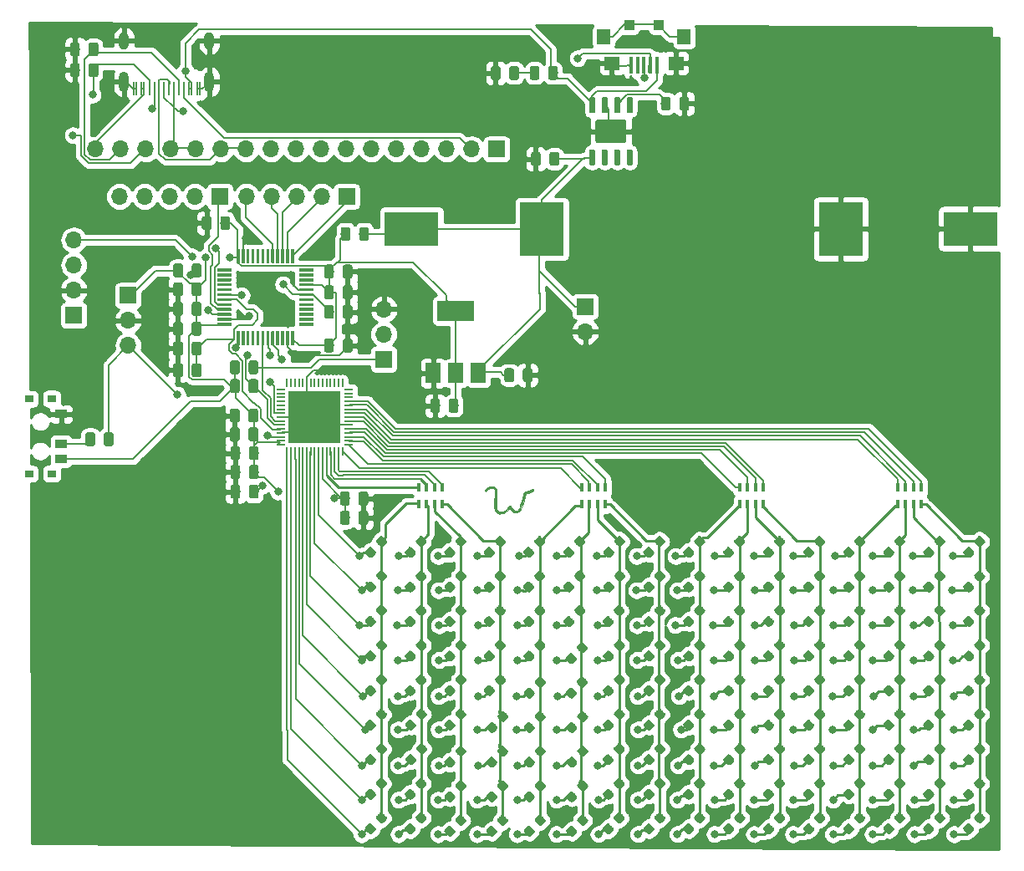
<source format=gbr>
G04 #@! TF.GenerationSoftware,KiCad,Pcbnew,5.1.2*
G04 #@! TF.CreationDate,2019-06-16T23:28:01-05:00*
G04 #@! TF.ProjectId,SM16106,534d3136-3130-4362-9e6b-696361645f70,rev?*
G04 #@! TF.SameCoordinates,Original*
G04 #@! TF.FileFunction,Copper,L1,Top*
G04 #@! TF.FilePolarity,Positive*
%FSLAX46Y46*%
G04 Gerber Fmt 4.6, Leading zero omitted, Abs format (unit mm)*
G04 Created by KiCad (PCBNEW 5.1.2) date 2019-06-16 23:28:01*
%MOMM*%
%LPD*%
G04 APERTURE LIST*
%ADD10C,0.010000*%
%ADD11O,1.700000X1.700000*%
%ADD12R,1.700000X1.700000*%
%ADD13O,1.000000X2.100000*%
%ADD14O,1.000000X1.800000*%
%ADD15R,0.250000X1.400000*%
%ADD16C,0.100000*%
%ADD17C,0.875000*%
%ADD18C,0.975000*%
%ADD19R,0.400000X0.900000*%
%ADD20C,0.300000*%
%ADD21R,0.220000X0.840000*%
%ADD22R,0.840000X0.220000*%
%ADD23R,5.250000X5.250000*%
%ADD24R,0.900000X0.800000*%
%ADD25R,1.250000X0.900000*%
%ADD26R,5.500000X3.500000*%
%ADD27R,4.500000X5.500000*%
%ADD28R,1.100000X1.000000*%
%ADD29R,1.350000X1.500000*%
%ADD30R,0.400000X1.800000*%
%ADD31R,1.500000X1.400000*%
%ADD32R,3.800000X2.000000*%
%ADD33R,1.500000X2.000000*%
%ADD34C,2.410000*%
%ADD35C,0.600000*%
%ADD36C,0.800000*%
%ADD37C,0.200000*%
%ADD38C,0.250000*%
%ADD39C,0.254000*%
G04 APERTURE END LIST*
D10*
G36*
X178569413Y-76279101D02*
G01*
X178752476Y-76371441D01*
X178888408Y-76505243D01*
X178895789Y-76516445D01*
X178934296Y-76586560D01*
X178955787Y-76661161D01*
X178962260Y-76761906D01*
X178955713Y-76910454D01*
X178944912Y-77049000D01*
X178931318Y-77257176D01*
X178920127Y-77515106D01*
X178912606Y-77787886D01*
X178910038Y-78009064D01*
X178910779Y-78241042D01*
X178915613Y-78405025D01*
X178926695Y-78517664D01*
X178946180Y-78595610D01*
X178976225Y-78655512D01*
X178997732Y-78686397D01*
X179083602Y-78771274D01*
X179197178Y-78811004D01*
X179270016Y-78819227D01*
X179517890Y-78800096D01*
X179745719Y-78702890D01*
X179959344Y-78524818D01*
X180014224Y-78463825D01*
X180118892Y-78350241D01*
X180209066Y-78268178D01*
X180266141Y-78234453D01*
X180268112Y-78234334D01*
X180323755Y-78267452D01*
X180397182Y-78351096D01*
X180429505Y-78398393D01*
X180576869Y-78589127D01*
X180726913Y-78703226D01*
X180874284Y-78739020D01*
X181013631Y-78694837D01*
X181107971Y-78610223D01*
X181188653Y-78501415D01*
X181258934Y-78373458D01*
X181326082Y-78209221D01*
X181397364Y-77991574D01*
X181455985Y-77789834D01*
X181515450Y-77579010D01*
X181577683Y-77359557D01*
X181631333Y-77171471D01*
X181642246Y-77133442D01*
X181721416Y-76858050D01*
X182149565Y-76694582D01*
X182367567Y-76615972D01*
X182515998Y-76573703D01*
X182601001Y-76566227D01*
X182622145Y-76575545D01*
X182652677Y-76634474D01*
X182619740Y-76694145D01*
X182517286Y-76759634D01*
X182339270Y-76836021D01*
X182289887Y-76854600D01*
X182130263Y-76916840D01*
X181999296Y-76973866D01*
X181919270Y-77015783D01*
X181908527Y-77023933D01*
X181880315Y-77080037D01*
X181836526Y-77201746D01*
X181782553Y-77372637D01*
X181723790Y-77576288D01*
X181707251Y-77636804D01*
X181596737Y-78018610D01*
X181490651Y-78323568D01*
X181384846Y-78559062D01*
X181275173Y-78732475D01*
X181157485Y-78851190D01*
X181027635Y-78922591D01*
X180976069Y-78938398D01*
X180802379Y-78941191D01*
X180618574Y-78874646D01*
X180446259Y-78747924D01*
X180392569Y-78690944D01*
X180241511Y-78514467D01*
X180071542Y-78691355D01*
X179887034Y-78857866D01*
X179703712Y-78960737D01*
X179490918Y-79014778D01*
X179376413Y-79027186D01*
X179218971Y-79033485D01*
X179109906Y-79017957D01*
X179014244Y-78973620D01*
X178972334Y-78946552D01*
X178844087Y-78818677D01*
X178752698Y-78631493D01*
X178697655Y-78381317D01*
X178678449Y-78064461D01*
X178694569Y-77677242D01*
X178739182Y-77263076D01*
X178767945Y-77011873D01*
X178775189Y-76828459D01*
X178757137Y-76697833D01*
X178710009Y-76604997D01*
X178630027Y-76534951D01*
X178543702Y-76487122D01*
X178398658Y-76442101D01*
X178260297Y-76460585D01*
X178112541Y-76547350D01*
X177996579Y-76649650D01*
X177901116Y-76735110D01*
X177838509Y-76765811D01*
X177786292Y-76751090D01*
X177773527Y-76742361D01*
X177726073Y-76697661D01*
X177732352Y-76648669D01*
X177770525Y-76589482D01*
X177879960Y-76476072D01*
X178032501Y-76369287D01*
X178197405Y-76286782D01*
X178343928Y-76246212D01*
X178370974Y-76244667D01*
X178569413Y-76279101D01*
X178569413Y-76279101D01*
G37*
X178569413Y-76279101D02*
X178752476Y-76371441D01*
X178888408Y-76505243D01*
X178895789Y-76516445D01*
X178934296Y-76586560D01*
X178955787Y-76661161D01*
X178962260Y-76761906D01*
X178955713Y-76910454D01*
X178944912Y-77049000D01*
X178931318Y-77257176D01*
X178920127Y-77515106D01*
X178912606Y-77787886D01*
X178910038Y-78009064D01*
X178910779Y-78241042D01*
X178915613Y-78405025D01*
X178926695Y-78517664D01*
X178946180Y-78595610D01*
X178976225Y-78655512D01*
X178997732Y-78686397D01*
X179083602Y-78771274D01*
X179197178Y-78811004D01*
X179270016Y-78819227D01*
X179517890Y-78800096D01*
X179745719Y-78702890D01*
X179959344Y-78524818D01*
X180014224Y-78463825D01*
X180118892Y-78350241D01*
X180209066Y-78268178D01*
X180266141Y-78234453D01*
X180268112Y-78234334D01*
X180323755Y-78267452D01*
X180397182Y-78351096D01*
X180429505Y-78398393D01*
X180576869Y-78589127D01*
X180726913Y-78703226D01*
X180874284Y-78739020D01*
X181013631Y-78694837D01*
X181107971Y-78610223D01*
X181188653Y-78501415D01*
X181258934Y-78373458D01*
X181326082Y-78209221D01*
X181397364Y-77991574D01*
X181455985Y-77789834D01*
X181515450Y-77579010D01*
X181577683Y-77359557D01*
X181631333Y-77171471D01*
X181642246Y-77133442D01*
X181721416Y-76858050D01*
X182149565Y-76694582D01*
X182367567Y-76615972D01*
X182515998Y-76573703D01*
X182601001Y-76566227D01*
X182622145Y-76575545D01*
X182652677Y-76634474D01*
X182619740Y-76694145D01*
X182517286Y-76759634D01*
X182339270Y-76836021D01*
X182289887Y-76854600D01*
X182130263Y-76916840D01*
X181999296Y-76973866D01*
X181919270Y-77015783D01*
X181908527Y-77023933D01*
X181880315Y-77080037D01*
X181836526Y-77201746D01*
X181782553Y-77372637D01*
X181723790Y-77576288D01*
X181707251Y-77636804D01*
X181596737Y-78018610D01*
X181490651Y-78323568D01*
X181384846Y-78559062D01*
X181275173Y-78732475D01*
X181157485Y-78851190D01*
X181027635Y-78922591D01*
X180976069Y-78938398D01*
X180802379Y-78941191D01*
X180618574Y-78874646D01*
X180446259Y-78747924D01*
X180392569Y-78690944D01*
X180241511Y-78514467D01*
X180071542Y-78691355D01*
X179887034Y-78857866D01*
X179703712Y-78960737D01*
X179490918Y-79014778D01*
X179376413Y-79027186D01*
X179218971Y-79033485D01*
X179109906Y-79017957D01*
X179014244Y-78973620D01*
X178972334Y-78946552D01*
X178844087Y-78818677D01*
X178752698Y-78631493D01*
X178697655Y-78381317D01*
X178678449Y-78064461D01*
X178694569Y-77677242D01*
X178739182Y-77263076D01*
X178767945Y-77011873D01*
X178775189Y-76828459D01*
X178757137Y-76697833D01*
X178710009Y-76604997D01*
X178630027Y-76534951D01*
X178543702Y-76487122D01*
X178398658Y-76442101D01*
X178260297Y-76460585D01*
X178112541Y-76547350D01*
X177996579Y-76649650D01*
X177901116Y-76735110D01*
X177838509Y-76765811D01*
X177786292Y-76751090D01*
X177773527Y-76742361D01*
X177726073Y-76697661D01*
X177732352Y-76648669D01*
X177770525Y-76589482D01*
X177879960Y-76476072D01*
X178032501Y-76369287D01*
X178197405Y-76286782D01*
X178343928Y-76246212D01*
X178370974Y-76244667D01*
X178569413Y-76279101D01*
D11*
X187900000Y-60590000D03*
D12*
X187900000Y-58050000D03*
D13*
X149820000Y-35300000D03*
X141180000Y-35300000D03*
D14*
X149820000Y-31150000D03*
X141180000Y-31150000D03*
D15*
X145250000Y-36000000D03*
X145750000Y-36000000D03*
X146250000Y-36000000D03*
X144750000Y-36000000D03*
X144250000Y-36000000D03*
X146750000Y-36000000D03*
X143750000Y-36000000D03*
X147250000Y-36000000D03*
X148825000Y-36000000D03*
X148575000Y-36000000D03*
X148025000Y-36000000D03*
X147775000Y-36000000D03*
X143225000Y-36000000D03*
X142975000Y-36000000D03*
X142425000Y-36000000D03*
X142175000Y-36000000D03*
D16*
G36*
X166150577Y-82403274D02*
G01*
X166171812Y-82406424D01*
X166192636Y-82411640D01*
X166212848Y-82418872D01*
X166232254Y-82428051D01*
X166250667Y-82439087D01*
X166267910Y-82451875D01*
X166283816Y-82466291D01*
X166646209Y-82828684D01*
X166660625Y-82844590D01*
X166673413Y-82861833D01*
X166684449Y-82880246D01*
X166693628Y-82899652D01*
X166700860Y-82919864D01*
X166706076Y-82940688D01*
X166709226Y-82961923D01*
X166710279Y-82983364D01*
X166709226Y-83004805D01*
X166706076Y-83026040D01*
X166700860Y-83046864D01*
X166693628Y-83067076D01*
X166684449Y-83086482D01*
X166673413Y-83104895D01*
X166660625Y-83122138D01*
X166646209Y-83138044D01*
X166336850Y-83447403D01*
X166320944Y-83461819D01*
X166303701Y-83474607D01*
X166285288Y-83485643D01*
X166265882Y-83494822D01*
X166245670Y-83502054D01*
X166224846Y-83507270D01*
X166203611Y-83510420D01*
X166182170Y-83511473D01*
X166160729Y-83510420D01*
X166139494Y-83507270D01*
X166118670Y-83502054D01*
X166098458Y-83494822D01*
X166079052Y-83485643D01*
X166060639Y-83474607D01*
X166043396Y-83461819D01*
X166027490Y-83447403D01*
X165665097Y-83085010D01*
X165650681Y-83069104D01*
X165637893Y-83051861D01*
X165626857Y-83033448D01*
X165617678Y-83014042D01*
X165610446Y-82993830D01*
X165605230Y-82973006D01*
X165602080Y-82951771D01*
X165601027Y-82930330D01*
X165602080Y-82908889D01*
X165605230Y-82887654D01*
X165610446Y-82866830D01*
X165617678Y-82846618D01*
X165626857Y-82827212D01*
X165637893Y-82808799D01*
X165650681Y-82791556D01*
X165665097Y-82775650D01*
X165974456Y-82466291D01*
X165990362Y-82451875D01*
X166007605Y-82439087D01*
X166026018Y-82428051D01*
X166045424Y-82418872D01*
X166065636Y-82411640D01*
X166086460Y-82406424D01*
X166107695Y-82403274D01*
X166129136Y-82402221D01*
X166150577Y-82403274D01*
X166150577Y-82403274D01*
G37*
D17*
X166155653Y-82956847D03*
D16*
G36*
X167264271Y-81289580D02*
G01*
X167285506Y-81292730D01*
X167306330Y-81297946D01*
X167326542Y-81305178D01*
X167345948Y-81314357D01*
X167364361Y-81325393D01*
X167381604Y-81338181D01*
X167397510Y-81352597D01*
X167759903Y-81714990D01*
X167774319Y-81730896D01*
X167787107Y-81748139D01*
X167798143Y-81766552D01*
X167807322Y-81785958D01*
X167814554Y-81806170D01*
X167819770Y-81826994D01*
X167822920Y-81848229D01*
X167823973Y-81869670D01*
X167822920Y-81891111D01*
X167819770Y-81912346D01*
X167814554Y-81933170D01*
X167807322Y-81953382D01*
X167798143Y-81972788D01*
X167787107Y-81991201D01*
X167774319Y-82008444D01*
X167759903Y-82024350D01*
X167450544Y-82333709D01*
X167434638Y-82348125D01*
X167417395Y-82360913D01*
X167398982Y-82371949D01*
X167379576Y-82381128D01*
X167359364Y-82388360D01*
X167338540Y-82393576D01*
X167317305Y-82396726D01*
X167295864Y-82397779D01*
X167274423Y-82396726D01*
X167253188Y-82393576D01*
X167232364Y-82388360D01*
X167212152Y-82381128D01*
X167192746Y-82371949D01*
X167174333Y-82360913D01*
X167157090Y-82348125D01*
X167141184Y-82333709D01*
X166778791Y-81971316D01*
X166764375Y-81955410D01*
X166751587Y-81938167D01*
X166740551Y-81919754D01*
X166731372Y-81900348D01*
X166724140Y-81880136D01*
X166718924Y-81859312D01*
X166715774Y-81838077D01*
X166714721Y-81816636D01*
X166715774Y-81795195D01*
X166718924Y-81773960D01*
X166724140Y-81753136D01*
X166731372Y-81732924D01*
X166740551Y-81713518D01*
X166751587Y-81695105D01*
X166764375Y-81677862D01*
X166778791Y-81661956D01*
X167088150Y-81352597D01*
X167104056Y-81338181D01*
X167121299Y-81325393D01*
X167139712Y-81314357D01*
X167159118Y-81305178D01*
X167179330Y-81297946D01*
X167200154Y-81292730D01*
X167221389Y-81289580D01*
X167242830Y-81288527D01*
X167264271Y-81289580D01*
X167264271Y-81289580D01*
G37*
D17*
X167269347Y-81843153D03*
D16*
G36*
X167264271Y-84774581D02*
G01*
X167285506Y-84777731D01*
X167306330Y-84782947D01*
X167326542Y-84790179D01*
X167345948Y-84799358D01*
X167364361Y-84810394D01*
X167381604Y-84823182D01*
X167397510Y-84837598D01*
X167759903Y-85199991D01*
X167774319Y-85215897D01*
X167787107Y-85233140D01*
X167798143Y-85251553D01*
X167807322Y-85270959D01*
X167814554Y-85291171D01*
X167819770Y-85311995D01*
X167822920Y-85333230D01*
X167823973Y-85354671D01*
X167822920Y-85376112D01*
X167819770Y-85397347D01*
X167814554Y-85418171D01*
X167807322Y-85438383D01*
X167798143Y-85457789D01*
X167787107Y-85476202D01*
X167774319Y-85493445D01*
X167759903Y-85509351D01*
X167450544Y-85818710D01*
X167434638Y-85833126D01*
X167417395Y-85845914D01*
X167398982Y-85856950D01*
X167379576Y-85866129D01*
X167359364Y-85873361D01*
X167338540Y-85878577D01*
X167317305Y-85881727D01*
X167295864Y-85882780D01*
X167274423Y-85881727D01*
X167253188Y-85878577D01*
X167232364Y-85873361D01*
X167212152Y-85866129D01*
X167192746Y-85856950D01*
X167174333Y-85845914D01*
X167157090Y-85833126D01*
X167141184Y-85818710D01*
X166778791Y-85456317D01*
X166764375Y-85440411D01*
X166751587Y-85423168D01*
X166740551Y-85404755D01*
X166731372Y-85385349D01*
X166724140Y-85365137D01*
X166718924Y-85344313D01*
X166715774Y-85323078D01*
X166714721Y-85301637D01*
X166715774Y-85280196D01*
X166718924Y-85258961D01*
X166724140Y-85238137D01*
X166731372Y-85217925D01*
X166740551Y-85198519D01*
X166751587Y-85180106D01*
X166764375Y-85162863D01*
X166778791Y-85146957D01*
X167088150Y-84837598D01*
X167104056Y-84823182D01*
X167121299Y-84810394D01*
X167139712Y-84799358D01*
X167159118Y-84790179D01*
X167179330Y-84782947D01*
X167200154Y-84777731D01*
X167221389Y-84774581D01*
X167242830Y-84773528D01*
X167264271Y-84774581D01*
X167264271Y-84774581D01*
G37*
D17*
X167269347Y-85328154D03*
D16*
G36*
X166150577Y-85888275D02*
G01*
X166171812Y-85891425D01*
X166192636Y-85896641D01*
X166212848Y-85903873D01*
X166232254Y-85913052D01*
X166250667Y-85924088D01*
X166267910Y-85936876D01*
X166283816Y-85951292D01*
X166646209Y-86313685D01*
X166660625Y-86329591D01*
X166673413Y-86346834D01*
X166684449Y-86365247D01*
X166693628Y-86384653D01*
X166700860Y-86404865D01*
X166706076Y-86425689D01*
X166709226Y-86446924D01*
X166710279Y-86468365D01*
X166709226Y-86489806D01*
X166706076Y-86511041D01*
X166700860Y-86531865D01*
X166693628Y-86552077D01*
X166684449Y-86571483D01*
X166673413Y-86589896D01*
X166660625Y-86607139D01*
X166646209Y-86623045D01*
X166336850Y-86932404D01*
X166320944Y-86946820D01*
X166303701Y-86959608D01*
X166285288Y-86970644D01*
X166265882Y-86979823D01*
X166245670Y-86987055D01*
X166224846Y-86992271D01*
X166203611Y-86995421D01*
X166182170Y-86996474D01*
X166160729Y-86995421D01*
X166139494Y-86992271D01*
X166118670Y-86987055D01*
X166098458Y-86979823D01*
X166079052Y-86970644D01*
X166060639Y-86959608D01*
X166043396Y-86946820D01*
X166027490Y-86932404D01*
X165665097Y-86570011D01*
X165650681Y-86554105D01*
X165637893Y-86536862D01*
X165626857Y-86518449D01*
X165617678Y-86499043D01*
X165610446Y-86478831D01*
X165605230Y-86458007D01*
X165602080Y-86436772D01*
X165601027Y-86415331D01*
X165602080Y-86393890D01*
X165605230Y-86372655D01*
X165610446Y-86351831D01*
X165617678Y-86331619D01*
X165626857Y-86312213D01*
X165637893Y-86293800D01*
X165650681Y-86276557D01*
X165665097Y-86260651D01*
X165974456Y-85951292D01*
X165990362Y-85936876D01*
X166007605Y-85924088D01*
X166026018Y-85913052D01*
X166045424Y-85903873D01*
X166065636Y-85896641D01*
X166086460Y-85891425D01*
X166107695Y-85888275D01*
X166129136Y-85887222D01*
X166150577Y-85888275D01*
X166150577Y-85888275D01*
G37*
D17*
X166155653Y-86441848D03*
D16*
G36*
X166150577Y-89388275D02*
G01*
X166171812Y-89391425D01*
X166192636Y-89396641D01*
X166212848Y-89403873D01*
X166232254Y-89413052D01*
X166250667Y-89424088D01*
X166267910Y-89436876D01*
X166283816Y-89451292D01*
X166646209Y-89813685D01*
X166660625Y-89829591D01*
X166673413Y-89846834D01*
X166684449Y-89865247D01*
X166693628Y-89884653D01*
X166700860Y-89904865D01*
X166706076Y-89925689D01*
X166709226Y-89946924D01*
X166710279Y-89968365D01*
X166709226Y-89989806D01*
X166706076Y-90011041D01*
X166700860Y-90031865D01*
X166693628Y-90052077D01*
X166684449Y-90071483D01*
X166673413Y-90089896D01*
X166660625Y-90107139D01*
X166646209Y-90123045D01*
X166336850Y-90432404D01*
X166320944Y-90446820D01*
X166303701Y-90459608D01*
X166285288Y-90470644D01*
X166265882Y-90479823D01*
X166245670Y-90487055D01*
X166224846Y-90492271D01*
X166203611Y-90495421D01*
X166182170Y-90496474D01*
X166160729Y-90495421D01*
X166139494Y-90492271D01*
X166118670Y-90487055D01*
X166098458Y-90479823D01*
X166079052Y-90470644D01*
X166060639Y-90459608D01*
X166043396Y-90446820D01*
X166027490Y-90432404D01*
X165665097Y-90070011D01*
X165650681Y-90054105D01*
X165637893Y-90036862D01*
X165626857Y-90018449D01*
X165617678Y-89999043D01*
X165610446Y-89978831D01*
X165605230Y-89958007D01*
X165602080Y-89936772D01*
X165601027Y-89915331D01*
X165602080Y-89893890D01*
X165605230Y-89872655D01*
X165610446Y-89851831D01*
X165617678Y-89831619D01*
X165626857Y-89812213D01*
X165637893Y-89793800D01*
X165650681Y-89776557D01*
X165665097Y-89760651D01*
X165974456Y-89451292D01*
X165990362Y-89436876D01*
X166007605Y-89424088D01*
X166026018Y-89413052D01*
X166045424Y-89403873D01*
X166065636Y-89396641D01*
X166086460Y-89391425D01*
X166107695Y-89388275D01*
X166129136Y-89387222D01*
X166150577Y-89388275D01*
X166150577Y-89388275D01*
G37*
D17*
X166155653Y-89941848D03*
D16*
G36*
X167264271Y-88274581D02*
G01*
X167285506Y-88277731D01*
X167306330Y-88282947D01*
X167326542Y-88290179D01*
X167345948Y-88299358D01*
X167364361Y-88310394D01*
X167381604Y-88323182D01*
X167397510Y-88337598D01*
X167759903Y-88699991D01*
X167774319Y-88715897D01*
X167787107Y-88733140D01*
X167798143Y-88751553D01*
X167807322Y-88770959D01*
X167814554Y-88791171D01*
X167819770Y-88811995D01*
X167822920Y-88833230D01*
X167823973Y-88854671D01*
X167822920Y-88876112D01*
X167819770Y-88897347D01*
X167814554Y-88918171D01*
X167807322Y-88938383D01*
X167798143Y-88957789D01*
X167787107Y-88976202D01*
X167774319Y-88993445D01*
X167759903Y-89009351D01*
X167450544Y-89318710D01*
X167434638Y-89333126D01*
X167417395Y-89345914D01*
X167398982Y-89356950D01*
X167379576Y-89366129D01*
X167359364Y-89373361D01*
X167338540Y-89378577D01*
X167317305Y-89381727D01*
X167295864Y-89382780D01*
X167274423Y-89381727D01*
X167253188Y-89378577D01*
X167232364Y-89373361D01*
X167212152Y-89366129D01*
X167192746Y-89356950D01*
X167174333Y-89345914D01*
X167157090Y-89333126D01*
X167141184Y-89318710D01*
X166778791Y-88956317D01*
X166764375Y-88940411D01*
X166751587Y-88923168D01*
X166740551Y-88904755D01*
X166731372Y-88885349D01*
X166724140Y-88865137D01*
X166718924Y-88844313D01*
X166715774Y-88823078D01*
X166714721Y-88801637D01*
X166715774Y-88780196D01*
X166718924Y-88758961D01*
X166724140Y-88738137D01*
X166731372Y-88717925D01*
X166740551Y-88698519D01*
X166751587Y-88680106D01*
X166764375Y-88662863D01*
X166778791Y-88646957D01*
X167088150Y-88337598D01*
X167104056Y-88323182D01*
X167121299Y-88310394D01*
X167139712Y-88299358D01*
X167159118Y-88290179D01*
X167179330Y-88282947D01*
X167200154Y-88277731D01*
X167221389Y-88274581D01*
X167242830Y-88273528D01*
X167264271Y-88274581D01*
X167264271Y-88274581D01*
G37*
D17*
X167269347Y-88828154D03*
D16*
G36*
X167264271Y-91789580D02*
G01*
X167285506Y-91792730D01*
X167306330Y-91797946D01*
X167326542Y-91805178D01*
X167345948Y-91814357D01*
X167364361Y-91825393D01*
X167381604Y-91838181D01*
X167397510Y-91852597D01*
X167759903Y-92214990D01*
X167774319Y-92230896D01*
X167787107Y-92248139D01*
X167798143Y-92266552D01*
X167807322Y-92285958D01*
X167814554Y-92306170D01*
X167819770Y-92326994D01*
X167822920Y-92348229D01*
X167823973Y-92369670D01*
X167822920Y-92391111D01*
X167819770Y-92412346D01*
X167814554Y-92433170D01*
X167807322Y-92453382D01*
X167798143Y-92472788D01*
X167787107Y-92491201D01*
X167774319Y-92508444D01*
X167759903Y-92524350D01*
X167450544Y-92833709D01*
X167434638Y-92848125D01*
X167417395Y-92860913D01*
X167398982Y-92871949D01*
X167379576Y-92881128D01*
X167359364Y-92888360D01*
X167338540Y-92893576D01*
X167317305Y-92896726D01*
X167295864Y-92897779D01*
X167274423Y-92896726D01*
X167253188Y-92893576D01*
X167232364Y-92888360D01*
X167212152Y-92881128D01*
X167192746Y-92871949D01*
X167174333Y-92860913D01*
X167157090Y-92848125D01*
X167141184Y-92833709D01*
X166778791Y-92471316D01*
X166764375Y-92455410D01*
X166751587Y-92438167D01*
X166740551Y-92419754D01*
X166731372Y-92400348D01*
X166724140Y-92380136D01*
X166718924Y-92359312D01*
X166715774Y-92338077D01*
X166714721Y-92316636D01*
X166715774Y-92295195D01*
X166718924Y-92273960D01*
X166724140Y-92253136D01*
X166731372Y-92232924D01*
X166740551Y-92213518D01*
X166751587Y-92195105D01*
X166764375Y-92177862D01*
X166778791Y-92161956D01*
X167088150Y-91852597D01*
X167104056Y-91838181D01*
X167121299Y-91825393D01*
X167139712Y-91814357D01*
X167159118Y-91805178D01*
X167179330Y-91797946D01*
X167200154Y-91792730D01*
X167221389Y-91789580D01*
X167242830Y-91788527D01*
X167264271Y-91789580D01*
X167264271Y-91789580D01*
G37*
D17*
X167269347Y-92343153D03*
D16*
G36*
X166150577Y-92903274D02*
G01*
X166171812Y-92906424D01*
X166192636Y-92911640D01*
X166212848Y-92918872D01*
X166232254Y-92928051D01*
X166250667Y-92939087D01*
X166267910Y-92951875D01*
X166283816Y-92966291D01*
X166646209Y-93328684D01*
X166660625Y-93344590D01*
X166673413Y-93361833D01*
X166684449Y-93380246D01*
X166693628Y-93399652D01*
X166700860Y-93419864D01*
X166706076Y-93440688D01*
X166709226Y-93461923D01*
X166710279Y-93483364D01*
X166709226Y-93504805D01*
X166706076Y-93526040D01*
X166700860Y-93546864D01*
X166693628Y-93567076D01*
X166684449Y-93586482D01*
X166673413Y-93604895D01*
X166660625Y-93622138D01*
X166646209Y-93638044D01*
X166336850Y-93947403D01*
X166320944Y-93961819D01*
X166303701Y-93974607D01*
X166285288Y-93985643D01*
X166265882Y-93994822D01*
X166245670Y-94002054D01*
X166224846Y-94007270D01*
X166203611Y-94010420D01*
X166182170Y-94011473D01*
X166160729Y-94010420D01*
X166139494Y-94007270D01*
X166118670Y-94002054D01*
X166098458Y-93994822D01*
X166079052Y-93985643D01*
X166060639Y-93974607D01*
X166043396Y-93961819D01*
X166027490Y-93947403D01*
X165665097Y-93585010D01*
X165650681Y-93569104D01*
X165637893Y-93551861D01*
X165626857Y-93533448D01*
X165617678Y-93514042D01*
X165610446Y-93493830D01*
X165605230Y-93473006D01*
X165602080Y-93451771D01*
X165601027Y-93430330D01*
X165602080Y-93408889D01*
X165605230Y-93387654D01*
X165610446Y-93366830D01*
X165617678Y-93346618D01*
X165626857Y-93327212D01*
X165637893Y-93308799D01*
X165650681Y-93291556D01*
X165665097Y-93275650D01*
X165974456Y-92966291D01*
X165990362Y-92951875D01*
X166007605Y-92939087D01*
X166026018Y-92928051D01*
X166045424Y-92918872D01*
X166065636Y-92911640D01*
X166086460Y-92906424D01*
X166107695Y-92903274D01*
X166129136Y-92902221D01*
X166150577Y-92903274D01*
X166150577Y-92903274D01*
G37*
D17*
X166155653Y-93456847D03*
D16*
G36*
X166150577Y-96403274D02*
G01*
X166171812Y-96406424D01*
X166192636Y-96411640D01*
X166212848Y-96418872D01*
X166232254Y-96428051D01*
X166250667Y-96439087D01*
X166267910Y-96451875D01*
X166283816Y-96466291D01*
X166646209Y-96828684D01*
X166660625Y-96844590D01*
X166673413Y-96861833D01*
X166684449Y-96880246D01*
X166693628Y-96899652D01*
X166700860Y-96919864D01*
X166706076Y-96940688D01*
X166709226Y-96961923D01*
X166710279Y-96983364D01*
X166709226Y-97004805D01*
X166706076Y-97026040D01*
X166700860Y-97046864D01*
X166693628Y-97067076D01*
X166684449Y-97086482D01*
X166673413Y-97104895D01*
X166660625Y-97122138D01*
X166646209Y-97138044D01*
X166336850Y-97447403D01*
X166320944Y-97461819D01*
X166303701Y-97474607D01*
X166285288Y-97485643D01*
X166265882Y-97494822D01*
X166245670Y-97502054D01*
X166224846Y-97507270D01*
X166203611Y-97510420D01*
X166182170Y-97511473D01*
X166160729Y-97510420D01*
X166139494Y-97507270D01*
X166118670Y-97502054D01*
X166098458Y-97494822D01*
X166079052Y-97485643D01*
X166060639Y-97474607D01*
X166043396Y-97461819D01*
X166027490Y-97447403D01*
X165665097Y-97085010D01*
X165650681Y-97069104D01*
X165637893Y-97051861D01*
X165626857Y-97033448D01*
X165617678Y-97014042D01*
X165610446Y-96993830D01*
X165605230Y-96973006D01*
X165602080Y-96951771D01*
X165601027Y-96930330D01*
X165602080Y-96908889D01*
X165605230Y-96887654D01*
X165610446Y-96866830D01*
X165617678Y-96846618D01*
X165626857Y-96827212D01*
X165637893Y-96808799D01*
X165650681Y-96791556D01*
X165665097Y-96775650D01*
X165974456Y-96466291D01*
X165990362Y-96451875D01*
X166007605Y-96439087D01*
X166026018Y-96428051D01*
X166045424Y-96418872D01*
X166065636Y-96411640D01*
X166086460Y-96406424D01*
X166107695Y-96403274D01*
X166129136Y-96402221D01*
X166150577Y-96403274D01*
X166150577Y-96403274D01*
G37*
D17*
X166155653Y-96956847D03*
D16*
G36*
X167264271Y-95289580D02*
G01*
X167285506Y-95292730D01*
X167306330Y-95297946D01*
X167326542Y-95305178D01*
X167345948Y-95314357D01*
X167364361Y-95325393D01*
X167381604Y-95338181D01*
X167397510Y-95352597D01*
X167759903Y-95714990D01*
X167774319Y-95730896D01*
X167787107Y-95748139D01*
X167798143Y-95766552D01*
X167807322Y-95785958D01*
X167814554Y-95806170D01*
X167819770Y-95826994D01*
X167822920Y-95848229D01*
X167823973Y-95869670D01*
X167822920Y-95891111D01*
X167819770Y-95912346D01*
X167814554Y-95933170D01*
X167807322Y-95953382D01*
X167798143Y-95972788D01*
X167787107Y-95991201D01*
X167774319Y-96008444D01*
X167759903Y-96024350D01*
X167450544Y-96333709D01*
X167434638Y-96348125D01*
X167417395Y-96360913D01*
X167398982Y-96371949D01*
X167379576Y-96381128D01*
X167359364Y-96388360D01*
X167338540Y-96393576D01*
X167317305Y-96396726D01*
X167295864Y-96397779D01*
X167274423Y-96396726D01*
X167253188Y-96393576D01*
X167232364Y-96388360D01*
X167212152Y-96381128D01*
X167192746Y-96371949D01*
X167174333Y-96360913D01*
X167157090Y-96348125D01*
X167141184Y-96333709D01*
X166778791Y-95971316D01*
X166764375Y-95955410D01*
X166751587Y-95938167D01*
X166740551Y-95919754D01*
X166731372Y-95900348D01*
X166724140Y-95880136D01*
X166718924Y-95859312D01*
X166715774Y-95838077D01*
X166714721Y-95816636D01*
X166715774Y-95795195D01*
X166718924Y-95773960D01*
X166724140Y-95753136D01*
X166731372Y-95732924D01*
X166740551Y-95713518D01*
X166751587Y-95695105D01*
X166764375Y-95677862D01*
X166778791Y-95661956D01*
X167088150Y-95352597D01*
X167104056Y-95338181D01*
X167121299Y-95325393D01*
X167139712Y-95314357D01*
X167159118Y-95305178D01*
X167179330Y-95297946D01*
X167200154Y-95292730D01*
X167221389Y-95289580D01*
X167242830Y-95288527D01*
X167264271Y-95289580D01*
X167264271Y-95289580D01*
G37*
D17*
X167269347Y-95843153D03*
D16*
G36*
X167264271Y-98789580D02*
G01*
X167285506Y-98792730D01*
X167306330Y-98797946D01*
X167326542Y-98805178D01*
X167345948Y-98814357D01*
X167364361Y-98825393D01*
X167381604Y-98838181D01*
X167397510Y-98852597D01*
X167759903Y-99214990D01*
X167774319Y-99230896D01*
X167787107Y-99248139D01*
X167798143Y-99266552D01*
X167807322Y-99285958D01*
X167814554Y-99306170D01*
X167819770Y-99326994D01*
X167822920Y-99348229D01*
X167823973Y-99369670D01*
X167822920Y-99391111D01*
X167819770Y-99412346D01*
X167814554Y-99433170D01*
X167807322Y-99453382D01*
X167798143Y-99472788D01*
X167787107Y-99491201D01*
X167774319Y-99508444D01*
X167759903Y-99524350D01*
X167450544Y-99833709D01*
X167434638Y-99848125D01*
X167417395Y-99860913D01*
X167398982Y-99871949D01*
X167379576Y-99881128D01*
X167359364Y-99888360D01*
X167338540Y-99893576D01*
X167317305Y-99896726D01*
X167295864Y-99897779D01*
X167274423Y-99896726D01*
X167253188Y-99893576D01*
X167232364Y-99888360D01*
X167212152Y-99881128D01*
X167192746Y-99871949D01*
X167174333Y-99860913D01*
X167157090Y-99848125D01*
X167141184Y-99833709D01*
X166778791Y-99471316D01*
X166764375Y-99455410D01*
X166751587Y-99438167D01*
X166740551Y-99419754D01*
X166731372Y-99400348D01*
X166724140Y-99380136D01*
X166718924Y-99359312D01*
X166715774Y-99338077D01*
X166714721Y-99316636D01*
X166715774Y-99295195D01*
X166718924Y-99273960D01*
X166724140Y-99253136D01*
X166731372Y-99232924D01*
X166740551Y-99213518D01*
X166751587Y-99195105D01*
X166764375Y-99177862D01*
X166778791Y-99161956D01*
X167088150Y-98852597D01*
X167104056Y-98838181D01*
X167121299Y-98825393D01*
X167139712Y-98814357D01*
X167159118Y-98805178D01*
X167179330Y-98797946D01*
X167200154Y-98792730D01*
X167221389Y-98789580D01*
X167242830Y-98788527D01*
X167264271Y-98789580D01*
X167264271Y-98789580D01*
G37*
D17*
X167269347Y-99343153D03*
D16*
G36*
X166150577Y-99903274D02*
G01*
X166171812Y-99906424D01*
X166192636Y-99911640D01*
X166212848Y-99918872D01*
X166232254Y-99928051D01*
X166250667Y-99939087D01*
X166267910Y-99951875D01*
X166283816Y-99966291D01*
X166646209Y-100328684D01*
X166660625Y-100344590D01*
X166673413Y-100361833D01*
X166684449Y-100380246D01*
X166693628Y-100399652D01*
X166700860Y-100419864D01*
X166706076Y-100440688D01*
X166709226Y-100461923D01*
X166710279Y-100483364D01*
X166709226Y-100504805D01*
X166706076Y-100526040D01*
X166700860Y-100546864D01*
X166693628Y-100567076D01*
X166684449Y-100586482D01*
X166673413Y-100604895D01*
X166660625Y-100622138D01*
X166646209Y-100638044D01*
X166336850Y-100947403D01*
X166320944Y-100961819D01*
X166303701Y-100974607D01*
X166285288Y-100985643D01*
X166265882Y-100994822D01*
X166245670Y-101002054D01*
X166224846Y-101007270D01*
X166203611Y-101010420D01*
X166182170Y-101011473D01*
X166160729Y-101010420D01*
X166139494Y-101007270D01*
X166118670Y-101002054D01*
X166098458Y-100994822D01*
X166079052Y-100985643D01*
X166060639Y-100974607D01*
X166043396Y-100961819D01*
X166027490Y-100947403D01*
X165665097Y-100585010D01*
X165650681Y-100569104D01*
X165637893Y-100551861D01*
X165626857Y-100533448D01*
X165617678Y-100514042D01*
X165610446Y-100493830D01*
X165605230Y-100473006D01*
X165602080Y-100451771D01*
X165601027Y-100430330D01*
X165602080Y-100408889D01*
X165605230Y-100387654D01*
X165610446Y-100366830D01*
X165617678Y-100346618D01*
X165626857Y-100327212D01*
X165637893Y-100308799D01*
X165650681Y-100291556D01*
X165665097Y-100275650D01*
X165974456Y-99966291D01*
X165990362Y-99951875D01*
X166007605Y-99939087D01*
X166026018Y-99928051D01*
X166045424Y-99918872D01*
X166065636Y-99911640D01*
X166086460Y-99906424D01*
X166107695Y-99903274D01*
X166129136Y-99902221D01*
X166150577Y-99903274D01*
X166150577Y-99903274D01*
G37*
D17*
X166155653Y-100456847D03*
D16*
G36*
X166150577Y-103403274D02*
G01*
X166171812Y-103406424D01*
X166192636Y-103411640D01*
X166212848Y-103418872D01*
X166232254Y-103428051D01*
X166250667Y-103439087D01*
X166267910Y-103451875D01*
X166283816Y-103466291D01*
X166646209Y-103828684D01*
X166660625Y-103844590D01*
X166673413Y-103861833D01*
X166684449Y-103880246D01*
X166693628Y-103899652D01*
X166700860Y-103919864D01*
X166706076Y-103940688D01*
X166709226Y-103961923D01*
X166710279Y-103983364D01*
X166709226Y-104004805D01*
X166706076Y-104026040D01*
X166700860Y-104046864D01*
X166693628Y-104067076D01*
X166684449Y-104086482D01*
X166673413Y-104104895D01*
X166660625Y-104122138D01*
X166646209Y-104138044D01*
X166336850Y-104447403D01*
X166320944Y-104461819D01*
X166303701Y-104474607D01*
X166285288Y-104485643D01*
X166265882Y-104494822D01*
X166245670Y-104502054D01*
X166224846Y-104507270D01*
X166203611Y-104510420D01*
X166182170Y-104511473D01*
X166160729Y-104510420D01*
X166139494Y-104507270D01*
X166118670Y-104502054D01*
X166098458Y-104494822D01*
X166079052Y-104485643D01*
X166060639Y-104474607D01*
X166043396Y-104461819D01*
X166027490Y-104447403D01*
X165665097Y-104085010D01*
X165650681Y-104069104D01*
X165637893Y-104051861D01*
X165626857Y-104033448D01*
X165617678Y-104014042D01*
X165610446Y-103993830D01*
X165605230Y-103973006D01*
X165602080Y-103951771D01*
X165601027Y-103930330D01*
X165602080Y-103908889D01*
X165605230Y-103887654D01*
X165610446Y-103866830D01*
X165617678Y-103846618D01*
X165626857Y-103827212D01*
X165637893Y-103808799D01*
X165650681Y-103791556D01*
X165665097Y-103775650D01*
X165974456Y-103466291D01*
X165990362Y-103451875D01*
X166007605Y-103439087D01*
X166026018Y-103428051D01*
X166045424Y-103418872D01*
X166065636Y-103411640D01*
X166086460Y-103406424D01*
X166107695Y-103403274D01*
X166129136Y-103402221D01*
X166150577Y-103403274D01*
X166150577Y-103403274D01*
G37*
D17*
X166155653Y-103956847D03*
D16*
G36*
X167264271Y-102289580D02*
G01*
X167285506Y-102292730D01*
X167306330Y-102297946D01*
X167326542Y-102305178D01*
X167345948Y-102314357D01*
X167364361Y-102325393D01*
X167381604Y-102338181D01*
X167397510Y-102352597D01*
X167759903Y-102714990D01*
X167774319Y-102730896D01*
X167787107Y-102748139D01*
X167798143Y-102766552D01*
X167807322Y-102785958D01*
X167814554Y-102806170D01*
X167819770Y-102826994D01*
X167822920Y-102848229D01*
X167823973Y-102869670D01*
X167822920Y-102891111D01*
X167819770Y-102912346D01*
X167814554Y-102933170D01*
X167807322Y-102953382D01*
X167798143Y-102972788D01*
X167787107Y-102991201D01*
X167774319Y-103008444D01*
X167759903Y-103024350D01*
X167450544Y-103333709D01*
X167434638Y-103348125D01*
X167417395Y-103360913D01*
X167398982Y-103371949D01*
X167379576Y-103381128D01*
X167359364Y-103388360D01*
X167338540Y-103393576D01*
X167317305Y-103396726D01*
X167295864Y-103397779D01*
X167274423Y-103396726D01*
X167253188Y-103393576D01*
X167232364Y-103388360D01*
X167212152Y-103381128D01*
X167192746Y-103371949D01*
X167174333Y-103360913D01*
X167157090Y-103348125D01*
X167141184Y-103333709D01*
X166778791Y-102971316D01*
X166764375Y-102955410D01*
X166751587Y-102938167D01*
X166740551Y-102919754D01*
X166731372Y-102900348D01*
X166724140Y-102880136D01*
X166718924Y-102859312D01*
X166715774Y-102838077D01*
X166714721Y-102816636D01*
X166715774Y-102795195D01*
X166718924Y-102773960D01*
X166724140Y-102753136D01*
X166731372Y-102732924D01*
X166740551Y-102713518D01*
X166751587Y-102695105D01*
X166764375Y-102677862D01*
X166778791Y-102661956D01*
X167088150Y-102352597D01*
X167104056Y-102338181D01*
X167121299Y-102325393D01*
X167139712Y-102314357D01*
X167159118Y-102305178D01*
X167179330Y-102297946D01*
X167200154Y-102292730D01*
X167221389Y-102289580D01*
X167242830Y-102288527D01*
X167264271Y-102289580D01*
X167264271Y-102289580D01*
G37*
D17*
X167269347Y-102843153D03*
D16*
G36*
X167264271Y-105789580D02*
G01*
X167285506Y-105792730D01*
X167306330Y-105797946D01*
X167326542Y-105805178D01*
X167345948Y-105814357D01*
X167364361Y-105825393D01*
X167381604Y-105838181D01*
X167397510Y-105852597D01*
X167759903Y-106214990D01*
X167774319Y-106230896D01*
X167787107Y-106248139D01*
X167798143Y-106266552D01*
X167807322Y-106285958D01*
X167814554Y-106306170D01*
X167819770Y-106326994D01*
X167822920Y-106348229D01*
X167823973Y-106369670D01*
X167822920Y-106391111D01*
X167819770Y-106412346D01*
X167814554Y-106433170D01*
X167807322Y-106453382D01*
X167798143Y-106472788D01*
X167787107Y-106491201D01*
X167774319Y-106508444D01*
X167759903Y-106524350D01*
X167450544Y-106833709D01*
X167434638Y-106848125D01*
X167417395Y-106860913D01*
X167398982Y-106871949D01*
X167379576Y-106881128D01*
X167359364Y-106888360D01*
X167338540Y-106893576D01*
X167317305Y-106896726D01*
X167295864Y-106897779D01*
X167274423Y-106896726D01*
X167253188Y-106893576D01*
X167232364Y-106888360D01*
X167212152Y-106881128D01*
X167192746Y-106871949D01*
X167174333Y-106860913D01*
X167157090Y-106848125D01*
X167141184Y-106833709D01*
X166778791Y-106471316D01*
X166764375Y-106455410D01*
X166751587Y-106438167D01*
X166740551Y-106419754D01*
X166731372Y-106400348D01*
X166724140Y-106380136D01*
X166718924Y-106359312D01*
X166715774Y-106338077D01*
X166714721Y-106316636D01*
X166715774Y-106295195D01*
X166718924Y-106273960D01*
X166724140Y-106253136D01*
X166731372Y-106232924D01*
X166740551Y-106213518D01*
X166751587Y-106195105D01*
X166764375Y-106177862D01*
X166778791Y-106161956D01*
X167088150Y-105852597D01*
X167104056Y-105838181D01*
X167121299Y-105825393D01*
X167139712Y-105814357D01*
X167159118Y-105805178D01*
X167179330Y-105797946D01*
X167200154Y-105792730D01*
X167221389Y-105789580D01*
X167242830Y-105788527D01*
X167264271Y-105789580D01*
X167264271Y-105789580D01*
G37*
D17*
X167269347Y-106343153D03*
D16*
G36*
X166150577Y-106903274D02*
G01*
X166171812Y-106906424D01*
X166192636Y-106911640D01*
X166212848Y-106918872D01*
X166232254Y-106928051D01*
X166250667Y-106939087D01*
X166267910Y-106951875D01*
X166283816Y-106966291D01*
X166646209Y-107328684D01*
X166660625Y-107344590D01*
X166673413Y-107361833D01*
X166684449Y-107380246D01*
X166693628Y-107399652D01*
X166700860Y-107419864D01*
X166706076Y-107440688D01*
X166709226Y-107461923D01*
X166710279Y-107483364D01*
X166709226Y-107504805D01*
X166706076Y-107526040D01*
X166700860Y-107546864D01*
X166693628Y-107567076D01*
X166684449Y-107586482D01*
X166673413Y-107604895D01*
X166660625Y-107622138D01*
X166646209Y-107638044D01*
X166336850Y-107947403D01*
X166320944Y-107961819D01*
X166303701Y-107974607D01*
X166285288Y-107985643D01*
X166265882Y-107994822D01*
X166245670Y-108002054D01*
X166224846Y-108007270D01*
X166203611Y-108010420D01*
X166182170Y-108011473D01*
X166160729Y-108010420D01*
X166139494Y-108007270D01*
X166118670Y-108002054D01*
X166098458Y-107994822D01*
X166079052Y-107985643D01*
X166060639Y-107974607D01*
X166043396Y-107961819D01*
X166027490Y-107947403D01*
X165665097Y-107585010D01*
X165650681Y-107569104D01*
X165637893Y-107551861D01*
X165626857Y-107533448D01*
X165617678Y-107514042D01*
X165610446Y-107493830D01*
X165605230Y-107473006D01*
X165602080Y-107451771D01*
X165601027Y-107430330D01*
X165602080Y-107408889D01*
X165605230Y-107387654D01*
X165610446Y-107366830D01*
X165617678Y-107346618D01*
X165626857Y-107327212D01*
X165637893Y-107308799D01*
X165650681Y-107291556D01*
X165665097Y-107275650D01*
X165974456Y-106966291D01*
X165990362Y-106951875D01*
X166007605Y-106939087D01*
X166026018Y-106928051D01*
X166045424Y-106918872D01*
X166065636Y-106911640D01*
X166086460Y-106906424D01*
X166107695Y-106903274D01*
X166129136Y-106902221D01*
X166150577Y-106903274D01*
X166150577Y-106903274D01*
G37*
D17*
X166155653Y-107456847D03*
D16*
G36*
X166150577Y-110403274D02*
G01*
X166171812Y-110406424D01*
X166192636Y-110411640D01*
X166212848Y-110418872D01*
X166232254Y-110428051D01*
X166250667Y-110439087D01*
X166267910Y-110451875D01*
X166283816Y-110466291D01*
X166646209Y-110828684D01*
X166660625Y-110844590D01*
X166673413Y-110861833D01*
X166684449Y-110880246D01*
X166693628Y-110899652D01*
X166700860Y-110919864D01*
X166706076Y-110940688D01*
X166709226Y-110961923D01*
X166710279Y-110983364D01*
X166709226Y-111004805D01*
X166706076Y-111026040D01*
X166700860Y-111046864D01*
X166693628Y-111067076D01*
X166684449Y-111086482D01*
X166673413Y-111104895D01*
X166660625Y-111122138D01*
X166646209Y-111138044D01*
X166336850Y-111447403D01*
X166320944Y-111461819D01*
X166303701Y-111474607D01*
X166285288Y-111485643D01*
X166265882Y-111494822D01*
X166245670Y-111502054D01*
X166224846Y-111507270D01*
X166203611Y-111510420D01*
X166182170Y-111511473D01*
X166160729Y-111510420D01*
X166139494Y-111507270D01*
X166118670Y-111502054D01*
X166098458Y-111494822D01*
X166079052Y-111485643D01*
X166060639Y-111474607D01*
X166043396Y-111461819D01*
X166027490Y-111447403D01*
X165665097Y-111085010D01*
X165650681Y-111069104D01*
X165637893Y-111051861D01*
X165626857Y-111033448D01*
X165617678Y-111014042D01*
X165610446Y-110993830D01*
X165605230Y-110973006D01*
X165602080Y-110951771D01*
X165601027Y-110930330D01*
X165602080Y-110908889D01*
X165605230Y-110887654D01*
X165610446Y-110866830D01*
X165617678Y-110846618D01*
X165626857Y-110827212D01*
X165637893Y-110808799D01*
X165650681Y-110791556D01*
X165665097Y-110775650D01*
X165974456Y-110466291D01*
X165990362Y-110451875D01*
X166007605Y-110439087D01*
X166026018Y-110428051D01*
X166045424Y-110418872D01*
X166065636Y-110411640D01*
X166086460Y-110406424D01*
X166107695Y-110403274D01*
X166129136Y-110402221D01*
X166150577Y-110403274D01*
X166150577Y-110403274D01*
G37*
D17*
X166155653Y-110956847D03*
D16*
G36*
X167264271Y-109289580D02*
G01*
X167285506Y-109292730D01*
X167306330Y-109297946D01*
X167326542Y-109305178D01*
X167345948Y-109314357D01*
X167364361Y-109325393D01*
X167381604Y-109338181D01*
X167397510Y-109352597D01*
X167759903Y-109714990D01*
X167774319Y-109730896D01*
X167787107Y-109748139D01*
X167798143Y-109766552D01*
X167807322Y-109785958D01*
X167814554Y-109806170D01*
X167819770Y-109826994D01*
X167822920Y-109848229D01*
X167823973Y-109869670D01*
X167822920Y-109891111D01*
X167819770Y-109912346D01*
X167814554Y-109933170D01*
X167807322Y-109953382D01*
X167798143Y-109972788D01*
X167787107Y-109991201D01*
X167774319Y-110008444D01*
X167759903Y-110024350D01*
X167450544Y-110333709D01*
X167434638Y-110348125D01*
X167417395Y-110360913D01*
X167398982Y-110371949D01*
X167379576Y-110381128D01*
X167359364Y-110388360D01*
X167338540Y-110393576D01*
X167317305Y-110396726D01*
X167295864Y-110397779D01*
X167274423Y-110396726D01*
X167253188Y-110393576D01*
X167232364Y-110388360D01*
X167212152Y-110381128D01*
X167192746Y-110371949D01*
X167174333Y-110360913D01*
X167157090Y-110348125D01*
X167141184Y-110333709D01*
X166778791Y-109971316D01*
X166764375Y-109955410D01*
X166751587Y-109938167D01*
X166740551Y-109919754D01*
X166731372Y-109900348D01*
X166724140Y-109880136D01*
X166718924Y-109859312D01*
X166715774Y-109838077D01*
X166714721Y-109816636D01*
X166715774Y-109795195D01*
X166718924Y-109773960D01*
X166724140Y-109753136D01*
X166731372Y-109732924D01*
X166740551Y-109713518D01*
X166751587Y-109695105D01*
X166764375Y-109677862D01*
X166778791Y-109661956D01*
X167088150Y-109352597D01*
X167104056Y-109338181D01*
X167121299Y-109325393D01*
X167139712Y-109314357D01*
X167159118Y-109305178D01*
X167179330Y-109297946D01*
X167200154Y-109292730D01*
X167221389Y-109289580D01*
X167242830Y-109288527D01*
X167264271Y-109289580D01*
X167264271Y-109289580D01*
G37*
D17*
X167269347Y-109843153D03*
D16*
G36*
X171289271Y-81289580D02*
G01*
X171310506Y-81292730D01*
X171331330Y-81297946D01*
X171351542Y-81305178D01*
X171370948Y-81314357D01*
X171389361Y-81325393D01*
X171406604Y-81338181D01*
X171422510Y-81352597D01*
X171784903Y-81714990D01*
X171799319Y-81730896D01*
X171812107Y-81748139D01*
X171823143Y-81766552D01*
X171832322Y-81785958D01*
X171839554Y-81806170D01*
X171844770Y-81826994D01*
X171847920Y-81848229D01*
X171848973Y-81869670D01*
X171847920Y-81891111D01*
X171844770Y-81912346D01*
X171839554Y-81933170D01*
X171832322Y-81953382D01*
X171823143Y-81972788D01*
X171812107Y-81991201D01*
X171799319Y-82008444D01*
X171784903Y-82024350D01*
X171475544Y-82333709D01*
X171459638Y-82348125D01*
X171442395Y-82360913D01*
X171423982Y-82371949D01*
X171404576Y-82381128D01*
X171384364Y-82388360D01*
X171363540Y-82393576D01*
X171342305Y-82396726D01*
X171320864Y-82397779D01*
X171299423Y-82396726D01*
X171278188Y-82393576D01*
X171257364Y-82388360D01*
X171237152Y-82381128D01*
X171217746Y-82371949D01*
X171199333Y-82360913D01*
X171182090Y-82348125D01*
X171166184Y-82333709D01*
X170803791Y-81971316D01*
X170789375Y-81955410D01*
X170776587Y-81938167D01*
X170765551Y-81919754D01*
X170756372Y-81900348D01*
X170749140Y-81880136D01*
X170743924Y-81859312D01*
X170740774Y-81838077D01*
X170739721Y-81816636D01*
X170740774Y-81795195D01*
X170743924Y-81773960D01*
X170749140Y-81753136D01*
X170756372Y-81732924D01*
X170765551Y-81713518D01*
X170776587Y-81695105D01*
X170789375Y-81677862D01*
X170803791Y-81661956D01*
X171113150Y-81352597D01*
X171129056Y-81338181D01*
X171146299Y-81325393D01*
X171164712Y-81314357D01*
X171184118Y-81305178D01*
X171204330Y-81297946D01*
X171225154Y-81292730D01*
X171246389Y-81289580D01*
X171267830Y-81288527D01*
X171289271Y-81289580D01*
X171289271Y-81289580D01*
G37*
D17*
X171294347Y-81843153D03*
D16*
G36*
X170175577Y-82403274D02*
G01*
X170196812Y-82406424D01*
X170217636Y-82411640D01*
X170237848Y-82418872D01*
X170257254Y-82428051D01*
X170275667Y-82439087D01*
X170292910Y-82451875D01*
X170308816Y-82466291D01*
X170671209Y-82828684D01*
X170685625Y-82844590D01*
X170698413Y-82861833D01*
X170709449Y-82880246D01*
X170718628Y-82899652D01*
X170725860Y-82919864D01*
X170731076Y-82940688D01*
X170734226Y-82961923D01*
X170735279Y-82983364D01*
X170734226Y-83004805D01*
X170731076Y-83026040D01*
X170725860Y-83046864D01*
X170718628Y-83067076D01*
X170709449Y-83086482D01*
X170698413Y-83104895D01*
X170685625Y-83122138D01*
X170671209Y-83138044D01*
X170361850Y-83447403D01*
X170345944Y-83461819D01*
X170328701Y-83474607D01*
X170310288Y-83485643D01*
X170290882Y-83494822D01*
X170270670Y-83502054D01*
X170249846Y-83507270D01*
X170228611Y-83510420D01*
X170207170Y-83511473D01*
X170185729Y-83510420D01*
X170164494Y-83507270D01*
X170143670Y-83502054D01*
X170123458Y-83494822D01*
X170104052Y-83485643D01*
X170085639Y-83474607D01*
X170068396Y-83461819D01*
X170052490Y-83447403D01*
X169690097Y-83085010D01*
X169675681Y-83069104D01*
X169662893Y-83051861D01*
X169651857Y-83033448D01*
X169642678Y-83014042D01*
X169635446Y-82993830D01*
X169630230Y-82973006D01*
X169627080Y-82951771D01*
X169626027Y-82930330D01*
X169627080Y-82908889D01*
X169630230Y-82887654D01*
X169635446Y-82866830D01*
X169642678Y-82846618D01*
X169651857Y-82827212D01*
X169662893Y-82808799D01*
X169675681Y-82791556D01*
X169690097Y-82775650D01*
X169999456Y-82466291D01*
X170015362Y-82451875D01*
X170032605Y-82439087D01*
X170051018Y-82428051D01*
X170070424Y-82418872D01*
X170090636Y-82411640D01*
X170111460Y-82406424D01*
X170132695Y-82403274D01*
X170154136Y-82402221D01*
X170175577Y-82403274D01*
X170175577Y-82403274D01*
G37*
D17*
X170180653Y-82956847D03*
D16*
G36*
X170175577Y-85903274D02*
G01*
X170196812Y-85906424D01*
X170217636Y-85911640D01*
X170237848Y-85918872D01*
X170257254Y-85928051D01*
X170275667Y-85939087D01*
X170292910Y-85951875D01*
X170308816Y-85966291D01*
X170671209Y-86328684D01*
X170685625Y-86344590D01*
X170698413Y-86361833D01*
X170709449Y-86380246D01*
X170718628Y-86399652D01*
X170725860Y-86419864D01*
X170731076Y-86440688D01*
X170734226Y-86461923D01*
X170735279Y-86483364D01*
X170734226Y-86504805D01*
X170731076Y-86526040D01*
X170725860Y-86546864D01*
X170718628Y-86567076D01*
X170709449Y-86586482D01*
X170698413Y-86604895D01*
X170685625Y-86622138D01*
X170671209Y-86638044D01*
X170361850Y-86947403D01*
X170345944Y-86961819D01*
X170328701Y-86974607D01*
X170310288Y-86985643D01*
X170290882Y-86994822D01*
X170270670Y-87002054D01*
X170249846Y-87007270D01*
X170228611Y-87010420D01*
X170207170Y-87011473D01*
X170185729Y-87010420D01*
X170164494Y-87007270D01*
X170143670Y-87002054D01*
X170123458Y-86994822D01*
X170104052Y-86985643D01*
X170085639Y-86974607D01*
X170068396Y-86961819D01*
X170052490Y-86947403D01*
X169690097Y-86585010D01*
X169675681Y-86569104D01*
X169662893Y-86551861D01*
X169651857Y-86533448D01*
X169642678Y-86514042D01*
X169635446Y-86493830D01*
X169630230Y-86473006D01*
X169627080Y-86451771D01*
X169626027Y-86430330D01*
X169627080Y-86408889D01*
X169630230Y-86387654D01*
X169635446Y-86366830D01*
X169642678Y-86346618D01*
X169651857Y-86327212D01*
X169662893Y-86308799D01*
X169675681Y-86291556D01*
X169690097Y-86275650D01*
X169999456Y-85966291D01*
X170015362Y-85951875D01*
X170032605Y-85939087D01*
X170051018Y-85928051D01*
X170070424Y-85918872D01*
X170090636Y-85911640D01*
X170111460Y-85906424D01*
X170132695Y-85903274D01*
X170154136Y-85902221D01*
X170175577Y-85903274D01*
X170175577Y-85903274D01*
G37*
D17*
X170180653Y-86456847D03*
D16*
G36*
X171289271Y-84789580D02*
G01*
X171310506Y-84792730D01*
X171331330Y-84797946D01*
X171351542Y-84805178D01*
X171370948Y-84814357D01*
X171389361Y-84825393D01*
X171406604Y-84838181D01*
X171422510Y-84852597D01*
X171784903Y-85214990D01*
X171799319Y-85230896D01*
X171812107Y-85248139D01*
X171823143Y-85266552D01*
X171832322Y-85285958D01*
X171839554Y-85306170D01*
X171844770Y-85326994D01*
X171847920Y-85348229D01*
X171848973Y-85369670D01*
X171847920Y-85391111D01*
X171844770Y-85412346D01*
X171839554Y-85433170D01*
X171832322Y-85453382D01*
X171823143Y-85472788D01*
X171812107Y-85491201D01*
X171799319Y-85508444D01*
X171784903Y-85524350D01*
X171475544Y-85833709D01*
X171459638Y-85848125D01*
X171442395Y-85860913D01*
X171423982Y-85871949D01*
X171404576Y-85881128D01*
X171384364Y-85888360D01*
X171363540Y-85893576D01*
X171342305Y-85896726D01*
X171320864Y-85897779D01*
X171299423Y-85896726D01*
X171278188Y-85893576D01*
X171257364Y-85888360D01*
X171237152Y-85881128D01*
X171217746Y-85871949D01*
X171199333Y-85860913D01*
X171182090Y-85848125D01*
X171166184Y-85833709D01*
X170803791Y-85471316D01*
X170789375Y-85455410D01*
X170776587Y-85438167D01*
X170765551Y-85419754D01*
X170756372Y-85400348D01*
X170749140Y-85380136D01*
X170743924Y-85359312D01*
X170740774Y-85338077D01*
X170739721Y-85316636D01*
X170740774Y-85295195D01*
X170743924Y-85273960D01*
X170749140Y-85253136D01*
X170756372Y-85232924D01*
X170765551Y-85213518D01*
X170776587Y-85195105D01*
X170789375Y-85177862D01*
X170803791Y-85161956D01*
X171113150Y-84852597D01*
X171129056Y-84838181D01*
X171146299Y-84825393D01*
X171164712Y-84814357D01*
X171184118Y-84805178D01*
X171204330Y-84797946D01*
X171225154Y-84792730D01*
X171246389Y-84789580D01*
X171267830Y-84788527D01*
X171289271Y-84789580D01*
X171289271Y-84789580D01*
G37*
D17*
X171294347Y-85343153D03*
D16*
G36*
X171289271Y-88289580D02*
G01*
X171310506Y-88292730D01*
X171331330Y-88297946D01*
X171351542Y-88305178D01*
X171370948Y-88314357D01*
X171389361Y-88325393D01*
X171406604Y-88338181D01*
X171422510Y-88352597D01*
X171784903Y-88714990D01*
X171799319Y-88730896D01*
X171812107Y-88748139D01*
X171823143Y-88766552D01*
X171832322Y-88785958D01*
X171839554Y-88806170D01*
X171844770Y-88826994D01*
X171847920Y-88848229D01*
X171848973Y-88869670D01*
X171847920Y-88891111D01*
X171844770Y-88912346D01*
X171839554Y-88933170D01*
X171832322Y-88953382D01*
X171823143Y-88972788D01*
X171812107Y-88991201D01*
X171799319Y-89008444D01*
X171784903Y-89024350D01*
X171475544Y-89333709D01*
X171459638Y-89348125D01*
X171442395Y-89360913D01*
X171423982Y-89371949D01*
X171404576Y-89381128D01*
X171384364Y-89388360D01*
X171363540Y-89393576D01*
X171342305Y-89396726D01*
X171320864Y-89397779D01*
X171299423Y-89396726D01*
X171278188Y-89393576D01*
X171257364Y-89388360D01*
X171237152Y-89381128D01*
X171217746Y-89371949D01*
X171199333Y-89360913D01*
X171182090Y-89348125D01*
X171166184Y-89333709D01*
X170803791Y-88971316D01*
X170789375Y-88955410D01*
X170776587Y-88938167D01*
X170765551Y-88919754D01*
X170756372Y-88900348D01*
X170749140Y-88880136D01*
X170743924Y-88859312D01*
X170740774Y-88838077D01*
X170739721Y-88816636D01*
X170740774Y-88795195D01*
X170743924Y-88773960D01*
X170749140Y-88753136D01*
X170756372Y-88732924D01*
X170765551Y-88713518D01*
X170776587Y-88695105D01*
X170789375Y-88677862D01*
X170803791Y-88661956D01*
X171113150Y-88352597D01*
X171129056Y-88338181D01*
X171146299Y-88325393D01*
X171164712Y-88314357D01*
X171184118Y-88305178D01*
X171204330Y-88297946D01*
X171225154Y-88292730D01*
X171246389Y-88289580D01*
X171267830Y-88288527D01*
X171289271Y-88289580D01*
X171289271Y-88289580D01*
G37*
D17*
X171294347Y-88843153D03*
D16*
G36*
X170175577Y-89403274D02*
G01*
X170196812Y-89406424D01*
X170217636Y-89411640D01*
X170237848Y-89418872D01*
X170257254Y-89428051D01*
X170275667Y-89439087D01*
X170292910Y-89451875D01*
X170308816Y-89466291D01*
X170671209Y-89828684D01*
X170685625Y-89844590D01*
X170698413Y-89861833D01*
X170709449Y-89880246D01*
X170718628Y-89899652D01*
X170725860Y-89919864D01*
X170731076Y-89940688D01*
X170734226Y-89961923D01*
X170735279Y-89983364D01*
X170734226Y-90004805D01*
X170731076Y-90026040D01*
X170725860Y-90046864D01*
X170718628Y-90067076D01*
X170709449Y-90086482D01*
X170698413Y-90104895D01*
X170685625Y-90122138D01*
X170671209Y-90138044D01*
X170361850Y-90447403D01*
X170345944Y-90461819D01*
X170328701Y-90474607D01*
X170310288Y-90485643D01*
X170290882Y-90494822D01*
X170270670Y-90502054D01*
X170249846Y-90507270D01*
X170228611Y-90510420D01*
X170207170Y-90511473D01*
X170185729Y-90510420D01*
X170164494Y-90507270D01*
X170143670Y-90502054D01*
X170123458Y-90494822D01*
X170104052Y-90485643D01*
X170085639Y-90474607D01*
X170068396Y-90461819D01*
X170052490Y-90447403D01*
X169690097Y-90085010D01*
X169675681Y-90069104D01*
X169662893Y-90051861D01*
X169651857Y-90033448D01*
X169642678Y-90014042D01*
X169635446Y-89993830D01*
X169630230Y-89973006D01*
X169627080Y-89951771D01*
X169626027Y-89930330D01*
X169627080Y-89908889D01*
X169630230Y-89887654D01*
X169635446Y-89866830D01*
X169642678Y-89846618D01*
X169651857Y-89827212D01*
X169662893Y-89808799D01*
X169675681Y-89791556D01*
X169690097Y-89775650D01*
X169999456Y-89466291D01*
X170015362Y-89451875D01*
X170032605Y-89439087D01*
X170051018Y-89428051D01*
X170070424Y-89418872D01*
X170090636Y-89411640D01*
X170111460Y-89406424D01*
X170132695Y-89403274D01*
X170154136Y-89402221D01*
X170175577Y-89403274D01*
X170175577Y-89403274D01*
G37*
D17*
X170180653Y-89956847D03*
D16*
G36*
X171289271Y-91789580D02*
G01*
X171310506Y-91792730D01*
X171331330Y-91797946D01*
X171351542Y-91805178D01*
X171370948Y-91814357D01*
X171389361Y-91825393D01*
X171406604Y-91838181D01*
X171422510Y-91852597D01*
X171784903Y-92214990D01*
X171799319Y-92230896D01*
X171812107Y-92248139D01*
X171823143Y-92266552D01*
X171832322Y-92285958D01*
X171839554Y-92306170D01*
X171844770Y-92326994D01*
X171847920Y-92348229D01*
X171848973Y-92369670D01*
X171847920Y-92391111D01*
X171844770Y-92412346D01*
X171839554Y-92433170D01*
X171832322Y-92453382D01*
X171823143Y-92472788D01*
X171812107Y-92491201D01*
X171799319Y-92508444D01*
X171784903Y-92524350D01*
X171475544Y-92833709D01*
X171459638Y-92848125D01*
X171442395Y-92860913D01*
X171423982Y-92871949D01*
X171404576Y-92881128D01*
X171384364Y-92888360D01*
X171363540Y-92893576D01*
X171342305Y-92896726D01*
X171320864Y-92897779D01*
X171299423Y-92896726D01*
X171278188Y-92893576D01*
X171257364Y-92888360D01*
X171237152Y-92881128D01*
X171217746Y-92871949D01*
X171199333Y-92860913D01*
X171182090Y-92848125D01*
X171166184Y-92833709D01*
X170803791Y-92471316D01*
X170789375Y-92455410D01*
X170776587Y-92438167D01*
X170765551Y-92419754D01*
X170756372Y-92400348D01*
X170749140Y-92380136D01*
X170743924Y-92359312D01*
X170740774Y-92338077D01*
X170739721Y-92316636D01*
X170740774Y-92295195D01*
X170743924Y-92273960D01*
X170749140Y-92253136D01*
X170756372Y-92232924D01*
X170765551Y-92213518D01*
X170776587Y-92195105D01*
X170789375Y-92177862D01*
X170803791Y-92161956D01*
X171113150Y-91852597D01*
X171129056Y-91838181D01*
X171146299Y-91825393D01*
X171164712Y-91814357D01*
X171184118Y-91805178D01*
X171204330Y-91797946D01*
X171225154Y-91792730D01*
X171246389Y-91789580D01*
X171267830Y-91788527D01*
X171289271Y-91789580D01*
X171289271Y-91789580D01*
G37*
D17*
X171294347Y-92343153D03*
D16*
G36*
X170175577Y-92903274D02*
G01*
X170196812Y-92906424D01*
X170217636Y-92911640D01*
X170237848Y-92918872D01*
X170257254Y-92928051D01*
X170275667Y-92939087D01*
X170292910Y-92951875D01*
X170308816Y-92966291D01*
X170671209Y-93328684D01*
X170685625Y-93344590D01*
X170698413Y-93361833D01*
X170709449Y-93380246D01*
X170718628Y-93399652D01*
X170725860Y-93419864D01*
X170731076Y-93440688D01*
X170734226Y-93461923D01*
X170735279Y-93483364D01*
X170734226Y-93504805D01*
X170731076Y-93526040D01*
X170725860Y-93546864D01*
X170718628Y-93567076D01*
X170709449Y-93586482D01*
X170698413Y-93604895D01*
X170685625Y-93622138D01*
X170671209Y-93638044D01*
X170361850Y-93947403D01*
X170345944Y-93961819D01*
X170328701Y-93974607D01*
X170310288Y-93985643D01*
X170290882Y-93994822D01*
X170270670Y-94002054D01*
X170249846Y-94007270D01*
X170228611Y-94010420D01*
X170207170Y-94011473D01*
X170185729Y-94010420D01*
X170164494Y-94007270D01*
X170143670Y-94002054D01*
X170123458Y-93994822D01*
X170104052Y-93985643D01*
X170085639Y-93974607D01*
X170068396Y-93961819D01*
X170052490Y-93947403D01*
X169690097Y-93585010D01*
X169675681Y-93569104D01*
X169662893Y-93551861D01*
X169651857Y-93533448D01*
X169642678Y-93514042D01*
X169635446Y-93493830D01*
X169630230Y-93473006D01*
X169627080Y-93451771D01*
X169626027Y-93430330D01*
X169627080Y-93408889D01*
X169630230Y-93387654D01*
X169635446Y-93366830D01*
X169642678Y-93346618D01*
X169651857Y-93327212D01*
X169662893Y-93308799D01*
X169675681Y-93291556D01*
X169690097Y-93275650D01*
X169999456Y-92966291D01*
X170015362Y-92951875D01*
X170032605Y-92939087D01*
X170051018Y-92928051D01*
X170070424Y-92918872D01*
X170090636Y-92911640D01*
X170111460Y-92906424D01*
X170132695Y-92903274D01*
X170154136Y-92902221D01*
X170175577Y-92903274D01*
X170175577Y-92903274D01*
G37*
D17*
X170180653Y-93456847D03*
D16*
G36*
X170175577Y-96403274D02*
G01*
X170196812Y-96406424D01*
X170217636Y-96411640D01*
X170237848Y-96418872D01*
X170257254Y-96428051D01*
X170275667Y-96439087D01*
X170292910Y-96451875D01*
X170308816Y-96466291D01*
X170671209Y-96828684D01*
X170685625Y-96844590D01*
X170698413Y-96861833D01*
X170709449Y-96880246D01*
X170718628Y-96899652D01*
X170725860Y-96919864D01*
X170731076Y-96940688D01*
X170734226Y-96961923D01*
X170735279Y-96983364D01*
X170734226Y-97004805D01*
X170731076Y-97026040D01*
X170725860Y-97046864D01*
X170718628Y-97067076D01*
X170709449Y-97086482D01*
X170698413Y-97104895D01*
X170685625Y-97122138D01*
X170671209Y-97138044D01*
X170361850Y-97447403D01*
X170345944Y-97461819D01*
X170328701Y-97474607D01*
X170310288Y-97485643D01*
X170290882Y-97494822D01*
X170270670Y-97502054D01*
X170249846Y-97507270D01*
X170228611Y-97510420D01*
X170207170Y-97511473D01*
X170185729Y-97510420D01*
X170164494Y-97507270D01*
X170143670Y-97502054D01*
X170123458Y-97494822D01*
X170104052Y-97485643D01*
X170085639Y-97474607D01*
X170068396Y-97461819D01*
X170052490Y-97447403D01*
X169690097Y-97085010D01*
X169675681Y-97069104D01*
X169662893Y-97051861D01*
X169651857Y-97033448D01*
X169642678Y-97014042D01*
X169635446Y-96993830D01*
X169630230Y-96973006D01*
X169627080Y-96951771D01*
X169626027Y-96930330D01*
X169627080Y-96908889D01*
X169630230Y-96887654D01*
X169635446Y-96866830D01*
X169642678Y-96846618D01*
X169651857Y-96827212D01*
X169662893Y-96808799D01*
X169675681Y-96791556D01*
X169690097Y-96775650D01*
X169999456Y-96466291D01*
X170015362Y-96451875D01*
X170032605Y-96439087D01*
X170051018Y-96428051D01*
X170070424Y-96418872D01*
X170090636Y-96411640D01*
X170111460Y-96406424D01*
X170132695Y-96403274D01*
X170154136Y-96402221D01*
X170175577Y-96403274D01*
X170175577Y-96403274D01*
G37*
D17*
X170180653Y-96956847D03*
D16*
G36*
X171289271Y-95289580D02*
G01*
X171310506Y-95292730D01*
X171331330Y-95297946D01*
X171351542Y-95305178D01*
X171370948Y-95314357D01*
X171389361Y-95325393D01*
X171406604Y-95338181D01*
X171422510Y-95352597D01*
X171784903Y-95714990D01*
X171799319Y-95730896D01*
X171812107Y-95748139D01*
X171823143Y-95766552D01*
X171832322Y-95785958D01*
X171839554Y-95806170D01*
X171844770Y-95826994D01*
X171847920Y-95848229D01*
X171848973Y-95869670D01*
X171847920Y-95891111D01*
X171844770Y-95912346D01*
X171839554Y-95933170D01*
X171832322Y-95953382D01*
X171823143Y-95972788D01*
X171812107Y-95991201D01*
X171799319Y-96008444D01*
X171784903Y-96024350D01*
X171475544Y-96333709D01*
X171459638Y-96348125D01*
X171442395Y-96360913D01*
X171423982Y-96371949D01*
X171404576Y-96381128D01*
X171384364Y-96388360D01*
X171363540Y-96393576D01*
X171342305Y-96396726D01*
X171320864Y-96397779D01*
X171299423Y-96396726D01*
X171278188Y-96393576D01*
X171257364Y-96388360D01*
X171237152Y-96381128D01*
X171217746Y-96371949D01*
X171199333Y-96360913D01*
X171182090Y-96348125D01*
X171166184Y-96333709D01*
X170803791Y-95971316D01*
X170789375Y-95955410D01*
X170776587Y-95938167D01*
X170765551Y-95919754D01*
X170756372Y-95900348D01*
X170749140Y-95880136D01*
X170743924Y-95859312D01*
X170740774Y-95838077D01*
X170739721Y-95816636D01*
X170740774Y-95795195D01*
X170743924Y-95773960D01*
X170749140Y-95753136D01*
X170756372Y-95732924D01*
X170765551Y-95713518D01*
X170776587Y-95695105D01*
X170789375Y-95677862D01*
X170803791Y-95661956D01*
X171113150Y-95352597D01*
X171129056Y-95338181D01*
X171146299Y-95325393D01*
X171164712Y-95314357D01*
X171184118Y-95305178D01*
X171204330Y-95297946D01*
X171225154Y-95292730D01*
X171246389Y-95289580D01*
X171267830Y-95288527D01*
X171289271Y-95289580D01*
X171289271Y-95289580D01*
G37*
D17*
X171294347Y-95843153D03*
D16*
G36*
X170200577Y-99903274D02*
G01*
X170221812Y-99906424D01*
X170242636Y-99911640D01*
X170262848Y-99918872D01*
X170282254Y-99928051D01*
X170300667Y-99939087D01*
X170317910Y-99951875D01*
X170333816Y-99966291D01*
X170696209Y-100328684D01*
X170710625Y-100344590D01*
X170723413Y-100361833D01*
X170734449Y-100380246D01*
X170743628Y-100399652D01*
X170750860Y-100419864D01*
X170756076Y-100440688D01*
X170759226Y-100461923D01*
X170760279Y-100483364D01*
X170759226Y-100504805D01*
X170756076Y-100526040D01*
X170750860Y-100546864D01*
X170743628Y-100567076D01*
X170734449Y-100586482D01*
X170723413Y-100604895D01*
X170710625Y-100622138D01*
X170696209Y-100638044D01*
X170386850Y-100947403D01*
X170370944Y-100961819D01*
X170353701Y-100974607D01*
X170335288Y-100985643D01*
X170315882Y-100994822D01*
X170295670Y-101002054D01*
X170274846Y-101007270D01*
X170253611Y-101010420D01*
X170232170Y-101011473D01*
X170210729Y-101010420D01*
X170189494Y-101007270D01*
X170168670Y-101002054D01*
X170148458Y-100994822D01*
X170129052Y-100985643D01*
X170110639Y-100974607D01*
X170093396Y-100961819D01*
X170077490Y-100947403D01*
X169715097Y-100585010D01*
X169700681Y-100569104D01*
X169687893Y-100551861D01*
X169676857Y-100533448D01*
X169667678Y-100514042D01*
X169660446Y-100493830D01*
X169655230Y-100473006D01*
X169652080Y-100451771D01*
X169651027Y-100430330D01*
X169652080Y-100408889D01*
X169655230Y-100387654D01*
X169660446Y-100366830D01*
X169667678Y-100346618D01*
X169676857Y-100327212D01*
X169687893Y-100308799D01*
X169700681Y-100291556D01*
X169715097Y-100275650D01*
X170024456Y-99966291D01*
X170040362Y-99951875D01*
X170057605Y-99939087D01*
X170076018Y-99928051D01*
X170095424Y-99918872D01*
X170115636Y-99911640D01*
X170136460Y-99906424D01*
X170157695Y-99903274D01*
X170179136Y-99902221D01*
X170200577Y-99903274D01*
X170200577Y-99903274D01*
G37*
D17*
X170205653Y-100456847D03*
D16*
G36*
X171314271Y-98789580D02*
G01*
X171335506Y-98792730D01*
X171356330Y-98797946D01*
X171376542Y-98805178D01*
X171395948Y-98814357D01*
X171414361Y-98825393D01*
X171431604Y-98838181D01*
X171447510Y-98852597D01*
X171809903Y-99214990D01*
X171824319Y-99230896D01*
X171837107Y-99248139D01*
X171848143Y-99266552D01*
X171857322Y-99285958D01*
X171864554Y-99306170D01*
X171869770Y-99326994D01*
X171872920Y-99348229D01*
X171873973Y-99369670D01*
X171872920Y-99391111D01*
X171869770Y-99412346D01*
X171864554Y-99433170D01*
X171857322Y-99453382D01*
X171848143Y-99472788D01*
X171837107Y-99491201D01*
X171824319Y-99508444D01*
X171809903Y-99524350D01*
X171500544Y-99833709D01*
X171484638Y-99848125D01*
X171467395Y-99860913D01*
X171448982Y-99871949D01*
X171429576Y-99881128D01*
X171409364Y-99888360D01*
X171388540Y-99893576D01*
X171367305Y-99896726D01*
X171345864Y-99897779D01*
X171324423Y-99896726D01*
X171303188Y-99893576D01*
X171282364Y-99888360D01*
X171262152Y-99881128D01*
X171242746Y-99871949D01*
X171224333Y-99860913D01*
X171207090Y-99848125D01*
X171191184Y-99833709D01*
X170828791Y-99471316D01*
X170814375Y-99455410D01*
X170801587Y-99438167D01*
X170790551Y-99419754D01*
X170781372Y-99400348D01*
X170774140Y-99380136D01*
X170768924Y-99359312D01*
X170765774Y-99338077D01*
X170764721Y-99316636D01*
X170765774Y-99295195D01*
X170768924Y-99273960D01*
X170774140Y-99253136D01*
X170781372Y-99232924D01*
X170790551Y-99213518D01*
X170801587Y-99195105D01*
X170814375Y-99177862D01*
X170828791Y-99161956D01*
X171138150Y-98852597D01*
X171154056Y-98838181D01*
X171171299Y-98825393D01*
X171189712Y-98814357D01*
X171209118Y-98805178D01*
X171229330Y-98797946D01*
X171250154Y-98792730D01*
X171271389Y-98789580D01*
X171292830Y-98788527D01*
X171314271Y-98789580D01*
X171314271Y-98789580D01*
G37*
D17*
X171319347Y-99343153D03*
D16*
G36*
X171339271Y-102289580D02*
G01*
X171360506Y-102292730D01*
X171381330Y-102297946D01*
X171401542Y-102305178D01*
X171420948Y-102314357D01*
X171439361Y-102325393D01*
X171456604Y-102338181D01*
X171472510Y-102352597D01*
X171834903Y-102714990D01*
X171849319Y-102730896D01*
X171862107Y-102748139D01*
X171873143Y-102766552D01*
X171882322Y-102785958D01*
X171889554Y-102806170D01*
X171894770Y-102826994D01*
X171897920Y-102848229D01*
X171898973Y-102869670D01*
X171897920Y-102891111D01*
X171894770Y-102912346D01*
X171889554Y-102933170D01*
X171882322Y-102953382D01*
X171873143Y-102972788D01*
X171862107Y-102991201D01*
X171849319Y-103008444D01*
X171834903Y-103024350D01*
X171525544Y-103333709D01*
X171509638Y-103348125D01*
X171492395Y-103360913D01*
X171473982Y-103371949D01*
X171454576Y-103381128D01*
X171434364Y-103388360D01*
X171413540Y-103393576D01*
X171392305Y-103396726D01*
X171370864Y-103397779D01*
X171349423Y-103396726D01*
X171328188Y-103393576D01*
X171307364Y-103388360D01*
X171287152Y-103381128D01*
X171267746Y-103371949D01*
X171249333Y-103360913D01*
X171232090Y-103348125D01*
X171216184Y-103333709D01*
X170853791Y-102971316D01*
X170839375Y-102955410D01*
X170826587Y-102938167D01*
X170815551Y-102919754D01*
X170806372Y-102900348D01*
X170799140Y-102880136D01*
X170793924Y-102859312D01*
X170790774Y-102838077D01*
X170789721Y-102816636D01*
X170790774Y-102795195D01*
X170793924Y-102773960D01*
X170799140Y-102753136D01*
X170806372Y-102732924D01*
X170815551Y-102713518D01*
X170826587Y-102695105D01*
X170839375Y-102677862D01*
X170853791Y-102661956D01*
X171163150Y-102352597D01*
X171179056Y-102338181D01*
X171196299Y-102325393D01*
X171214712Y-102314357D01*
X171234118Y-102305178D01*
X171254330Y-102297946D01*
X171275154Y-102292730D01*
X171296389Y-102289580D01*
X171317830Y-102288527D01*
X171339271Y-102289580D01*
X171339271Y-102289580D01*
G37*
D17*
X171344347Y-102843153D03*
D16*
G36*
X170225577Y-103403274D02*
G01*
X170246812Y-103406424D01*
X170267636Y-103411640D01*
X170287848Y-103418872D01*
X170307254Y-103428051D01*
X170325667Y-103439087D01*
X170342910Y-103451875D01*
X170358816Y-103466291D01*
X170721209Y-103828684D01*
X170735625Y-103844590D01*
X170748413Y-103861833D01*
X170759449Y-103880246D01*
X170768628Y-103899652D01*
X170775860Y-103919864D01*
X170781076Y-103940688D01*
X170784226Y-103961923D01*
X170785279Y-103983364D01*
X170784226Y-104004805D01*
X170781076Y-104026040D01*
X170775860Y-104046864D01*
X170768628Y-104067076D01*
X170759449Y-104086482D01*
X170748413Y-104104895D01*
X170735625Y-104122138D01*
X170721209Y-104138044D01*
X170411850Y-104447403D01*
X170395944Y-104461819D01*
X170378701Y-104474607D01*
X170360288Y-104485643D01*
X170340882Y-104494822D01*
X170320670Y-104502054D01*
X170299846Y-104507270D01*
X170278611Y-104510420D01*
X170257170Y-104511473D01*
X170235729Y-104510420D01*
X170214494Y-104507270D01*
X170193670Y-104502054D01*
X170173458Y-104494822D01*
X170154052Y-104485643D01*
X170135639Y-104474607D01*
X170118396Y-104461819D01*
X170102490Y-104447403D01*
X169740097Y-104085010D01*
X169725681Y-104069104D01*
X169712893Y-104051861D01*
X169701857Y-104033448D01*
X169692678Y-104014042D01*
X169685446Y-103993830D01*
X169680230Y-103973006D01*
X169677080Y-103951771D01*
X169676027Y-103930330D01*
X169677080Y-103908889D01*
X169680230Y-103887654D01*
X169685446Y-103866830D01*
X169692678Y-103846618D01*
X169701857Y-103827212D01*
X169712893Y-103808799D01*
X169725681Y-103791556D01*
X169740097Y-103775650D01*
X170049456Y-103466291D01*
X170065362Y-103451875D01*
X170082605Y-103439087D01*
X170101018Y-103428051D01*
X170120424Y-103418872D01*
X170140636Y-103411640D01*
X170161460Y-103406424D01*
X170182695Y-103403274D01*
X170204136Y-103402221D01*
X170225577Y-103403274D01*
X170225577Y-103403274D01*
G37*
D17*
X170230653Y-103956847D03*
D16*
G36*
X171289271Y-105789580D02*
G01*
X171310506Y-105792730D01*
X171331330Y-105797946D01*
X171351542Y-105805178D01*
X171370948Y-105814357D01*
X171389361Y-105825393D01*
X171406604Y-105838181D01*
X171422510Y-105852597D01*
X171784903Y-106214990D01*
X171799319Y-106230896D01*
X171812107Y-106248139D01*
X171823143Y-106266552D01*
X171832322Y-106285958D01*
X171839554Y-106306170D01*
X171844770Y-106326994D01*
X171847920Y-106348229D01*
X171848973Y-106369670D01*
X171847920Y-106391111D01*
X171844770Y-106412346D01*
X171839554Y-106433170D01*
X171832322Y-106453382D01*
X171823143Y-106472788D01*
X171812107Y-106491201D01*
X171799319Y-106508444D01*
X171784903Y-106524350D01*
X171475544Y-106833709D01*
X171459638Y-106848125D01*
X171442395Y-106860913D01*
X171423982Y-106871949D01*
X171404576Y-106881128D01*
X171384364Y-106888360D01*
X171363540Y-106893576D01*
X171342305Y-106896726D01*
X171320864Y-106897779D01*
X171299423Y-106896726D01*
X171278188Y-106893576D01*
X171257364Y-106888360D01*
X171237152Y-106881128D01*
X171217746Y-106871949D01*
X171199333Y-106860913D01*
X171182090Y-106848125D01*
X171166184Y-106833709D01*
X170803791Y-106471316D01*
X170789375Y-106455410D01*
X170776587Y-106438167D01*
X170765551Y-106419754D01*
X170756372Y-106400348D01*
X170749140Y-106380136D01*
X170743924Y-106359312D01*
X170740774Y-106338077D01*
X170739721Y-106316636D01*
X170740774Y-106295195D01*
X170743924Y-106273960D01*
X170749140Y-106253136D01*
X170756372Y-106232924D01*
X170765551Y-106213518D01*
X170776587Y-106195105D01*
X170789375Y-106177862D01*
X170803791Y-106161956D01*
X171113150Y-105852597D01*
X171129056Y-105838181D01*
X171146299Y-105825393D01*
X171164712Y-105814357D01*
X171184118Y-105805178D01*
X171204330Y-105797946D01*
X171225154Y-105792730D01*
X171246389Y-105789580D01*
X171267830Y-105788527D01*
X171289271Y-105789580D01*
X171289271Y-105789580D01*
G37*
D17*
X171294347Y-106343153D03*
D16*
G36*
X170175577Y-106903274D02*
G01*
X170196812Y-106906424D01*
X170217636Y-106911640D01*
X170237848Y-106918872D01*
X170257254Y-106928051D01*
X170275667Y-106939087D01*
X170292910Y-106951875D01*
X170308816Y-106966291D01*
X170671209Y-107328684D01*
X170685625Y-107344590D01*
X170698413Y-107361833D01*
X170709449Y-107380246D01*
X170718628Y-107399652D01*
X170725860Y-107419864D01*
X170731076Y-107440688D01*
X170734226Y-107461923D01*
X170735279Y-107483364D01*
X170734226Y-107504805D01*
X170731076Y-107526040D01*
X170725860Y-107546864D01*
X170718628Y-107567076D01*
X170709449Y-107586482D01*
X170698413Y-107604895D01*
X170685625Y-107622138D01*
X170671209Y-107638044D01*
X170361850Y-107947403D01*
X170345944Y-107961819D01*
X170328701Y-107974607D01*
X170310288Y-107985643D01*
X170290882Y-107994822D01*
X170270670Y-108002054D01*
X170249846Y-108007270D01*
X170228611Y-108010420D01*
X170207170Y-108011473D01*
X170185729Y-108010420D01*
X170164494Y-108007270D01*
X170143670Y-108002054D01*
X170123458Y-107994822D01*
X170104052Y-107985643D01*
X170085639Y-107974607D01*
X170068396Y-107961819D01*
X170052490Y-107947403D01*
X169690097Y-107585010D01*
X169675681Y-107569104D01*
X169662893Y-107551861D01*
X169651857Y-107533448D01*
X169642678Y-107514042D01*
X169635446Y-107493830D01*
X169630230Y-107473006D01*
X169627080Y-107451771D01*
X169626027Y-107430330D01*
X169627080Y-107408889D01*
X169630230Y-107387654D01*
X169635446Y-107366830D01*
X169642678Y-107346618D01*
X169651857Y-107327212D01*
X169662893Y-107308799D01*
X169675681Y-107291556D01*
X169690097Y-107275650D01*
X169999456Y-106966291D01*
X170015362Y-106951875D01*
X170032605Y-106939087D01*
X170051018Y-106928051D01*
X170070424Y-106918872D01*
X170090636Y-106911640D01*
X170111460Y-106906424D01*
X170132695Y-106903274D01*
X170154136Y-106902221D01*
X170175577Y-106903274D01*
X170175577Y-106903274D01*
G37*
D17*
X170180653Y-107456847D03*
D16*
G36*
X171289271Y-109289580D02*
G01*
X171310506Y-109292730D01*
X171331330Y-109297946D01*
X171351542Y-109305178D01*
X171370948Y-109314357D01*
X171389361Y-109325393D01*
X171406604Y-109338181D01*
X171422510Y-109352597D01*
X171784903Y-109714990D01*
X171799319Y-109730896D01*
X171812107Y-109748139D01*
X171823143Y-109766552D01*
X171832322Y-109785958D01*
X171839554Y-109806170D01*
X171844770Y-109826994D01*
X171847920Y-109848229D01*
X171848973Y-109869670D01*
X171847920Y-109891111D01*
X171844770Y-109912346D01*
X171839554Y-109933170D01*
X171832322Y-109953382D01*
X171823143Y-109972788D01*
X171812107Y-109991201D01*
X171799319Y-110008444D01*
X171784903Y-110024350D01*
X171475544Y-110333709D01*
X171459638Y-110348125D01*
X171442395Y-110360913D01*
X171423982Y-110371949D01*
X171404576Y-110381128D01*
X171384364Y-110388360D01*
X171363540Y-110393576D01*
X171342305Y-110396726D01*
X171320864Y-110397779D01*
X171299423Y-110396726D01*
X171278188Y-110393576D01*
X171257364Y-110388360D01*
X171237152Y-110381128D01*
X171217746Y-110371949D01*
X171199333Y-110360913D01*
X171182090Y-110348125D01*
X171166184Y-110333709D01*
X170803791Y-109971316D01*
X170789375Y-109955410D01*
X170776587Y-109938167D01*
X170765551Y-109919754D01*
X170756372Y-109900348D01*
X170749140Y-109880136D01*
X170743924Y-109859312D01*
X170740774Y-109838077D01*
X170739721Y-109816636D01*
X170740774Y-109795195D01*
X170743924Y-109773960D01*
X170749140Y-109753136D01*
X170756372Y-109732924D01*
X170765551Y-109713518D01*
X170776587Y-109695105D01*
X170789375Y-109677862D01*
X170803791Y-109661956D01*
X171113150Y-109352597D01*
X171129056Y-109338181D01*
X171146299Y-109325393D01*
X171164712Y-109314357D01*
X171184118Y-109305178D01*
X171204330Y-109297946D01*
X171225154Y-109292730D01*
X171246389Y-109289580D01*
X171267830Y-109288527D01*
X171289271Y-109289580D01*
X171289271Y-109289580D01*
G37*
D17*
X171294347Y-109843153D03*
D16*
G36*
X170175577Y-110403274D02*
G01*
X170196812Y-110406424D01*
X170217636Y-110411640D01*
X170237848Y-110418872D01*
X170257254Y-110428051D01*
X170275667Y-110439087D01*
X170292910Y-110451875D01*
X170308816Y-110466291D01*
X170671209Y-110828684D01*
X170685625Y-110844590D01*
X170698413Y-110861833D01*
X170709449Y-110880246D01*
X170718628Y-110899652D01*
X170725860Y-110919864D01*
X170731076Y-110940688D01*
X170734226Y-110961923D01*
X170735279Y-110983364D01*
X170734226Y-111004805D01*
X170731076Y-111026040D01*
X170725860Y-111046864D01*
X170718628Y-111067076D01*
X170709449Y-111086482D01*
X170698413Y-111104895D01*
X170685625Y-111122138D01*
X170671209Y-111138044D01*
X170361850Y-111447403D01*
X170345944Y-111461819D01*
X170328701Y-111474607D01*
X170310288Y-111485643D01*
X170290882Y-111494822D01*
X170270670Y-111502054D01*
X170249846Y-111507270D01*
X170228611Y-111510420D01*
X170207170Y-111511473D01*
X170185729Y-111510420D01*
X170164494Y-111507270D01*
X170143670Y-111502054D01*
X170123458Y-111494822D01*
X170104052Y-111485643D01*
X170085639Y-111474607D01*
X170068396Y-111461819D01*
X170052490Y-111447403D01*
X169690097Y-111085010D01*
X169675681Y-111069104D01*
X169662893Y-111051861D01*
X169651857Y-111033448D01*
X169642678Y-111014042D01*
X169635446Y-110993830D01*
X169630230Y-110973006D01*
X169627080Y-110951771D01*
X169626027Y-110930330D01*
X169627080Y-110908889D01*
X169630230Y-110887654D01*
X169635446Y-110866830D01*
X169642678Y-110846618D01*
X169651857Y-110827212D01*
X169662893Y-110808799D01*
X169675681Y-110791556D01*
X169690097Y-110775650D01*
X169999456Y-110466291D01*
X170015362Y-110451875D01*
X170032605Y-110439087D01*
X170051018Y-110428051D01*
X170070424Y-110418872D01*
X170090636Y-110411640D01*
X170111460Y-110406424D01*
X170132695Y-110403274D01*
X170154136Y-110402221D01*
X170175577Y-110403274D01*
X170175577Y-110403274D01*
G37*
D17*
X170180653Y-110956847D03*
D16*
G36*
X174175577Y-82403274D02*
G01*
X174196812Y-82406424D01*
X174217636Y-82411640D01*
X174237848Y-82418872D01*
X174257254Y-82428051D01*
X174275667Y-82439087D01*
X174292910Y-82451875D01*
X174308816Y-82466291D01*
X174671209Y-82828684D01*
X174685625Y-82844590D01*
X174698413Y-82861833D01*
X174709449Y-82880246D01*
X174718628Y-82899652D01*
X174725860Y-82919864D01*
X174731076Y-82940688D01*
X174734226Y-82961923D01*
X174735279Y-82983364D01*
X174734226Y-83004805D01*
X174731076Y-83026040D01*
X174725860Y-83046864D01*
X174718628Y-83067076D01*
X174709449Y-83086482D01*
X174698413Y-83104895D01*
X174685625Y-83122138D01*
X174671209Y-83138044D01*
X174361850Y-83447403D01*
X174345944Y-83461819D01*
X174328701Y-83474607D01*
X174310288Y-83485643D01*
X174290882Y-83494822D01*
X174270670Y-83502054D01*
X174249846Y-83507270D01*
X174228611Y-83510420D01*
X174207170Y-83511473D01*
X174185729Y-83510420D01*
X174164494Y-83507270D01*
X174143670Y-83502054D01*
X174123458Y-83494822D01*
X174104052Y-83485643D01*
X174085639Y-83474607D01*
X174068396Y-83461819D01*
X174052490Y-83447403D01*
X173690097Y-83085010D01*
X173675681Y-83069104D01*
X173662893Y-83051861D01*
X173651857Y-83033448D01*
X173642678Y-83014042D01*
X173635446Y-82993830D01*
X173630230Y-82973006D01*
X173627080Y-82951771D01*
X173626027Y-82930330D01*
X173627080Y-82908889D01*
X173630230Y-82887654D01*
X173635446Y-82866830D01*
X173642678Y-82846618D01*
X173651857Y-82827212D01*
X173662893Y-82808799D01*
X173675681Y-82791556D01*
X173690097Y-82775650D01*
X173999456Y-82466291D01*
X174015362Y-82451875D01*
X174032605Y-82439087D01*
X174051018Y-82428051D01*
X174070424Y-82418872D01*
X174090636Y-82411640D01*
X174111460Y-82406424D01*
X174132695Y-82403274D01*
X174154136Y-82402221D01*
X174175577Y-82403274D01*
X174175577Y-82403274D01*
G37*
D17*
X174180653Y-82956847D03*
D16*
G36*
X175289271Y-81289580D02*
G01*
X175310506Y-81292730D01*
X175331330Y-81297946D01*
X175351542Y-81305178D01*
X175370948Y-81314357D01*
X175389361Y-81325393D01*
X175406604Y-81338181D01*
X175422510Y-81352597D01*
X175784903Y-81714990D01*
X175799319Y-81730896D01*
X175812107Y-81748139D01*
X175823143Y-81766552D01*
X175832322Y-81785958D01*
X175839554Y-81806170D01*
X175844770Y-81826994D01*
X175847920Y-81848229D01*
X175848973Y-81869670D01*
X175847920Y-81891111D01*
X175844770Y-81912346D01*
X175839554Y-81933170D01*
X175832322Y-81953382D01*
X175823143Y-81972788D01*
X175812107Y-81991201D01*
X175799319Y-82008444D01*
X175784903Y-82024350D01*
X175475544Y-82333709D01*
X175459638Y-82348125D01*
X175442395Y-82360913D01*
X175423982Y-82371949D01*
X175404576Y-82381128D01*
X175384364Y-82388360D01*
X175363540Y-82393576D01*
X175342305Y-82396726D01*
X175320864Y-82397779D01*
X175299423Y-82396726D01*
X175278188Y-82393576D01*
X175257364Y-82388360D01*
X175237152Y-82381128D01*
X175217746Y-82371949D01*
X175199333Y-82360913D01*
X175182090Y-82348125D01*
X175166184Y-82333709D01*
X174803791Y-81971316D01*
X174789375Y-81955410D01*
X174776587Y-81938167D01*
X174765551Y-81919754D01*
X174756372Y-81900348D01*
X174749140Y-81880136D01*
X174743924Y-81859312D01*
X174740774Y-81838077D01*
X174739721Y-81816636D01*
X174740774Y-81795195D01*
X174743924Y-81773960D01*
X174749140Y-81753136D01*
X174756372Y-81732924D01*
X174765551Y-81713518D01*
X174776587Y-81695105D01*
X174789375Y-81677862D01*
X174803791Y-81661956D01*
X175113150Y-81352597D01*
X175129056Y-81338181D01*
X175146299Y-81325393D01*
X175164712Y-81314357D01*
X175184118Y-81305178D01*
X175204330Y-81297946D01*
X175225154Y-81292730D01*
X175246389Y-81289580D01*
X175267830Y-81288527D01*
X175289271Y-81289580D01*
X175289271Y-81289580D01*
G37*
D17*
X175294347Y-81843153D03*
D16*
G36*
X175289271Y-84789580D02*
G01*
X175310506Y-84792730D01*
X175331330Y-84797946D01*
X175351542Y-84805178D01*
X175370948Y-84814357D01*
X175389361Y-84825393D01*
X175406604Y-84838181D01*
X175422510Y-84852597D01*
X175784903Y-85214990D01*
X175799319Y-85230896D01*
X175812107Y-85248139D01*
X175823143Y-85266552D01*
X175832322Y-85285958D01*
X175839554Y-85306170D01*
X175844770Y-85326994D01*
X175847920Y-85348229D01*
X175848973Y-85369670D01*
X175847920Y-85391111D01*
X175844770Y-85412346D01*
X175839554Y-85433170D01*
X175832322Y-85453382D01*
X175823143Y-85472788D01*
X175812107Y-85491201D01*
X175799319Y-85508444D01*
X175784903Y-85524350D01*
X175475544Y-85833709D01*
X175459638Y-85848125D01*
X175442395Y-85860913D01*
X175423982Y-85871949D01*
X175404576Y-85881128D01*
X175384364Y-85888360D01*
X175363540Y-85893576D01*
X175342305Y-85896726D01*
X175320864Y-85897779D01*
X175299423Y-85896726D01*
X175278188Y-85893576D01*
X175257364Y-85888360D01*
X175237152Y-85881128D01*
X175217746Y-85871949D01*
X175199333Y-85860913D01*
X175182090Y-85848125D01*
X175166184Y-85833709D01*
X174803791Y-85471316D01*
X174789375Y-85455410D01*
X174776587Y-85438167D01*
X174765551Y-85419754D01*
X174756372Y-85400348D01*
X174749140Y-85380136D01*
X174743924Y-85359312D01*
X174740774Y-85338077D01*
X174739721Y-85316636D01*
X174740774Y-85295195D01*
X174743924Y-85273960D01*
X174749140Y-85253136D01*
X174756372Y-85232924D01*
X174765551Y-85213518D01*
X174776587Y-85195105D01*
X174789375Y-85177862D01*
X174803791Y-85161956D01*
X175113150Y-84852597D01*
X175129056Y-84838181D01*
X175146299Y-84825393D01*
X175164712Y-84814357D01*
X175184118Y-84805178D01*
X175204330Y-84797946D01*
X175225154Y-84792730D01*
X175246389Y-84789580D01*
X175267830Y-84788527D01*
X175289271Y-84789580D01*
X175289271Y-84789580D01*
G37*
D17*
X175294347Y-85343153D03*
D16*
G36*
X174175577Y-85903274D02*
G01*
X174196812Y-85906424D01*
X174217636Y-85911640D01*
X174237848Y-85918872D01*
X174257254Y-85928051D01*
X174275667Y-85939087D01*
X174292910Y-85951875D01*
X174308816Y-85966291D01*
X174671209Y-86328684D01*
X174685625Y-86344590D01*
X174698413Y-86361833D01*
X174709449Y-86380246D01*
X174718628Y-86399652D01*
X174725860Y-86419864D01*
X174731076Y-86440688D01*
X174734226Y-86461923D01*
X174735279Y-86483364D01*
X174734226Y-86504805D01*
X174731076Y-86526040D01*
X174725860Y-86546864D01*
X174718628Y-86567076D01*
X174709449Y-86586482D01*
X174698413Y-86604895D01*
X174685625Y-86622138D01*
X174671209Y-86638044D01*
X174361850Y-86947403D01*
X174345944Y-86961819D01*
X174328701Y-86974607D01*
X174310288Y-86985643D01*
X174290882Y-86994822D01*
X174270670Y-87002054D01*
X174249846Y-87007270D01*
X174228611Y-87010420D01*
X174207170Y-87011473D01*
X174185729Y-87010420D01*
X174164494Y-87007270D01*
X174143670Y-87002054D01*
X174123458Y-86994822D01*
X174104052Y-86985643D01*
X174085639Y-86974607D01*
X174068396Y-86961819D01*
X174052490Y-86947403D01*
X173690097Y-86585010D01*
X173675681Y-86569104D01*
X173662893Y-86551861D01*
X173651857Y-86533448D01*
X173642678Y-86514042D01*
X173635446Y-86493830D01*
X173630230Y-86473006D01*
X173627080Y-86451771D01*
X173626027Y-86430330D01*
X173627080Y-86408889D01*
X173630230Y-86387654D01*
X173635446Y-86366830D01*
X173642678Y-86346618D01*
X173651857Y-86327212D01*
X173662893Y-86308799D01*
X173675681Y-86291556D01*
X173690097Y-86275650D01*
X173999456Y-85966291D01*
X174015362Y-85951875D01*
X174032605Y-85939087D01*
X174051018Y-85928051D01*
X174070424Y-85918872D01*
X174090636Y-85911640D01*
X174111460Y-85906424D01*
X174132695Y-85903274D01*
X174154136Y-85902221D01*
X174175577Y-85903274D01*
X174175577Y-85903274D01*
G37*
D17*
X174180653Y-86456847D03*
D16*
G36*
X174175577Y-89403274D02*
G01*
X174196812Y-89406424D01*
X174217636Y-89411640D01*
X174237848Y-89418872D01*
X174257254Y-89428051D01*
X174275667Y-89439087D01*
X174292910Y-89451875D01*
X174308816Y-89466291D01*
X174671209Y-89828684D01*
X174685625Y-89844590D01*
X174698413Y-89861833D01*
X174709449Y-89880246D01*
X174718628Y-89899652D01*
X174725860Y-89919864D01*
X174731076Y-89940688D01*
X174734226Y-89961923D01*
X174735279Y-89983364D01*
X174734226Y-90004805D01*
X174731076Y-90026040D01*
X174725860Y-90046864D01*
X174718628Y-90067076D01*
X174709449Y-90086482D01*
X174698413Y-90104895D01*
X174685625Y-90122138D01*
X174671209Y-90138044D01*
X174361850Y-90447403D01*
X174345944Y-90461819D01*
X174328701Y-90474607D01*
X174310288Y-90485643D01*
X174290882Y-90494822D01*
X174270670Y-90502054D01*
X174249846Y-90507270D01*
X174228611Y-90510420D01*
X174207170Y-90511473D01*
X174185729Y-90510420D01*
X174164494Y-90507270D01*
X174143670Y-90502054D01*
X174123458Y-90494822D01*
X174104052Y-90485643D01*
X174085639Y-90474607D01*
X174068396Y-90461819D01*
X174052490Y-90447403D01*
X173690097Y-90085010D01*
X173675681Y-90069104D01*
X173662893Y-90051861D01*
X173651857Y-90033448D01*
X173642678Y-90014042D01*
X173635446Y-89993830D01*
X173630230Y-89973006D01*
X173627080Y-89951771D01*
X173626027Y-89930330D01*
X173627080Y-89908889D01*
X173630230Y-89887654D01*
X173635446Y-89866830D01*
X173642678Y-89846618D01*
X173651857Y-89827212D01*
X173662893Y-89808799D01*
X173675681Y-89791556D01*
X173690097Y-89775650D01*
X173999456Y-89466291D01*
X174015362Y-89451875D01*
X174032605Y-89439087D01*
X174051018Y-89428051D01*
X174070424Y-89418872D01*
X174090636Y-89411640D01*
X174111460Y-89406424D01*
X174132695Y-89403274D01*
X174154136Y-89402221D01*
X174175577Y-89403274D01*
X174175577Y-89403274D01*
G37*
D17*
X174180653Y-89956847D03*
D16*
G36*
X175289271Y-88289580D02*
G01*
X175310506Y-88292730D01*
X175331330Y-88297946D01*
X175351542Y-88305178D01*
X175370948Y-88314357D01*
X175389361Y-88325393D01*
X175406604Y-88338181D01*
X175422510Y-88352597D01*
X175784903Y-88714990D01*
X175799319Y-88730896D01*
X175812107Y-88748139D01*
X175823143Y-88766552D01*
X175832322Y-88785958D01*
X175839554Y-88806170D01*
X175844770Y-88826994D01*
X175847920Y-88848229D01*
X175848973Y-88869670D01*
X175847920Y-88891111D01*
X175844770Y-88912346D01*
X175839554Y-88933170D01*
X175832322Y-88953382D01*
X175823143Y-88972788D01*
X175812107Y-88991201D01*
X175799319Y-89008444D01*
X175784903Y-89024350D01*
X175475544Y-89333709D01*
X175459638Y-89348125D01*
X175442395Y-89360913D01*
X175423982Y-89371949D01*
X175404576Y-89381128D01*
X175384364Y-89388360D01*
X175363540Y-89393576D01*
X175342305Y-89396726D01*
X175320864Y-89397779D01*
X175299423Y-89396726D01*
X175278188Y-89393576D01*
X175257364Y-89388360D01*
X175237152Y-89381128D01*
X175217746Y-89371949D01*
X175199333Y-89360913D01*
X175182090Y-89348125D01*
X175166184Y-89333709D01*
X174803791Y-88971316D01*
X174789375Y-88955410D01*
X174776587Y-88938167D01*
X174765551Y-88919754D01*
X174756372Y-88900348D01*
X174749140Y-88880136D01*
X174743924Y-88859312D01*
X174740774Y-88838077D01*
X174739721Y-88816636D01*
X174740774Y-88795195D01*
X174743924Y-88773960D01*
X174749140Y-88753136D01*
X174756372Y-88732924D01*
X174765551Y-88713518D01*
X174776587Y-88695105D01*
X174789375Y-88677862D01*
X174803791Y-88661956D01*
X175113150Y-88352597D01*
X175129056Y-88338181D01*
X175146299Y-88325393D01*
X175164712Y-88314357D01*
X175184118Y-88305178D01*
X175204330Y-88297946D01*
X175225154Y-88292730D01*
X175246389Y-88289580D01*
X175267830Y-88288527D01*
X175289271Y-88289580D01*
X175289271Y-88289580D01*
G37*
D17*
X175294347Y-88843153D03*
D16*
G36*
X175289271Y-91789580D02*
G01*
X175310506Y-91792730D01*
X175331330Y-91797946D01*
X175351542Y-91805178D01*
X175370948Y-91814357D01*
X175389361Y-91825393D01*
X175406604Y-91838181D01*
X175422510Y-91852597D01*
X175784903Y-92214990D01*
X175799319Y-92230896D01*
X175812107Y-92248139D01*
X175823143Y-92266552D01*
X175832322Y-92285958D01*
X175839554Y-92306170D01*
X175844770Y-92326994D01*
X175847920Y-92348229D01*
X175848973Y-92369670D01*
X175847920Y-92391111D01*
X175844770Y-92412346D01*
X175839554Y-92433170D01*
X175832322Y-92453382D01*
X175823143Y-92472788D01*
X175812107Y-92491201D01*
X175799319Y-92508444D01*
X175784903Y-92524350D01*
X175475544Y-92833709D01*
X175459638Y-92848125D01*
X175442395Y-92860913D01*
X175423982Y-92871949D01*
X175404576Y-92881128D01*
X175384364Y-92888360D01*
X175363540Y-92893576D01*
X175342305Y-92896726D01*
X175320864Y-92897779D01*
X175299423Y-92896726D01*
X175278188Y-92893576D01*
X175257364Y-92888360D01*
X175237152Y-92881128D01*
X175217746Y-92871949D01*
X175199333Y-92860913D01*
X175182090Y-92848125D01*
X175166184Y-92833709D01*
X174803791Y-92471316D01*
X174789375Y-92455410D01*
X174776587Y-92438167D01*
X174765551Y-92419754D01*
X174756372Y-92400348D01*
X174749140Y-92380136D01*
X174743924Y-92359312D01*
X174740774Y-92338077D01*
X174739721Y-92316636D01*
X174740774Y-92295195D01*
X174743924Y-92273960D01*
X174749140Y-92253136D01*
X174756372Y-92232924D01*
X174765551Y-92213518D01*
X174776587Y-92195105D01*
X174789375Y-92177862D01*
X174803791Y-92161956D01*
X175113150Y-91852597D01*
X175129056Y-91838181D01*
X175146299Y-91825393D01*
X175164712Y-91814357D01*
X175184118Y-91805178D01*
X175204330Y-91797946D01*
X175225154Y-91792730D01*
X175246389Y-91789580D01*
X175267830Y-91788527D01*
X175289271Y-91789580D01*
X175289271Y-91789580D01*
G37*
D17*
X175294347Y-92343153D03*
D16*
G36*
X174175577Y-92903274D02*
G01*
X174196812Y-92906424D01*
X174217636Y-92911640D01*
X174237848Y-92918872D01*
X174257254Y-92928051D01*
X174275667Y-92939087D01*
X174292910Y-92951875D01*
X174308816Y-92966291D01*
X174671209Y-93328684D01*
X174685625Y-93344590D01*
X174698413Y-93361833D01*
X174709449Y-93380246D01*
X174718628Y-93399652D01*
X174725860Y-93419864D01*
X174731076Y-93440688D01*
X174734226Y-93461923D01*
X174735279Y-93483364D01*
X174734226Y-93504805D01*
X174731076Y-93526040D01*
X174725860Y-93546864D01*
X174718628Y-93567076D01*
X174709449Y-93586482D01*
X174698413Y-93604895D01*
X174685625Y-93622138D01*
X174671209Y-93638044D01*
X174361850Y-93947403D01*
X174345944Y-93961819D01*
X174328701Y-93974607D01*
X174310288Y-93985643D01*
X174290882Y-93994822D01*
X174270670Y-94002054D01*
X174249846Y-94007270D01*
X174228611Y-94010420D01*
X174207170Y-94011473D01*
X174185729Y-94010420D01*
X174164494Y-94007270D01*
X174143670Y-94002054D01*
X174123458Y-93994822D01*
X174104052Y-93985643D01*
X174085639Y-93974607D01*
X174068396Y-93961819D01*
X174052490Y-93947403D01*
X173690097Y-93585010D01*
X173675681Y-93569104D01*
X173662893Y-93551861D01*
X173651857Y-93533448D01*
X173642678Y-93514042D01*
X173635446Y-93493830D01*
X173630230Y-93473006D01*
X173627080Y-93451771D01*
X173626027Y-93430330D01*
X173627080Y-93408889D01*
X173630230Y-93387654D01*
X173635446Y-93366830D01*
X173642678Y-93346618D01*
X173651857Y-93327212D01*
X173662893Y-93308799D01*
X173675681Y-93291556D01*
X173690097Y-93275650D01*
X173999456Y-92966291D01*
X174015362Y-92951875D01*
X174032605Y-92939087D01*
X174051018Y-92928051D01*
X174070424Y-92918872D01*
X174090636Y-92911640D01*
X174111460Y-92906424D01*
X174132695Y-92903274D01*
X174154136Y-92902221D01*
X174175577Y-92903274D01*
X174175577Y-92903274D01*
G37*
D17*
X174180653Y-93456847D03*
D16*
G36*
X174175577Y-96403274D02*
G01*
X174196812Y-96406424D01*
X174217636Y-96411640D01*
X174237848Y-96418872D01*
X174257254Y-96428051D01*
X174275667Y-96439087D01*
X174292910Y-96451875D01*
X174308816Y-96466291D01*
X174671209Y-96828684D01*
X174685625Y-96844590D01*
X174698413Y-96861833D01*
X174709449Y-96880246D01*
X174718628Y-96899652D01*
X174725860Y-96919864D01*
X174731076Y-96940688D01*
X174734226Y-96961923D01*
X174735279Y-96983364D01*
X174734226Y-97004805D01*
X174731076Y-97026040D01*
X174725860Y-97046864D01*
X174718628Y-97067076D01*
X174709449Y-97086482D01*
X174698413Y-97104895D01*
X174685625Y-97122138D01*
X174671209Y-97138044D01*
X174361850Y-97447403D01*
X174345944Y-97461819D01*
X174328701Y-97474607D01*
X174310288Y-97485643D01*
X174290882Y-97494822D01*
X174270670Y-97502054D01*
X174249846Y-97507270D01*
X174228611Y-97510420D01*
X174207170Y-97511473D01*
X174185729Y-97510420D01*
X174164494Y-97507270D01*
X174143670Y-97502054D01*
X174123458Y-97494822D01*
X174104052Y-97485643D01*
X174085639Y-97474607D01*
X174068396Y-97461819D01*
X174052490Y-97447403D01*
X173690097Y-97085010D01*
X173675681Y-97069104D01*
X173662893Y-97051861D01*
X173651857Y-97033448D01*
X173642678Y-97014042D01*
X173635446Y-96993830D01*
X173630230Y-96973006D01*
X173627080Y-96951771D01*
X173626027Y-96930330D01*
X173627080Y-96908889D01*
X173630230Y-96887654D01*
X173635446Y-96866830D01*
X173642678Y-96846618D01*
X173651857Y-96827212D01*
X173662893Y-96808799D01*
X173675681Y-96791556D01*
X173690097Y-96775650D01*
X173999456Y-96466291D01*
X174015362Y-96451875D01*
X174032605Y-96439087D01*
X174051018Y-96428051D01*
X174070424Y-96418872D01*
X174090636Y-96411640D01*
X174111460Y-96406424D01*
X174132695Y-96403274D01*
X174154136Y-96402221D01*
X174175577Y-96403274D01*
X174175577Y-96403274D01*
G37*
D17*
X174180653Y-96956847D03*
D16*
G36*
X175289271Y-95289580D02*
G01*
X175310506Y-95292730D01*
X175331330Y-95297946D01*
X175351542Y-95305178D01*
X175370948Y-95314357D01*
X175389361Y-95325393D01*
X175406604Y-95338181D01*
X175422510Y-95352597D01*
X175784903Y-95714990D01*
X175799319Y-95730896D01*
X175812107Y-95748139D01*
X175823143Y-95766552D01*
X175832322Y-95785958D01*
X175839554Y-95806170D01*
X175844770Y-95826994D01*
X175847920Y-95848229D01*
X175848973Y-95869670D01*
X175847920Y-95891111D01*
X175844770Y-95912346D01*
X175839554Y-95933170D01*
X175832322Y-95953382D01*
X175823143Y-95972788D01*
X175812107Y-95991201D01*
X175799319Y-96008444D01*
X175784903Y-96024350D01*
X175475544Y-96333709D01*
X175459638Y-96348125D01*
X175442395Y-96360913D01*
X175423982Y-96371949D01*
X175404576Y-96381128D01*
X175384364Y-96388360D01*
X175363540Y-96393576D01*
X175342305Y-96396726D01*
X175320864Y-96397779D01*
X175299423Y-96396726D01*
X175278188Y-96393576D01*
X175257364Y-96388360D01*
X175237152Y-96381128D01*
X175217746Y-96371949D01*
X175199333Y-96360913D01*
X175182090Y-96348125D01*
X175166184Y-96333709D01*
X174803791Y-95971316D01*
X174789375Y-95955410D01*
X174776587Y-95938167D01*
X174765551Y-95919754D01*
X174756372Y-95900348D01*
X174749140Y-95880136D01*
X174743924Y-95859312D01*
X174740774Y-95838077D01*
X174739721Y-95816636D01*
X174740774Y-95795195D01*
X174743924Y-95773960D01*
X174749140Y-95753136D01*
X174756372Y-95732924D01*
X174765551Y-95713518D01*
X174776587Y-95695105D01*
X174789375Y-95677862D01*
X174803791Y-95661956D01*
X175113150Y-95352597D01*
X175129056Y-95338181D01*
X175146299Y-95325393D01*
X175164712Y-95314357D01*
X175184118Y-95305178D01*
X175204330Y-95297946D01*
X175225154Y-95292730D01*
X175246389Y-95289580D01*
X175267830Y-95288527D01*
X175289271Y-95289580D01*
X175289271Y-95289580D01*
G37*
D17*
X175294347Y-95843153D03*
D16*
G36*
X175289271Y-98789580D02*
G01*
X175310506Y-98792730D01*
X175331330Y-98797946D01*
X175351542Y-98805178D01*
X175370948Y-98814357D01*
X175389361Y-98825393D01*
X175406604Y-98838181D01*
X175422510Y-98852597D01*
X175784903Y-99214990D01*
X175799319Y-99230896D01*
X175812107Y-99248139D01*
X175823143Y-99266552D01*
X175832322Y-99285958D01*
X175839554Y-99306170D01*
X175844770Y-99326994D01*
X175847920Y-99348229D01*
X175848973Y-99369670D01*
X175847920Y-99391111D01*
X175844770Y-99412346D01*
X175839554Y-99433170D01*
X175832322Y-99453382D01*
X175823143Y-99472788D01*
X175812107Y-99491201D01*
X175799319Y-99508444D01*
X175784903Y-99524350D01*
X175475544Y-99833709D01*
X175459638Y-99848125D01*
X175442395Y-99860913D01*
X175423982Y-99871949D01*
X175404576Y-99881128D01*
X175384364Y-99888360D01*
X175363540Y-99893576D01*
X175342305Y-99896726D01*
X175320864Y-99897779D01*
X175299423Y-99896726D01*
X175278188Y-99893576D01*
X175257364Y-99888360D01*
X175237152Y-99881128D01*
X175217746Y-99871949D01*
X175199333Y-99860913D01*
X175182090Y-99848125D01*
X175166184Y-99833709D01*
X174803791Y-99471316D01*
X174789375Y-99455410D01*
X174776587Y-99438167D01*
X174765551Y-99419754D01*
X174756372Y-99400348D01*
X174749140Y-99380136D01*
X174743924Y-99359312D01*
X174740774Y-99338077D01*
X174739721Y-99316636D01*
X174740774Y-99295195D01*
X174743924Y-99273960D01*
X174749140Y-99253136D01*
X174756372Y-99232924D01*
X174765551Y-99213518D01*
X174776587Y-99195105D01*
X174789375Y-99177862D01*
X174803791Y-99161956D01*
X175113150Y-98852597D01*
X175129056Y-98838181D01*
X175146299Y-98825393D01*
X175164712Y-98814357D01*
X175184118Y-98805178D01*
X175204330Y-98797946D01*
X175225154Y-98792730D01*
X175246389Y-98789580D01*
X175267830Y-98788527D01*
X175289271Y-98789580D01*
X175289271Y-98789580D01*
G37*
D17*
X175294347Y-99343153D03*
D16*
G36*
X174175577Y-99903274D02*
G01*
X174196812Y-99906424D01*
X174217636Y-99911640D01*
X174237848Y-99918872D01*
X174257254Y-99928051D01*
X174275667Y-99939087D01*
X174292910Y-99951875D01*
X174308816Y-99966291D01*
X174671209Y-100328684D01*
X174685625Y-100344590D01*
X174698413Y-100361833D01*
X174709449Y-100380246D01*
X174718628Y-100399652D01*
X174725860Y-100419864D01*
X174731076Y-100440688D01*
X174734226Y-100461923D01*
X174735279Y-100483364D01*
X174734226Y-100504805D01*
X174731076Y-100526040D01*
X174725860Y-100546864D01*
X174718628Y-100567076D01*
X174709449Y-100586482D01*
X174698413Y-100604895D01*
X174685625Y-100622138D01*
X174671209Y-100638044D01*
X174361850Y-100947403D01*
X174345944Y-100961819D01*
X174328701Y-100974607D01*
X174310288Y-100985643D01*
X174290882Y-100994822D01*
X174270670Y-101002054D01*
X174249846Y-101007270D01*
X174228611Y-101010420D01*
X174207170Y-101011473D01*
X174185729Y-101010420D01*
X174164494Y-101007270D01*
X174143670Y-101002054D01*
X174123458Y-100994822D01*
X174104052Y-100985643D01*
X174085639Y-100974607D01*
X174068396Y-100961819D01*
X174052490Y-100947403D01*
X173690097Y-100585010D01*
X173675681Y-100569104D01*
X173662893Y-100551861D01*
X173651857Y-100533448D01*
X173642678Y-100514042D01*
X173635446Y-100493830D01*
X173630230Y-100473006D01*
X173627080Y-100451771D01*
X173626027Y-100430330D01*
X173627080Y-100408889D01*
X173630230Y-100387654D01*
X173635446Y-100366830D01*
X173642678Y-100346618D01*
X173651857Y-100327212D01*
X173662893Y-100308799D01*
X173675681Y-100291556D01*
X173690097Y-100275650D01*
X173999456Y-99966291D01*
X174015362Y-99951875D01*
X174032605Y-99939087D01*
X174051018Y-99928051D01*
X174070424Y-99918872D01*
X174090636Y-99911640D01*
X174111460Y-99906424D01*
X174132695Y-99903274D01*
X174154136Y-99902221D01*
X174175577Y-99903274D01*
X174175577Y-99903274D01*
G37*
D17*
X174180653Y-100456847D03*
D16*
G36*
X174175577Y-103653274D02*
G01*
X174196812Y-103656424D01*
X174217636Y-103661640D01*
X174237848Y-103668872D01*
X174257254Y-103678051D01*
X174275667Y-103689087D01*
X174292910Y-103701875D01*
X174308816Y-103716291D01*
X174671209Y-104078684D01*
X174685625Y-104094590D01*
X174698413Y-104111833D01*
X174709449Y-104130246D01*
X174718628Y-104149652D01*
X174725860Y-104169864D01*
X174731076Y-104190688D01*
X174734226Y-104211923D01*
X174735279Y-104233364D01*
X174734226Y-104254805D01*
X174731076Y-104276040D01*
X174725860Y-104296864D01*
X174718628Y-104317076D01*
X174709449Y-104336482D01*
X174698413Y-104354895D01*
X174685625Y-104372138D01*
X174671209Y-104388044D01*
X174361850Y-104697403D01*
X174345944Y-104711819D01*
X174328701Y-104724607D01*
X174310288Y-104735643D01*
X174290882Y-104744822D01*
X174270670Y-104752054D01*
X174249846Y-104757270D01*
X174228611Y-104760420D01*
X174207170Y-104761473D01*
X174185729Y-104760420D01*
X174164494Y-104757270D01*
X174143670Y-104752054D01*
X174123458Y-104744822D01*
X174104052Y-104735643D01*
X174085639Y-104724607D01*
X174068396Y-104711819D01*
X174052490Y-104697403D01*
X173690097Y-104335010D01*
X173675681Y-104319104D01*
X173662893Y-104301861D01*
X173651857Y-104283448D01*
X173642678Y-104264042D01*
X173635446Y-104243830D01*
X173630230Y-104223006D01*
X173627080Y-104201771D01*
X173626027Y-104180330D01*
X173627080Y-104158889D01*
X173630230Y-104137654D01*
X173635446Y-104116830D01*
X173642678Y-104096618D01*
X173651857Y-104077212D01*
X173662893Y-104058799D01*
X173675681Y-104041556D01*
X173690097Y-104025650D01*
X173999456Y-103716291D01*
X174015362Y-103701875D01*
X174032605Y-103689087D01*
X174051018Y-103678051D01*
X174070424Y-103668872D01*
X174090636Y-103661640D01*
X174111460Y-103656424D01*
X174132695Y-103653274D01*
X174154136Y-103652221D01*
X174175577Y-103653274D01*
X174175577Y-103653274D01*
G37*
D17*
X174180653Y-104206847D03*
D16*
G36*
X175289271Y-102539580D02*
G01*
X175310506Y-102542730D01*
X175331330Y-102547946D01*
X175351542Y-102555178D01*
X175370948Y-102564357D01*
X175389361Y-102575393D01*
X175406604Y-102588181D01*
X175422510Y-102602597D01*
X175784903Y-102964990D01*
X175799319Y-102980896D01*
X175812107Y-102998139D01*
X175823143Y-103016552D01*
X175832322Y-103035958D01*
X175839554Y-103056170D01*
X175844770Y-103076994D01*
X175847920Y-103098229D01*
X175848973Y-103119670D01*
X175847920Y-103141111D01*
X175844770Y-103162346D01*
X175839554Y-103183170D01*
X175832322Y-103203382D01*
X175823143Y-103222788D01*
X175812107Y-103241201D01*
X175799319Y-103258444D01*
X175784903Y-103274350D01*
X175475544Y-103583709D01*
X175459638Y-103598125D01*
X175442395Y-103610913D01*
X175423982Y-103621949D01*
X175404576Y-103631128D01*
X175384364Y-103638360D01*
X175363540Y-103643576D01*
X175342305Y-103646726D01*
X175320864Y-103647779D01*
X175299423Y-103646726D01*
X175278188Y-103643576D01*
X175257364Y-103638360D01*
X175237152Y-103631128D01*
X175217746Y-103621949D01*
X175199333Y-103610913D01*
X175182090Y-103598125D01*
X175166184Y-103583709D01*
X174803791Y-103221316D01*
X174789375Y-103205410D01*
X174776587Y-103188167D01*
X174765551Y-103169754D01*
X174756372Y-103150348D01*
X174749140Y-103130136D01*
X174743924Y-103109312D01*
X174740774Y-103088077D01*
X174739721Y-103066636D01*
X174740774Y-103045195D01*
X174743924Y-103023960D01*
X174749140Y-103003136D01*
X174756372Y-102982924D01*
X174765551Y-102963518D01*
X174776587Y-102945105D01*
X174789375Y-102927862D01*
X174803791Y-102911956D01*
X175113150Y-102602597D01*
X175129056Y-102588181D01*
X175146299Y-102575393D01*
X175164712Y-102564357D01*
X175184118Y-102555178D01*
X175204330Y-102547946D01*
X175225154Y-102542730D01*
X175246389Y-102539580D01*
X175267830Y-102538527D01*
X175289271Y-102539580D01*
X175289271Y-102539580D01*
G37*
D17*
X175294347Y-103093153D03*
D16*
G36*
X175289271Y-106039580D02*
G01*
X175310506Y-106042730D01*
X175331330Y-106047946D01*
X175351542Y-106055178D01*
X175370948Y-106064357D01*
X175389361Y-106075393D01*
X175406604Y-106088181D01*
X175422510Y-106102597D01*
X175784903Y-106464990D01*
X175799319Y-106480896D01*
X175812107Y-106498139D01*
X175823143Y-106516552D01*
X175832322Y-106535958D01*
X175839554Y-106556170D01*
X175844770Y-106576994D01*
X175847920Y-106598229D01*
X175848973Y-106619670D01*
X175847920Y-106641111D01*
X175844770Y-106662346D01*
X175839554Y-106683170D01*
X175832322Y-106703382D01*
X175823143Y-106722788D01*
X175812107Y-106741201D01*
X175799319Y-106758444D01*
X175784903Y-106774350D01*
X175475544Y-107083709D01*
X175459638Y-107098125D01*
X175442395Y-107110913D01*
X175423982Y-107121949D01*
X175404576Y-107131128D01*
X175384364Y-107138360D01*
X175363540Y-107143576D01*
X175342305Y-107146726D01*
X175320864Y-107147779D01*
X175299423Y-107146726D01*
X175278188Y-107143576D01*
X175257364Y-107138360D01*
X175237152Y-107131128D01*
X175217746Y-107121949D01*
X175199333Y-107110913D01*
X175182090Y-107098125D01*
X175166184Y-107083709D01*
X174803791Y-106721316D01*
X174789375Y-106705410D01*
X174776587Y-106688167D01*
X174765551Y-106669754D01*
X174756372Y-106650348D01*
X174749140Y-106630136D01*
X174743924Y-106609312D01*
X174740774Y-106588077D01*
X174739721Y-106566636D01*
X174740774Y-106545195D01*
X174743924Y-106523960D01*
X174749140Y-106503136D01*
X174756372Y-106482924D01*
X174765551Y-106463518D01*
X174776587Y-106445105D01*
X174789375Y-106427862D01*
X174803791Y-106411956D01*
X175113150Y-106102597D01*
X175129056Y-106088181D01*
X175146299Y-106075393D01*
X175164712Y-106064357D01*
X175184118Y-106055178D01*
X175204330Y-106047946D01*
X175225154Y-106042730D01*
X175246389Y-106039580D01*
X175267830Y-106038527D01*
X175289271Y-106039580D01*
X175289271Y-106039580D01*
G37*
D17*
X175294347Y-106593153D03*
D16*
G36*
X174175577Y-107153274D02*
G01*
X174196812Y-107156424D01*
X174217636Y-107161640D01*
X174237848Y-107168872D01*
X174257254Y-107178051D01*
X174275667Y-107189087D01*
X174292910Y-107201875D01*
X174308816Y-107216291D01*
X174671209Y-107578684D01*
X174685625Y-107594590D01*
X174698413Y-107611833D01*
X174709449Y-107630246D01*
X174718628Y-107649652D01*
X174725860Y-107669864D01*
X174731076Y-107690688D01*
X174734226Y-107711923D01*
X174735279Y-107733364D01*
X174734226Y-107754805D01*
X174731076Y-107776040D01*
X174725860Y-107796864D01*
X174718628Y-107817076D01*
X174709449Y-107836482D01*
X174698413Y-107854895D01*
X174685625Y-107872138D01*
X174671209Y-107888044D01*
X174361850Y-108197403D01*
X174345944Y-108211819D01*
X174328701Y-108224607D01*
X174310288Y-108235643D01*
X174290882Y-108244822D01*
X174270670Y-108252054D01*
X174249846Y-108257270D01*
X174228611Y-108260420D01*
X174207170Y-108261473D01*
X174185729Y-108260420D01*
X174164494Y-108257270D01*
X174143670Y-108252054D01*
X174123458Y-108244822D01*
X174104052Y-108235643D01*
X174085639Y-108224607D01*
X174068396Y-108211819D01*
X174052490Y-108197403D01*
X173690097Y-107835010D01*
X173675681Y-107819104D01*
X173662893Y-107801861D01*
X173651857Y-107783448D01*
X173642678Y-107764042D01*
X173635446Y-107743830D01*
X173630230Y-107723006D01*
X173627080Y-107701771D01*
X173626027Y-107680330D01*
X173627080Y-107658889D01*
X173630230Y-107637654D01*
X173635446Y-107616830D01*
X173642678Y-107596618D01*
X173651857Y-107577212D01*
X173662893Y-107558799D01*
X173675681Y-107541556D01*
X173690097Y-107525650D01*
X173999456Y-107216291D01*
X174015362Y-107201875D01*
X174032605Y-107189087D01*
X174051018Y-107178051D01*
X174070424Y-107168872D01*
X174090636Y-107161640D01*
X174111460Y-107156424D01*
X174132695Y-107153274D01*
X174154136Y-107152221D01*
X174175577Y-107153274D01*
X174175577Y-107153274D01*
G37*
D17*
X174180653Y-107706847D03*
D16*
G36*
X174175577Y-110653274D02*
G01*
X174196812Y-110656424D01*
X174217636Y-110661640D01*
X174237848Y-110668872D01*
X174257254Y-110678051D01*
X174275667Y-110689087D01*
X174292910Y-110701875D01*
X174308816Y-110716291D01*
X174671209Y-111078684D01*
X174685625Y-111094590D01*
X174698413Y-111111833D01*
X174709449Y-111130246D01*
X174718628Y-111149652D01*
X174725860Y-111169864D01*
X174731076Y-111190688D01*
X174734226Y-111211923D01*
X174735279Y-111233364D01*
X174734226Y-111254805D01*
X174731076Y-111276040D01*
X174725860Y-111296864D01*
X174718628Y-111317076D01*
X174709449Y-111336482D01*
X174698413Y-111354895D01*
X174685625Y-111372138D01*
X174671209Y-111388044D01*
X174361850Y-111697403D01*
X174345944Y-111711819D01*
X174328701Y-111724607D01*
X174310288Y-111735643D01*
X174290882Y-111744822D01*
X174270670Y-111752054D01*
X174249846Y-111757270D01*
X174228611Y-111760420D01*
X174207170Y-111761473D01*
X174185729Y-111760420D01*
X174164494Y-111757270D01*
X174143670Y-111752054D01*
X174123458Y-111744822D01*
X174104052Y-111735643D01*
X174085639Y-111724607D01*
X174068396Y-111711819D01*
X174052490Y-111697403D01*
X173690097Y-111335010D01*
X173675681Y-111319104D01*
X173662893Y-111301861D01*
X173651857Y-111283448D01*
X173642678Y-111264042D01*
X173635446Y-111243830D01*
X173630230Y-111223006D01*
X173627080Y-111201771D01*
X173626027Y-111180330D01*
X173627080Y-111158889D01*
X173630230Y-111137654D01*
X173635446Y-111116830D01*
X173642678Y-111096618D01*
X173651857Y-111077212D01*
X173662893Y-111058799D01*
X173675681Y-111041556D01*
X173690097Y-111025650D01*
X173999456Y-110716291D01*
X174015362Y-110701875D01*
X174032605Y-110689087D01*
X174051018Y-110678051D01*
X174070424Y-110668872D01*
X174090636Y-110661640D01*
X174111460Y-110656424D01*
X174132695Y-110653274D01*
X174154136Y-110652221D01*
X174175577Y-110653274D01*
X174175577Y-110653274D01*
G37*
D17*
X174180653Y-111206847D03*
D16*
G36*
X175289271Y-109539580D02*
G01*
X175310506Y-109542730D01*
X175331330Y-109547946D01*
X175351542Y-109555178D01*
X175370948Y-109564357D01*
X175389361Y-109575393D01*
X175406604Y-109588181D01*
X175422510Y-109602597D01*
X175784903Y-109964990D01*
X175799319Y-109980896D01*
X175812107Y-109998139D01*
X175823143Y-110016552D01*
X175832322Y-110035958D01*
X175839554Y-110056170D01*
X175844770Y-110076994D01*
X175847920Y-110098229D01*
X175848973Y-110119670D01*
X175847920Y-110141111D01*
X175844770Y-110162346D01*
X175839554Y-110183170D01*
X175832322Y-110203382D01*
X175823143Y-110222788D01*
X175812107Y-110241201D01*
X175799319Y-110258444D01*
X175784903Y-110274350D01*
X175475544Y-110583709D01*
X175459638Y-110598125D01*
X175442395Y-110610913D01*
X175423982Y-110621949D01*
X175404576Y-110631128D01*
X175384364Y-110638360D01*
X175363540Y-110643576D01*
X175342305Y-110646726D01*
X175320864Y-110647779D01*
X175299423Y-110646726D01*
X175278188Y-110643576D01*
X175257364Y-110638360D01*
X175237152Y-110631128D01*
X175217746Y-110621949D01*
X175199333Y-110610913D01*
X175182090Y-110598125D01*
X175166184Y-110583709D01*
X174803791Y-110221316D01*
X174789375Y-110205410D01*
X174776587Y-110188167D01*
X174765551Y-110169754D01*
X174756372Y-110150348D01*
X174749140Y-110130136D01*
X174743924Y-110109312D01*
X174740774Y-110088077D01*
X174739721Y-110066636D01*
X174740774Y-110045195D01*
X174743924Y-110023960D01*
X174749140Y-110003136D01*
X174756372Y-109982924D01*
X174765551Y-109963518D01*
X174776587Y-109945105D01*
X174789375Y-109927862D01*
X174803791Y-109911956D01*
X175113150Y-109602597D01*
X175129056Y-109588181D01*
X175146299Y-109575393D01*
X175164712Y-109564357D01*
X175184118Y-109555178D01*
X175204330Y-109547946D01*
X175225154Y-109542730D01*
X175246389Y-109539580D01*
X175267830Y-109538527D01*
X175289271Y-109539580D01*
X175289271Y-109539580D01*
G37*
D17*
X175294347Y-110093153D03*
D16*
G36*
X179289271Y-81289580D02*
G01*
X179310506Y-81292730D01*
X179331330Y-81297946D01*
X179351542Y-81305178D01*
X179370948Y-81314357D01*
X179389361Y-81325393D01*
X179406604Y-81338181D01*
X179422510Y-81352597D01*
X179784903Y-81714990D01*
X179799319Y-81730896D01*
X179812107Y-81748139D01*
X179823143Y-81766552D01*
X179832322Y-81785958D01*
X179839554Y-81806170D01*
X179844770Y-81826994D01*
X179847920Y-81848229D01*
X179848973Y-81869670D01*
X179847920Y-81891111D01*
X179844770Y-81912346D01*
X179839554Y-81933170D01*
X179832322Y-81953382D01*
X179823143Y-81972788D01*
X179812107Y-81991201D01*
X179799319Y-82008444D01*
X179784903Y-82024350D01*
X179475544Y-82333709D01*
X179459638Y-82348125D01*
X179442395Y-82360913D01*
X179423982Y-82371949D01*
X179404576Y-82381128D01*
X179384364Y-82388360D01*
X179363540Y-82393576D01*
X179342305Y-82396726D01*
X179320864Y-82397779D01*
X179299423Y-82396726D01*
X179278188Y-82393576D01*
X179257364Y-82388360D01*
X179237152Y-82381128D01*
X179217746Y-82371949D01*
X179199333Y-82360913D01*
X179182090Y-82348125D01*
X179166184Y-82333709D01*
X178803791Y-81971316D01*
X178789375Y-81955410D01*
X178776587Y-81938167D01*
X178765551Y-81919754D01*
X178756372Y-81900348D01*
X178749140Y-81880136D01*
X178743924Y-81859312D01*
X178740774Y-81838077D01*
X178739721Y-81816636D01*
X178740774Y-81795195D01*
X178743924Y-81773960D01*
X178749140Y-81753136D01*
X178756372Y-81732924D01*
X178765551Y-81713518D01*
X178776587Y-81695105D01*
X178789375Y-81677862D01*
X178803791Y-81661956D01*
X179113150Y-81352597D01*
X179129056Y-81338181D01*
X179146299Y-81325393D01*
X179164712Y-81314357D01*
X179184118Y-81305178D01*
X179204330Y-81297946D01*
X179225154Y-81292730D01*
X179246389Y-81289580D01*
X179267830Y-81288527D01*
X179289271Y-81289580D01*
X179289271Y-81289580D01*
G37*
D17*
X179294347Y-81843153D03*
D16*
G36*
X178175577Y-82403274D02*
G01*
X178196812Y-82406424D01*
X178217636Y-82411640D01*
X178237848Y-82418872D01*
X178257254Y-82428051D01*
X178275667Y-82439087D01*
X178292910Y-82451875D01*
X178308816Y-82466291D01*
X178671209Y-82828684D01*
X178685625Y-82844590D01*
X178698413Y-82861833D01*
X178709449Y-82880246D01*
X178718628Y-82899652D01*
X178725860Y-82919864D01*
X178731076Y-82940688D01*
X178734226Y-82961923D01*
X178735279Y-82983364D01*
X178734226Y-83004805D01*
X178731076Y-83026040D01*
X178725860Y-83046864D01*
X178718628Y-83067076D01*
X178709449Y-83086482D01*
X178698413Y-83104895D01*
X178685625Y-83122138D01*
X178671209Y-83138044D01*
X178361850Y-83447403D01*
X178345944Y-83461819D01*
X178328701Y-83474607D01*
X178310288Y-83485643D01*
X178290882Y-83494822D01*
X178270670Y-83502054D01*
X178249846Y-83507270D01*
X178228611Y-83510420D01*
X178207170Y-83511473D01*
X178185729Y-83510420D01*
X178164494Y-83507270D01*
X178143670Y-83502054D01*
X178123458Y-83494822D01*
X178104052Y-83485643D01*
X178085639Y-83474607D01*
X178068396Y-83461819D01*
X178052490Y-83447403D01*
X177690097Y-83085010D01*
X177675681Y-83069104D01*
X177662893Y-83051861D01*
X177651857Y-83033448D01*
X177642678Y-83014042D01*
X177635446Y-82993830D01*
X177630230Y-82973006D01*
X177627080Y-82951771D01*
X177626027Y-82930330D01*
X177627080Y-82908889D01*
X177630230Y-82887654D01*
X177635446Y-82866830D01*
X177642678Y-82846618D01*
X177651857Y-82827212D01*
X177662893Y-82808799D01*
X177675681Y-82791556D01*
X177690097Y-82775650D01*
X177999456Y-82466291D01*
X178015362Y-82451875D01*
X178032605Y-82439087D01*
X178051018Y-82428051D01*
X178070424Y-82418872D01*
X178090636Y-82411640D01*
X178111460Y-82406424D01*
X178132695Y-82403274D01*
X178154136Y-82402221D01*
X178175577Y-82403274D01*
X178175577Y-82403274D01*
G37*
D17*
X178180653Y-82956847D03*
D16*
G36*
X178175577Y-85903274D02*
G01*
X178196812Y-85906424D01*
X178217636Y-85911640D01*
X178237848Y-85918872D01*
X178257254Y-85928051D01*
X178275667Y-85939087D01*
X178292910Y-85951875D01*
X178308816Y-85966291D01*
X178671209Y-86328684D01*
X178685625Y-86344590D01*
X178698413Y-86361833D01*
X178709449Y-86380246D01*
X178718628Y-86399652D01*
X178725860Y-86419864D01*
X178731076Y-86440688D01*
X178734226Y-86461923D01*
X178735279Y-86483364D01*
X178734226Y-86504805D01*
X178731076Y-86526040D01*
X178725860Y-86546864D01*
X178718628Y-86567076D01*
X178709449Y-86586482D01*
X178698413Y-86604895D01*
X178685625Y-86622138D01*
X178671209Y-86638044D01*
X178361850Y-86947403D01*
X178345944Y-86961819D01*
X178328701Y-86974607D01*
X178310288Y-86985643D01*
X178290882Y-86994822D01*
X178270670Y-87002054D01*
X178249846Y-87007270D01*
X178228611Y-87010420D01*
X178207170Y-87011473D01*
X178185729Y-87010420D01*
X178164494Y-87007270D01*
X178143670Y-87002054D01*
X178123458Y-86994822D01*
X178104052Y-86985643D01*
X178085639Y-86974607D01*
X178068396Y-86961819D01*
X178052490Y-86947403D01*
X177690097Y-86585010D01*
X177675681Y-86569104D01*
X177662893Y-86551861D01*
X177651857Y-86533448D01*
X177642678Y-86514042D01*
X177635446Y-86493830D01*
X177630230Y-86473006D01*
X177627080Y-86451771D01*
X177626027Y-86430330D01*
X177627080Y-86408889D01*
X177630230Y-86387654D01*
X177635446Y-86366830D01*
X177642678Y-86346618D01*
X177651857Y-86327212D01*
X177662893Y-86308799D01*
X177675681Y-86291556D01*
X177690097Y-86275650D01*
X177999456Y-85966291D01*
X178015362Y-85951875D01*
X178032605Y-85939087D01*
X178051018Y-85928051D01*
X178070424Y-85918872D01*
X178090636Y-85911640D01*
X178111460Y-85906424D01*
X178132695Y-85903274D01*
X178154136Y-85902221D01*
X178175577Y-85903274D01*
X178175577Y-85903274D01*
G37*
D17*
X178180653Y-86456847D03*
D16*
G36*
X179289271Y-84789580D02*
G01*
X179310506Y-84792730D01*
X179331330Y-84797946D01*
X179351542Y-84805178D01*
X179370948Y-84814357D01*
X179389361Y-84825393D01*
X179406604Y-84838181D01*
X179422510Y-84852597D01*
X179784903Y-85214990D01*
X179799319Y-85230896D01*
X179812107Y-85248139D01*
X179823143Y-85266552D01*
X179832322Y-85285958D01*
X179839554Y-85306170D01*
X179844770Y-85326994D01*
X179847920Y-85348229D01*
X179848973Y-85369670D01*
X179847920Y-85391111D01*
X179844770Y-85412346D01*
X179839554Y-85433170D01*
X179832322Y-85453382D01*
X179823143Y-85472788D01*
X179812107Y-85491201D01*
X179799319Y-85508444D01*
X179784903Y-85524350D01*
X179475544Y-85833709D01*
X179459638Y-85848125D01*
X179442395Y-85860913D01*
X179423982Y-85871949D01*
X179404576Y-85881128D01*
X179384364Y-85888360D01*
X179363540Y-85893576D01*
X179342305Y-85896726D01*
X179320864Y-85897779D01*
X179299423Y-85896726D01*
X179278188Y-85893576D01*
X179257364Y-85888360D01*
X179237152Y-85881128D01*
X179217746Y-85871949D01*
X179199333Y-85860913D01*
X179182090Y-85848125D01*
X179166184Y-85833709D01*
X178803791Y-85471316D01*
X178789375Y-85455410D01*
X178776587Y-85438167D01*
X178765551Y-85419754D01*
X178756372Y-85400348D01*
X178749140Y-85380136D01*
X178743924Y-85359312D01*
X178740774Y-85338077D01*
X178739721Y-85316636D01*
X178740774Y-85295195D01*
X178743924Y-85273960D01*
X178749140Y-85253136D01*
X178756372Y-85232924D01*
X178765551Y-85213518D01*
X178776587Y-85195105D01*
X178789375Y-85177862D01*
X178803791Y-85161956D01*
X179113150Y-84852597D01*
X179129056Y-84838181D01*
X179146299Y-84825393D01*
X179164712Y-84814357D01*
X179184118Y-84805178D01*
X179204330Y-84797946D01*
X179225154Y-84792730D01*
X179246389Y-84789580D01*
X179267830Y-84788527D01*
X179289271Y-84789580D01*
X179289271Y-84789580D01*
G37*
D17*
X179294347Y-85343153D03*
D16*
G36*
X179289271Y-88289580D02*
G01*
X179310506Y-88292730D01*
X179331330Y-88297946D01*
X179351542Y-88305178D01*
X179370948Y-88314357D01*
X179389361Y-88325393D01*
X179406604Y-88338181D01*
X179422510Y-88352597D01*
X179784903Y-88714990D01*
X179799319Y-88730896D01*
X179812107Y-88748139D01*
X179823143Y-88766552D01*
X179832322Y-88785958D01*
X179839554Y-88806170D01*
X179844770Y-88826994D01*
X179847920Y-88848229D01*
X179848973Y-88869670D01*
X179847920Y-88891111D01*
X179844770Y-88912346D01*
X179839554Y-88933170D01*
X179832322Y-88953382D01*
X179823143Y-88972788D01*
X179812107Y-88991201D01*
X179799319Y-89008444D01*
X179784903Y-89024350D01*
X179475544Y-89333709D01*
X179459638Y-89348125D01*
X179442395Y-89360913D01*
X179423982Y-89371949D01*
X179404576Y-89381128D01*
X179384364Y-89388360D01*
X179363540Y-89393576D01*
X179342305Y-89396726D01*
X179320864Y-89397779D01*
X179299423Y-89396726D01*
X179278188Y-89393576D01*
X179257364Y-89388360D01*
X179237152Y-89381128D01*
X179217746Y-89371949D01*
X179199333Y-89360913D01*
X179182090Y-89348125D01*
X179166184Y-89333709D01*
X178803791Y-88971316D01*
X178789375Y-88955410D01*
X178776587Y-88938167D01*
X178765551Y-88919754D01*
X178756372Y-88900348D01*
X178749140Y-88880136D01*
X178743924Y-88859312D01*
X178740774Y-88838077D01*
X178739721Y-88816636D01*
X178740774Y-88795195D01*
X178743924Y-88773960D01*
X178749140Y-88753136D01*
X178756372Y-88732924D01*
X178765551Y-88713518D01*
X178776587Y-88695105D01*
X178789375Y-88677862D01*
X178803791Y-88661956D01*
X179113150Y-88352597D01*
X179129056Y-88338181D01*
X179146299Y-88325393D01*
X179164712Y-88314357D01*
X179184118Y-88305178D01*
X179204330Y-88297946D01*
X179225154Y-88292730D01*
X179246389Y-88289580D01*
X179267830Y-88288527D01*
X179289271Y-88289580D01*
X179289271Y-88289580D01*
G37*
D17*
X179294347Y-88843153D03*
D16*
G36*
X178175577Y-89403274D02*
G01*
X178196812Y-89406424D01*
X178217636Y-89411640D01*
X178237848Y-89418872D01*
X178257254Y-89428051D01*
X178275667Y-89439087D01*
X178292910Y-89451875D01*
X178308816Y-89466291D01*
X178671209Y-89828684D01*
X178685625Y-89844590D01*
X178698413Y-89861833D01*
X178709449Y-89880246D01*
X178718628Y-89899652D01*
X178725860Y-89919864D01*
X178731076Y-89940688D01*
X178734226Y-89961923D01*
X178735279Y-89983364D01*
X178734226Y-90004805D01*
X178731076Y-90026040D01*
X178725860Y-90046864D01*
X178718628Y-90067076D01*
X178709449Y-90086482D01*
X178698413Y-90104895D01*
X178685625Y-90122138D01*
X178671209Y-90138044D01*
X178361850Y-90447403D01*
X178345944Y-90461819D01*
X178328701Y-90474607D01*
X178310288Y-90485643D01*
X178290882Y-90494822D01*
X178270670Y-90502054D01*
X178249846Y-90507270D01*
X178228611Y-90510420D01*
X178207170Y-90511473D01*
X178185729Y-90510420D01*
X178164494Y-90507270D01*
X178143670Y-90502054D01*
X178123458Y-90494822D01*
X178104052Y-90485643D01*
X178085639Y-90474607D01*
X178068396Y-90461819D01*
X178052490Y-90447403D01*
X177690097Y-90085010D01*
X177675681Y-90069104D01*
X177662893Y-90051861D01*
X177651857Y-90033448D01*
X177642678Y-90014042D01*
X177635446Y-89993830D01*
X177630230Y-89973006D01*
X177627080Y-89951771D01*
X177626027Y-89930330D01*
X177627080Y-89908889D01*
X177630230Y-89887654D01*
X177635446Y-89866830D01*
X177642678Y-89846618D01*
X177651857Y-89827212D01*
X177662893Y-89808799D01*
X177675681Y-89791556D01*
X177690097Y-89775650D01*
X177999456Y-89466291D01*
X178015362Y-89451875D01*
X178032605Y-89439087D01*
X178051018Y-89428051D01*
X178070424Y-89418872D01*
X178090636Y-89411640D01*
X178111460Y-89406424D01*
X178132695Y-89403274D01*
X178154136Y-89402221D01*
X178175577Y-89403274D01*
X178175577Y-89403274D01*
G37*
D17*
X178180653Y-89956847D03*
D16*
G36*
X178175577Y-92903274D02*
G01*
X178196812Y-92906424D01*
X178217636Y-92911640D01*
X178237848Y-92918872D01*
X178257254Y-92928051D01*
X178275667Y-92939087D01*
X178292910Y-92951875D01*
X178308816Y-92966291D01*
X178671209Y-93328684D01*
X178685625Y-93344590D01*
X178698413Y-93361833D01*
X178709449Y-93380246D01*
X178718628Y-93399652D01*
X178725860Y-93419864D01*
X178731076Y-93440688D01*
X178734226Y-93461923D01*
X178735279Y-93483364D01*
X178734226Y-93504805D01*
X178731076Y-93526040D01*
X178725860Y-93546864D01*
X178718628Y-93567076D01*
X178709449Y-93586482D01*
X178698413Y-93604895D01*
X178685625Y-93622138D01*
X178671209Y-93638044D01*
X178361850Y-93947403D01*
X178345944Y-93961819D01*
X178328701Y-93974607D01*
X178310288Y-93985643D01*
X178290882Y-93994822D01*
X178270670Y-94002054D01*
X178249846Y-94007270D01*
X178228611Y-94010420D01*
X178207170Y-94011473D01*
X178185729Y-94010420D01*
X178164494Y-94007270D01*
X178143670Y-94002054D01*
X178123458Y-93994822D01*
X178104052Y-93985643D01*
X178085639Y-93974607D01*
X178068396Y-93961819D01*
X178052490Y-93947403D01*
X177690097Y-93585010D01*
X177675681Y-93569104D01*
X177662893Y-93551861D01*
X177651857Y-93533448D01*
X177642678Y-93514042D01*
X177635446Y-93493830D01*
X177630230Y-93473006D01*
X177627080Y-93451771D01*
X177626027Y-93430330D01*
X177627080Y-93408889D01*
X177630230Y-93387654D01*
X177635446Y-93366830D01*
X177642678Y-93346618D01*
X177651857Y-93327212D01*
X177662893Y-93308799D01*
X177675681Y-93291556D01*
X177690097Y-93275650D01*
X177999456Y-92966291D01*
X178015362Y-92951875D01*
X178032605Y-92939087D01*
X178051018Y-92928051D01*
X178070424Y-92918872D01*
X178090636Y-92911640D01*
X178111460Y-92906424D01*
X178132695Y-92903274D01*
X178154136Y-92902221D01*
X178175577Y-92903274D01*
X178175577Y-92903274D01*
G37*
D17*
X178180653Y-93456847D03*
D16*
G36*
X179289271Y-91789580D02*
G01*
X179310506Y-91792730D01*
X179331330Y-91797946D01*
X179351542Y-91805178D01*
X179370948Y-91814357D01*
X179389361Y-91825393D01*
X179406604Y-91838181D01*
X179422510Y-91852597D01*
X179784903Y-92214990D01*
X179799319Y-92230896D01*
X179812107Y-92248139D01*
X179823143Y-92266552D01*
X179832322Y-92285958D01*
X179839554Y-92306170D01*
X179844770Y-92326994D01*
X179847920Y-92348229D01*
X179848973Y-92369670D01*
X179847920Y-92391111D01*
X179844770Y-92412346D01*
X179839554Y-92433170D01*
X179832322Y-92453382D01*
X179823143Y-92472788D01*
X179812107Y-92491201D01*
X179799319Y-92508444D01*
X179784903Y-92524350D01*
X179475544Y-92833709D01*
X179459638Y-92848125D01*
X179442395Y-92860913D01*
X179423982Y-92871949D01*
X179404576Y-92881128D01*
X179384364Y-92888360D01*
X179363540Y-92893576D01*
X179342305Y-92896726D01*
X179320864Y-92897779D01*
X179299423Y-92896726D01*
X179278188Y-92893576D01*
X179257364Y-92888360D01*
X179237152Y-92881128D01*
X179217746Y-92871949D01*
X179199333Y-92860913D01*
X179182090Y-92848125D01*
X179166184Y-92833709D01*
X178803791Y-92471316D01*
X178789375Y-92455410D01*
X178776587Y-92438167D01*
X178765551Y-92419754D01*
X178756372Y-92400348D01*
X178749140Y-92380136D01*
X178743924Y-92359312D01*
X178740774Y-92338077D01*
X178739721Y-92316636D01*
X178740774Y-92295195D01*
X178743924Y-92273960D01*
X178749140Y-92253136D01*
X178756372Y-92232924D01*
X178765551Y-92213518D01*
X178776587Y-92195105D01*
X178789375Y-92177862D01*
X178803791Y-92161956D01*
X179113150Y-91852597D01*
X179129056Y-91838181D01*
X179146299Y-91825393D01*
X179164712Y-91814357D01*
X179184118Y-91805178D01*
X179204330Y-91797946D01*
X179225154Y-91792730D01*
X179246389Y-91789580D01*
X179267830Y-91788527D01*
X179289271Y-91789580D01*
X179289271Y-91789580D01*
G37*
D17*
X179294347Y-92343153D03*
D16*
G36*
X179314271Y-95289580D02*
G01*
X179335506Y-95292730D01*
X179356330Y-95297946D01*
X179376542Y-95305178D01*
X179395948Y-95314357D01*
X179414361Y-95325393D01*
X179431604Y-95338181D01*
X179447510Y-95352597D01*
X179809903Y-95714990D01*
X179824319Y-95730896D01*
X179837107Y-95748139D01*
X179848143Y-95766552D01*
X179857322Y-95785958D01*
X179864554Y-95806170D01*
X179869770Y-95826994D01*
X179872920Y-95848229D01*
X179873973Y-95869670D01*
X179872920Y-95891111D01*
X179869770Y-95912346D01*
X179864554Y-95933170D01*
X179857322Y-95953382D01*
X179848143Y-95972788D01*
X179837107Y-95991201D01*
X179824319Y-96008444D01*
X179809903Y-96024350D01*
X179500544Y-96333709D01*
X179484638Y-96348125D01*
X179467395Y-96360913D01*
X179448982Y-96371949D01*
X179429576Y-96381128D01*
X179409364Y-96388360D01*
X179388540Y-96393576D01*
X179367305Y-96396726D01*
X179345864Y-96397779D01*
X179324423Y-96396726D01*
X179303188Y-96393576D01*
X179282364Y-96388360D01*
X179262152Y-96381128D01*
X179242746Y-96371949D01*
X179224333Y-96360913D01*
X179207090Y-96348125D01*
X179191184Y-96333709D01*
X178828791Y-95971316D01*
X178814375Y-95955410D01*
X178801587Y-95938167D01*
X178790551Y-95919754D01*
X178781372Y-95900348D01*
X178774140Y-95880136D01*
X178768924Y-95859312D01*
X178765774Y-95838077D01*
X178764721Y-95816636D01*
X178765774Y-95795195D01*
X178768924Y-95773960D01*
X178774140Y-95753136D01*
X178781372Y-95732924D01*
X178790551Y-95713518D01*
X178801587Y-95695105D01*
X178814375Y-95677862D01*
X178828791Y-95661956D01*
X179138150Y-95352597D01*
X179154056Y-95338181D01*
X179171299Y-95325393D01*
X179189712Y-95314357D01*
X179209118Y-95305178D01*
X179229330Y-95297946D01*
X179250154Y-95292730D01*
X179271389Y-95289580D01*
X179292830Y-95288527D01*
X179314271Y-95289580D01*
X179314271Y-95289580D01*
G37*
D17*
X179319347Y-95843153D03*
D16*
G36*
X178200577Y-96403274D02*
G01*
X178221812Y-96406424D01*
X178242636Y-96411640D01*
X178262848Y-96418872D01*
X178282254Y-96428051D01*
X178300667Y-96439087D01*
X178317910Y-96451875D01*
X178333816Y-96466291D01*
X178696209Y-96828684D01*
X178710625Y-96844590D01*
X178723413Y-96861833D01*
X178734449Y-96880246D01*
X178743628Y-96899652D01*
X178750860Y-96919864D01*
X178756076Y-96940688D01*
X178759226Y-96961923D01*
X178760279Y-96983364D01*
X178759226Y-97004805D01*
X178756076Y-97026040D01*
X178750860Y-97046864D01*
X178743628Y-97067076D01*
X178734449Y-97086482D01*
X178723413Y-97104895D01*
X178710625Y-97122138D01*
X178696209Y-97138044D01*
X178386850Y-97447403D01*
X178370944Y-97461819D01*
X178353701Y-97474607D01*
X178335288Y-97485643D01*
X178315882Y-97494822D01*
X178295670Y-97502054D01*
X178274846Y-97507270D01*
X178253611Y-97510420D01*
X178232170Y-97511473D01*
X178210729Y-97510420D01*
X178189494Y-97507270D01*
X178168670Y-97502054D01*
X178148458Y-97494822D01*
X178129052Y-97485643D01*
X178110639Y-97474607D01*
X178093396Y-97461819D01*
X178077490Y-97447403D01*
X177715097Y-97085010D01*
X177700681Y-97069104D01*
X177687893Y-97051861D01*
X177676857Y-97033448D01*
X177667678Y-97014042D01*
X177660446Y-96993830D01*
X177655230Y-96973006D01*
X177652080Y-96951771D01*
X177651027Y-96930330D01*
X177652080Y-96908889D01*
X177655230Y-96887654D01*
X177660446Y-96866830D01*
X177667678Y-96846618D01*
X177676857Y-96827212D01*
X177687893Y-96808799D01*
X177700681Y-96791556D01*
X177715097Y-96775650D01*
X178024456Y-96466291D01*
X178040362Y-96451875D01*
X178057605Y-96439087D01*
X178076018Y-96428051D01*
X178095424Y-96418872D01*
X178115636Y-96411640D01*
X178136460Y-96406424D01*
X178157695Y-96403274D01*
X178179136Y-96402221D01*
X178200577Y-96403274D01*
X178200577Y-96403274D01*
G37*
D17*
X178205653Y-96956847D03*
D16*
G36*
X178450577Y-100153274D02*
G01*
X178471812Y-100156424D01*
X178492636Y-100161640D01*
X178512848Y-100168872D01*
X178532254Y-100178051D01*
X178550667Y-100189087D01*
X178567910Y-100201875D01*
X178583816Y-100216291D01*
X178946209Y-100578684D01*
X178960625Y-100594590D01*
X178973413Y-100611833D01*
X178984449Y-100630246D01*
X178993628Y-100649652D01*
X179000860Y-100669864D01*
X179006076Y-100690688D01*
X179009226Y-100711923D01*
X179010279Y-100733364D01*
X179009226Y-100754805D01*
X179006076Y-100776040D01*
X179000860Y-100796864D01*
X178993628Y-100817076D01*
X178984449Y-100836482D01*
X178973413Y-100854895D01*
X178960625Y-100872138D01*
X178946209Y-100888044D01*
X178636850Y-101197403D01*
X178620944Y-101211819D01*
X178603701Y-101224607D01*
X178585288Y-101235643D01*
X178565882Y-101244822D01*
X178545670Y-101252054D01*
X178524846Y-101257270D01*
X178503611Y-101260420D01*
X178482170Y-101261473D01*
X178460729Y-101260420D01*
X178439494Y-101257270D01*
X178418670Y-101252054D01*
X178398458Y-101244822D01*
X178379052Y-101235643D01*
X178360639Y-101224607D01*
X178343396Y-101211819D01*
X178327490Y-101197403D01*
X177965097Y-100835010D01*
X177950681Y-100819104D01*
X177937893Y-100801861D01*
X177926857Y-100783448D01*
X177917678Y-100764042D01*
X177910446Y-100743830D01*
X177905230Y-100723006D01*
X177902080Y-100701771D01*
X177901027Y-100680330D01*
X177902080Y-100658889D01*
X177905230Y-100637654D01*
X177910446Y-100616830D01*
X177917678Y-100596618D01*
X177926857Y-100577212D01*
X177937893Y-100558799D01*
X177950681Y-100541556D01*
X177965097Y-100525650D01*
X178274456Y-100216291D01*
X178290362Y-100201875D01*
X178307605Y-100189087D01*
X178326018Y-100178051D01*
X178345424Y-100168872D01*
X178365636Y-100161640D01*
X178386460Y-100156424D01*
X178407695Y-100153274D01*
X178429136Y-100152221D01*
X178450577Y-100153274D01*
X178450577Y-100153274D01*
G37*
D17*
X178455653Y-100706847D03*
D16*
G36*
X179564271Y-99039580D02*
G01*
X179585506Y-99042730D01*
X179606330Y-99047946D01*
X179626542Y-99055178D01*
X179645948Y-99064357D01*
X179664361Y-99075393D01*
X179681604Y-99088181D01*
X179697510Y-99102597D01*
X180059903Y-99464990D01*
X180074319Y-99480896D01*
X180087107Y-99498139D01*
X180098143Y-99516552D01*
X180107322Y-99535958D01*
X180114554Y-99556170D01*
X180119770Y-99576994D01*
X180122920Y-99598229D01*
X180123973Y-99619670D01*
X180122920Y-99641111D01*
X180119770Y-99662346D01*
X180114554Y-99683170D01*
X180107322Y-99703382D01*
X180098143Y-99722788D01*
X180087107Y-99741201D01*
X180074319Y-99758444D01*
X180059903Y-99774350D01*
X179750544Y-100083709D01*
X179734638Y-100098125D01*
X179717395Y-100110913D01*
X179698982Y-100121949D01*
X179679576Y-100131128D01*
X179659364Y-100138360D01*
X179638540Y-100143576D01*
X179617305Y-100146726D01*
X179595864Y-100147779D01*
X179574423Y-100146726D01*
X179553188Y-100143576D01*
X179532364Y-100138360D01*
X179512152Y-100131128D01*
X179492746Y-100121949D01*
X179474333Y-100110913D01*
X179457090Y-100098125D01*
X179441184Y-100083709D01*
X179078791Y-99721316D01*
X179064375Y-99705410D01*
X179051587Y-99688167D01*
X179040551Y-99669754D01*
X179031372Y-99650348D01*
X179024140Y-99630136D01*
X179018924Y-99609312D01*
X179015774Y-99588077D01*
X179014721Y-99566636D01*
X179015774Y-99545195D01*
X179018924Y-99523960D01*
X179024140Y-99503136D01*
X179031372Y-99482924D01*
X179040551Y-99463518D01*
X179051587Y-99445105D01*
X179064375Y-99427862D01*
X179078791Y-99411956D01*
X179388150Y-99102597D01*
X179404056Y-99088181D01*
X179421299Y-99075393D01*
X179439712Y-99064357D01*
X179459118Y-99055178D01*
X179479330Y-99047946D01*
X179500154Y-99042730D01*
X179521389Y-99039580D01*
X179542830Y-99038527D01*
X179564271Y-99039580D01*
X179564271Y-99039580D01*
G37*
D17*
X179569347Y-99593153D03*
D16*
G36*
X179539271Y-102539580D02*
G01*
X179560506Y-102542730D01*
X179581330Y-102547946D01*
X179601542Y-102555178D01*
X179620948Y-102564357D01*
X179639361Y-102575393D01*
X179656604Y-102588181D01*
X179672510Y-102602597D01*
X180034903Y-102964990D01*
X180049319Y-102980896D01*
X180062107Y-102998139D01*
X180073143Y-103016552D01*
X180082322Y-103035958D01*
X180089554Y-103056170D01*
X180094770Y-103076994D01*
X180097920Y-103098229D01*
X180098973Y-103119670D01*
X180097920Y-103141111D01*
X180094770Y-103162346D01*
X180089554Y-103183170D01*
X180082322Y-103203382D01*
X180073143Y-103222788D01*
X180062107Y-103241201D01*
X180049319Y-103258444D01*
X180034903Y-103274350D01*
X179725544Y-103583709D01*
X179709638Y-103598125D01*
X179692395Y-103610913D01*
X179673982Y-103621949D01*
X179654576Y-103631128D01*
X179634364Y-103638360D01*
X179613540Y-103643576D01*
X179592305Y-103646726D01*
X179570864Y-103647779D01*
X179549423Y-103646726D01*
X179528188Y-103643576D01*
X179507364Y-103638360D01*
X179487152Y-103631128D01*
X179467746Y-103621949D01*
X179449333Y-103610913D01*
X179432090Y-103598125D01*
X179416184Y-103583709D01*
X179053791Y-103221316D01*
X179039375Y-103205410D01*
X179026587Y-103188167D01*
X179015551Y-103169754D01*
X179006372Y-103150348D01*
X178999140Y-103130136D01*
X178993924Y-103109312D01*
X178990774Y-103088077D01*
X178989721Y-103066636D01*
X178990774Y-103045195D01*
X178993924Y-103023960D01*
X178999140Y-103003136D01*
X179006372Y-102982924D01*
X179015551Y-102963518D01*
X179026587Y-102945105D01*
X179039375Y-102927862D01*
X179053791Y-102911956D01*
X179363150Y-102602597D01*
X179379056Y-102588181D01*
X179396299Y-102575393D01*
X179414712Y-102564357D01*
X179434118Y-102555178D01*
X179454330Y-102547946D01*
X179475154Y-102542730D01*
X179496389Y-102539580D01*
X179517830Y-102538527D01*
X179539271Y-102539580D01*
X179539271Y-102539580D01*
G37*
D17*
X179544347Y-103093153D03*
D16*
G36*
X178425577Y-103653274D02*
G01*
X178446812Y-103656424D01*
X178467636Y-103661640D01*
X178487848Y-103668872D01*
X178507254Y-103678051D01*
X178525667Y-103689087D01*
X178542910Y-103701875D01*
X178558816Y-103716291D01*
X178921209Y-104078684D01*
X178935625Y-104094590D01*
X178948413Y-104111833D01*
X178959449Y-104130246D01*
X178968628Y-104149652D01*
X178975860Y-104169864D01*
X178981076Y-104190688D01*
X178984226Y-104211923D01*
X178985279Y-104233364D01*
X178984226Y-104254805D01*
X178981076Y-104276040D01*
X178975860Y-104296864D01*
X178968628Y-104317076D01*
X178959449Y-104336482D01*
X178948413Y-104354895D01*
X178935625Y-104372138D01*
X178921209Y-104388044D01*
X178611850Y-104697403D01*
X178595944Y-104711819D01*
X178578701Y-104724607D01*
X178560288Y-104735643D01*
X178540882Y-104744822D01*
X178520670Y-104752054D01*
X178499846Y-104757270D01*
X178478611Y-104760420D01*
X178457170Y-104761473D01*
X178435729Y-104760420D01*
X178414494Y-104757270D01*
X178393670Y-104752054D01*
X178373458Y-104744822D01*
X178354052Y-104735643D01*
X178335639Y-104724607D01*
X178318396Y-104711819D01*
X178302490Y-104697403D01*
X177940097Y-104335010D01*
X177925681Y-104319104D01*
X177912893Y-104301861D01*
X177901857Y-104283448D01*
X177892678Y-104264042D01*
X177885446Y-104243830D01*
X177880230Y-104223006D01*
X177877080Y-104201771D01*
X177876027Y-104180330D01*
X177877080Y-104158889D01*
X177880230Y-104137654D01*
X177885446Y-104116830D01*
X177892678Y-104096618D01*
X177901857Y-104077212D01*
X177912893Y-104058799D01*
X177925681Y-104041556D01*
X177940097Y-104025650D01*
X178249456Y-103716291D01*
X178265362Y-103701875D01*
X178282605Y-103689087D01*
X178301018Y-103678051D01*
X178320424Y-103668872D01*
X178340636Y-103661640D01*
X178361460Y-103656424D01*
X178382695Y-103653274D01*
X178404136Y-103652221D01*
X178425577Y-103653274D01*
X178425577Y-103653274D01*
G37*
D17*
X178430653Y-104206847D03*
D16*
G36*
X178425577Y-107153274D02*
G01*
X178446812Y-107156424D01*
X178467636Y-107161640D01*
X178487848Y-107168872D01*
X178507254Y-107178051D01*
X178525667Y-107189087D01*
X178542910Y-107201875D01*
X178558816Y-107216291D01*
X178921209Y-107578684D01*
X178935625Y-107594590D01*
X178948413Y-107611833D01*
X178959449Y-107630246D01*
X178968628Y-107649652D01*
X178975860Y-107669864D01*
X178981076Y-107690688D01*
X178984226Y-107711923D01*
X178985279Y-107733364D01*
X178984226Y-107754805D01*
X178981076Y-107776040D01*
X178975860Y-107796864D01*
X178968628Y-107817076D01*
X178959449Y-107836482D01*
X178948413Y-107854895D01*
X178935625Y-107872138D01*
X178921209Y-107888044D01*
X178611850Y-108197403D01*
X178595944Y-108211819D01*
X178578701Y-108224607D01*
X178560288Y-108235643D01*
X178540882Y-108244822D01*
X178520670Y-108252054D01*
X178499846Y-108257270D01*
X178478611Y-108260420D01*
X178457170Y-108261473D01*
X178435729Y-108260420D01*
X178414494Y-108257270D01*
X178393670Y-108252054D01*
X178373458Y-108244822D01*
X178354052Y-108235643D01*
X178335639Y-108224607D01*
X178318396Y-108211819D01*
X178302490Y-108197403D01*
X177940097Y-107835010D01*
X177925681Y-107819104D01*
X177912893Y-107801861D01*
X177901857Y-107783448D01*
X177892678Y-107764042D01*
X177885446Y-107743830D01*
X177880230Y-107723006D01*
X177877080Y-107701771D01*
X177876027Y-107680330D01*
X177877080Y-107658889D01*
X177880230Y-107637654D01*
X177885446Y-107616830D01*
X177892678Y-107596618D01*
X177901857Y-107577212D01*
X177912893Y-107558799D01*
X177925681Y-107541556D01*
X177940097Y-107525650D01*
X178249456Y-107216291D01*
X178265362Y-107201875D01*
X178282605Y-107189087D01*
X178301018Y-107178051D01*
X178320424Y-107168872D01*
X178340636Y-107161640D01*
X178361460Y-107156424D01*
X178382695Y-107153274D01*
X178404136Y-107152221D01*
X178425577Y-107153274D01*
X178425577Y-107153274D01*
G37*
D17*
X178430653Y-107706847D03*
D16*
G36*
X179539271Y-106039580D02*
G01*
X179560506Y-106042730D01*
X179581330Y-106047946D01*
X179601542Y-106055178D01*
X179620948Y-106064357D01*
X179639361Y-106075393D01*
X179656604Y-106088181D01*
X179672510Y-106102597D01*
X180034903Y-106464990D01*
X180049319Y-106480896D01*
X180062107Y-106498139D01*
X180073143Y-106516552D01*
X180082322Y-106535958D01*
X180089554Y-106556170D01*
X180094770Y-106576994D01*
X180097920Y-106598229D01*
X180098973Y-106619670D01*
X180097920Y-106641111D01*
X180094770Y-106662346D01*
X180089554Y-106683170D01*
X180082322Y-106703382D01*
X180073143Y-106722788D01*
X180062107Y-106741201D01*
X180049319Y-106758444D01*
X180034903Y-106774350D01*
X179725544Y-107083709D01*
X179709638Y-107098125D01*
X179692395Y-107110913D01*
X179673982Y-107121949D01*
X179654576Y-107131128D01*
X179634364Y-107138360D01*
X179613540Y-107143576D01*
X179592305Y-107146726D01*
X179570864Y-107147779D01*
X179549423Y-107146726D01*
X179528188Y-107143576D01*
X179507364Y-107138360D01*
X179487152Y-107131128D01*
X179467746Y-107121949D01*
X179449333Y-107110913D01*
X179432090Y-107098125D01*
X179416184Y-107083709D01*
X179053791Y-106721316D01*
X179039375Y-106705410D01*
X179026587Y-106688167D01*
X179015551Y-106669754D01*
X179006372Y-106650348D01*
X178999140Y-106630136D01*
X178993924Y-106609312D01*
X178990774Y-106588077D01*
X178989721Y-106566636D01*
X178990774Y-106545195D01*
X178993924Y-106523960D01*
X178999140Y-106503136D01*
X179006372Y-106482924D01*
X179015551Y-106463518D01*
X179026587Y-106445105D01*
X179039375Y-106427862D01*
X179053791Y-106411956D01*
X179363150Y-106102597D01*
X179379056Y-106088181D01*
X179396299Y-106075393D01*
X179414712Y-106064357D01*
X179434118Y-106055178D01*
X179454330Y-106047946D01*
X179475154Y-106042730D01*
X179496389Y-106039580D01*
X179517830Y-106038527D01*
X179539271Y-106039580D01*
X179539271Y-106039580D01*
G37*
D17*
X179544347Y-106593153D03*
D16*
G36*
X178425577Y-110653274D02*
G01*
X178446812Y-110656424D01*
X178467636Y-110661640D01*
X178487848Y-110668872D01*
X178507254Y-110678051D01*
X178525667Y-110689087D01*
X178542910Y-110701875D01*
X178558816Y-110716291D01*
X178921209Y-111078684D01*
X178935625Y-111094590D01*
X178948413Y-111111833D01*
X178959449Y-111130246D01*
X178968628Y-111149652D01*
X178975860Y-111169864D01*
X178981076Y-111190688D01*
X178984226Y-111211923D01*
X178985279Y-111233364D01*
X178984226Y-111254805D01*
X178981076Y-111276040D01*
X178975860Y-111296864D01*
X178968628Y-111317076D01*
X178959449Y-111336482D01*
X178948413Y-111354895D01*
X178935625Y-111372138D01*
X178921209Y-111388044D01*
X178611850Y-111697403D01*
X178595944Y-111711819D01*
X178578701Y-111724607D01*
X178560288Y-111735643D01*
X178540882Y-111744822D01*
X178520670Y-111752054D01*
X178499846Y-111757270D01*
X178478611Y-111760420D01*
X178457170Y-111761473D01*
X178435729Y-111760420D01*
X178414494Y-111757270D01*
X178393670Y-111752054D01*
X178373458Y-111744822D01*
X178354052Y-111735643D01*
X178335639Y-111724607D01*
X178318396Y-111711819D01*
X178302490Y-111697403D01*
X177940097Y-111335010D01*
X177925681Y-111319104D01*
X177912893Y-111301861D01*
X177901857Y-111283448D01*
X177892678Y-111264042D01*
X177885446Y-111243830D01*
X177880230Y-111223006D01*
X177877080Y-111201771D01*
X177876027Y-111180330D01*
X177877080Y-111158889D01*
X177880230Y-111137654D01*
X177885446Y-111116830D01*
X177892678Y-111096618D01*
X177901857Y-111077212D01*
X177912893Y-111058799D01*
X177925681Y-111041556D01*
X177940097Y-111025650D01*
X178249456Y-110716291D01*
X178265362Y-110701875D01*
X178282605Y-110689087D01*
X178301018Y-110678051D01*
X178320424Y-110668872D01*
X178340636Y-110661640D01*
X178361460Y-110656424D01*
X178382695Y-110653274D01*
X178404136Y-110652221D01*
X178425577Y-110653274D01*
X178425577Y-110653274D01*
G37*
D17*
X178430653Y-111206847D03*
D16*
G36*
X179539271Y-109539580D02*
G01*
X179560506Y-109542730D01*
X179581330Y-109547946D01*
X179601542Y-109555178D01*
X179620948Y-109564357D01*
X179639361Y-109575393D01*
X179656604Y-109588181D01*
X179672510Y-109602597D01*
X180034903Y-109964990D01*
X180049319Y-109980896D01*
X180062107Y-109998139D01*
X180073143Y-110016552D01*
X180082322Y-110035958D01*
X180089554Y-110056170D01*
X180094770Y-110076994D01*
X180097920Y-110098229D01*
X180098973Y-110119670D01*
X180097920Y-110141111D01*
X180094770Y-110162346D01*
X180089554Y-110183170D01*
X180082322Y-110203382D01*
X180073143Y-110222788D01*
X180062107Y-110241201D01*
X180049319Y-110258444D01*
X180034903Y-110274350D01*
X179725544Y-110583709D01*
X179709638Y-110598125D01*
X179692395Y-110610913D01*
X179673982Y-110621949D01*
X179654576Y-110631128D01*
X179634364Y-110638360D01*
X179613540Y-110643576D01*
X179592305Y-110646726D01*
X179570864Y-110647779D01*
X179549423Y-110646726D01*
X179528188Y-110643576D01*
X179507364Y-110638360D01*
X179487152Y-110631128D01*
X179467746Y-110621949D01*
X179449333Y-110610913D01*
X179432090Y-110598125D01*
X179416184Y-110583709D01*
X179053791Y-110221316D01*
X179039375Y-110205410D01*
X179026587Y-110188167D01*
X179015551Y-110169754D01*
X179006372Y-110150348D01*
X178999140Y-110130136D01*
X178993924Y-110109312D01*
X178990774Y-110088077D01*
X178989721Y-110066636D01*
X178990774Y-110045195D01*
X178993924Y-110023960D01*
X178999140Y-110003136D01*
X179006372Y-109982924D01*
X179015551Y-109963518D01*
X179026587Y-109945105D01*
X179039375Y-109927862D01*
X179053791Y-109911956D01*
X179363150Y-109602597D01*
X179379056Y-109588181D01*
X179396299Y-109575393D01*
X179414712Y-109564357D01*
X179434118Y-109555178D01*
X179454330Y-109547946D01*
X179475154Y-109542730D01*
X179496389Y-109539580D01*
X179517830Y-109538527D01*
X179539271Y-109539580D01*
X179539271Y-109539580D01*
G37*
D17*
X179544347Y-110093153D03*
D16*
G36*
X183289271Y-81289580D02*
G01*
X183310506Y-81292730D01*
X183331330Y-81297946D01*
X183351542Y-81305178D01*
X183370948Y-81314357D01*
X183389361Y-81325393D01*
X183406604Y-81338181D01*
X183422510Y-81352597D01*
X183784903Y-81714990D01*
X183799319Y-81730896D01*
X183812107Y-81748139D01*
X183823143Y-81766552D01*
X183832322Y-81785958D01*
X183839554Y-81806170D01*
X183844770Y-81826994D01*
X183847920Y-81848229D01*
X183848973Y-81869670D01*
X183847920Y-81891111D01*
X183844770Y-81912346D01*
X183839554Y-81933170D01*
X183832322Y-81953382D01*
X183823143Y-81972788D01*
X183812107Y-81991201D01*
X183799319Y-82008444D01*
X183784903Y-82024350D01*
X183475544Y-82333709D01*
X183459638Y-82348125D01*
X183442395Y-82360913D01*
X183423982Y-82371949D01*
X183404576Y-82381128D01*
X183384364Y-82388360D01*
X183363540Y-82393576D01*
X183342305Y-82396726D01*
X183320864Y-82397779D01*
X183299423Y-82396726D01*
X183278188Y-82393576D01*
X183257364Y-82388360D01*
X183237152Y-82381128D01*
X183217746Y-82371949D01*
X183199333Y-82360913D01*
X183182090Y-82348125D01*
X183166184Y-82333709D01*
X182803791Y-81971316D01*
X182789375Y-81955410D01*
X182776587Y-81938167D01*
X182765551Y-81919754D01*
X182756372Y-81900348D01*
X182749140Y-81880136D01*
X182743924Y-81859312D01*
X182740774Y-81838077D01*
X182739721Y-81816636D01*
X182740774Y-81795195D01*
X182743924Y-81773960D01*
X182749140Y-81753136D01*
X182756372Y-81732924D01*
X182765551Y-81713518D01*
X182776587Y-81695105D01*
X182789375Y-81677862D01*
X182803791Y-81661956D01*
X183113150Y-81352597D01*
X183129056Y-81338181D01*
X183146299Y-81325393D01*
X183164712Y-81314357D01*
X183184118Y-81305178D01*
X183204330Y-81297946D01*
X183225154Y-81292730D01*
X183246389Y-81289580D01*
X183267830Y-81288527D01*
X183289271Y-81289580D01*
X183289271Y-81289580D01*
G37*
D17*
X183294347Y-81843153D03*
D16*
G36*
X182175577Y-82403274D02*
G01*
X182196812Y-82406424D01*
X182217636Y-82411640D01*
X182237848Y-82418872D01*
X182257254Y-82428051D01*
X182275667Y-82439087D01*
X182292910Y-82451875D01*
X182308816Y-82466291D01*
X182671209Y-82828684D01*
X182685625Y-82844590D01*
X182698413Y-82861833D01*
X182709449Y-82880246D01*
X182718628Y-82899652D01*
X182725860Y-82919864D01*
X182731076Y-82940688D01*
X182734226Y-82961923D01*
X182735279Y-82983364D01*
X182734226Y-83004805D01*
X182731076Y-83026040D01*
X182725860Y-83046864D01*
X182718628Y-83067076D01*
X182709449Y-83086482D01*
X182698413Y-83104895D01*
X182685625Y-83122138D01*
X182671209Y-83138044D01*
X182361850Y-83447403D01*
X182345944Y-83461819D01*
X182328701Y-83474607D01*
X182310288Y-83485643D01*
X182290882Y-83494822D01*
X182270670Y-83502054D01*
X182249846Y-83507270D01*
X182228611Y-83510420D01*
X182207170Y-83511473D01*
X182185729Y-83510420D01*
X182164494Y-83507270D01*
X182143670Y-83502054D01*
X182123458Y-83494822D01*
X182104052Y-83485643D01*
X182085639Y-83474607D01*
X182068396Y-83461819D01*
X182052490Y-83447403D01*
X181690097Y-83085010D01*
X181675681Y-83069104D01*
X181662893Y-83051861D01*
X181651857Y-83033448D01*
X181642678Y-83014042D01*
X181635446Y-82993830D01*
X181630230Y-82973006D01*
X181627080Y-82951771D01*
X181626027Y-82930330D01*
X181627080Y-82908889D01*
X181630230Y-82887654D01*
X181635446Y-82866830D01*
X181642678Y-82846618D01*
X181651857Y-82827212D01*
X181662893Y-82808799D01*
X181675681Y-82791556D01*
X181690097Y-82775650D01*
X181999456Y-82466291D01*
X182015362Y-82451875D01*
X182032605Y-82439087D01*
X182051018Y-82428051D01*
X182070424Y-82418872D01*
X182090636Y-82411640D01*
X182111460Y-82406424D01*
X182132695Y-82403274D01*
X182154136Y-82402221D01*
X182175577Y-82403274D01*
X182175577Y-82403274D01*
G37*
D17*
X182180653Y-82956847D03*
D16*
G36*
X182175577Y-85903274D02*
G01*
X182196812Y-85906424D01*
X182217636Y-85911640D01*
X182237848Y-85918872D01*
X182257254Y-85928051D01*
X182275667Y-85939087D01*
X182292910Y-85951875D01*
X182308816Y-85966291D01*
X182671209Y-86328684D01*
X182685625Y-86344590D01*
X182698413Y-86361833D01*
X182709449Y-86380246D01*
X182718628Y-86399652D01*
X182725860Y-86419864D01*
X182731076Y-86440688D01*
X182734226Y-86461923D01*
X182735279Y-86483364D01*
X182734226Y-86504805D01*
X182731076Y-86526040D01*
X182725860Y-86546864D01*
X182718628Y-86567076D01*
X182709449Y-86586482D01*
X182698413Y-86604895D01*
X182685625Y-86622138D01*
X182671209Y-86638044D01*
X182361850Y-86947403D01*
X182345944Y-86961819D01*
X182328701Y-86974607D01*
X182310288Y-86985643D01*
X182290882Y-86994822D01*
X182270670Y-87002054D01*
X182249846Y-87007270D01*
X182228611Y-87010420D01*
X182207170Y-87011473D01*
X182185729Y-87010420D01*
X182164494Y-87007270D01*
X182143670Y-87002054D01*
X182123458Y-86994822D01*
X182104052Y-86985643D01*
X182085639Y-86974607D01*
X182068396Y-86961819D01*
X182052490Y-86947403D01*
X181690097Y-86585010D01*
X181675681Y-86569104D01*
X181662893Y-86551861D01*
X181651857Y-86533448D01*
X181642678Y-86514042D01*
X181635446Y-86493830D01*
X181630230Y-86473006D01*
X181627080Y-86451771D01*
X181626027Y-86430330D01*
X181627080Y-86408889D01*
X181630230Y-86387654D01*
X181635446Y-86366830D01*
X181642678Y-86346618D01*
X181651857Y-86327212D01*
X181662893Y-86308799D01*
X181675681Y-86291556D01*
X181690097Y-86275650D01*
X181999456Y-85966291D01*
X182015362Y-85951875D01*
X182032605Y-85939087D01*
X182051018Y-85928051D01*
X182070424Y-85918872D01*
X182090636Y-85911640D01*
X182111460Y-85906424D01*
X182132695Y-85903274D01*
X182154136Y-85902221D01*
X182175577Y-85903274D01*
X182175577Y-85903274D01*
G37*
D17*
X182180653Y-86456847D03*
D16*
G36*
X183289271Y-84789580D02*
G01*
X183310506Y-84792730D01*
X183331330Y-84797946D01*
X183351542Y-84805178D01*
X183370948Y-84814357D01*
X183389361Y-84825393D01*
X183406604Y-84838181D01*
X183422510Y-84852597D01*
X183784903Y-85214990D01*
X183799319Y-85230896D01*
X183812107Y-85248139D01*
X183823143Y-85266552D01*
X183832322Y-85285958D01*
X183839554Y-85306170D01*
X183844770Y-85326994D01*
X183847920Y-85348229D01*
X183848973Y-85369670D01*
X183847920Y-85391111D01*
X183844770Y-85412346D01*
X183839554Y-85433170D01*
X183832322Y-85453382D01*
X183823143Y-85472788D01*
X183812107Y-85491201D01*
X183799319Y-85508444D01*
X183784903Y-85524350D01*
X183475544Y-85833709D01*
X183459638Y-85848125D01*
X183442395Y-85860913D01*
X183423982Y-85871949D01*
X183404576Y-85881128D01*
X183384364Y-85888360D01*
X183363540Y-85893576D01*
X183342305Y-85896726D01*
X183320864Y-85897779D01*
X183299423Y-85896726D01*
X183278188Y-85893576D01*
X183257364Y-85888360D01*
X183237152Y-85881128D01*
X183217746Y-85871949D01*
X183199333Y-85860913D01*
X183182090Y-85848125D01*
X183166184Y-85833709D01*
X182803791Y-85471316D01*
X182789375Y-85455410D01*
X182776587Y-85438167D01*
X182765551Y-85419754D01*
X182756372Y-85400348D01*
X182749140Y-85380136D01*
X182743924Y-85359312D01*
X182740774Y-85338077D01*
X182739721Y-85316636D01*
X182740774Y-85295195D01*
X182743924Y-85273960D01*
X182749140Y-85253136D01*
X182756372Y-85232924D01*
X182765551Y-85213518D01*
X182776587Y-85195105D01*
X182789375Y-85177862D01*
X182803791Y-85161956D01*
X183113150Y-84852597D01*
X183129056Y-84838181D01*
X183146299Y-84825393D01*
X183164712Y-84814357D01*
X183184118Y-84805178D01*
X183204330Y-84797946D01*
X183225154Y-84792730D01*
X183246389Y-84789580D01*
X183267830Y-84788527D01*
X183289271Y-84789580D01*
X183289271Y-84789580D01*
G37*
D17*
X183294347Y-85343153D03*
D16*
G36*
X183314271Y-88289580D02*
G01*
X183335506Y-88292730D01*
X183356330Y-88297946D01*
X183376542Y-88305178D01*
X183395948Y-88314357D01*
X183414361Y-88325393D01*
X183431604Y-88338181D01*
X183447510Y-88352597D01*
X183809903Y-88714990D01*
X183824319Y-88730896D01*
X183837107Y-88748139D01*
X183848143Y-88766552D01*
X183857322Y-88785958D01*
X183864554Y-88806170D01*
X183869770Y-88826994D01*
X183872920Y-88848229D01*
X183873973Y-88869670D01*
X183872920Y-88891111D01*
X183869770Y-88912346D01*
X183864554Y-88933170D01*
X183857322Y-88953382D01*
X183848143Y-88972788D01*
X183837107Y-88991201D01*
X183824319Y-89008444D01*
X183809903Y-89024350D01*
X183500544Y-89333709D01*
X183484638Y-89348125D01*
X183467395Y-89360913D01*
X183448982Y-89371949D01*
X183429576Y-89381128D01*
X183409364Y-89388360D01*
X183388540Y-89393576D01*
X183367305Y-89396726D01*
X183345864Y-89397779D01*
X183324423Y-89396726D01*
X183303188Y-89393576D01*
X183282364Y-89388360D01*
X183262152Y-89381128D01*
X183242746Y-89371949D01*
X183224333Y-89360913D01*
X183207090Y-89348125D01*
X183191184Y-89333709D01*
X182828791Y-88971316D01*
X182814375Y-88955410D01*
X182801587Y-88938167D01*
X182790551Y-88919754D01*
X182781372Y-88900348D01*
X182774140Y-88880136D01*
X182768924Y-88859312D01*
X182765774Y-88838077D01*
X182764721Y-88816636D01*
X182765774Y-88795195D01*
X182768924Y-88773960D01*
X182774140Y-88753136D01*
X182781372Y-88732924D01*
X182790551Y-88713518D01*
X182801587Y-88695105D01*
X182814375Y-88677862D01*
X182828791Y-88661956D01*
X183138150Y-88352597D01*
X183154056Y-88338181D01*
X183171299Y-88325393D01*
X183189712Y-88314357D01*
X183209118Y-88305178D01*
X183229330Y-88297946D01*
X183250154Y-88292730D01*
X183271389Y-88289580D01*
X183292830Y-88288527D01*
X183314271Y-88289580D01*
X183314271Y-88289580D01*
G37*
D17*
X183319347Y-88843153D03*
D16*
G36*
X182200577Y-89403274D02*
G01*
X182221812Y-89406424D01*
X182242636Y-89411640D01*
X182262848Y-89418872D01*
X182282254Y-89428051D01*
X182300667Y-89439087D01*
X182317910Y-89451875D01*
X182333816Y-89466291D01*
X182696209Y-89828684D01*
X182710625Y-89844590D01*
X182723413Y-89861833D01*
X182734449Y-89880246D01*
X182743628Y-89899652D01*
X182750860Y-89919864D01*
X182756076Y-89940688D01*
X182759226Y-89961923D01*
X182760279Y-89983364D01*
X182759226Y-90004805D01*
X182756076Y-90026040D01*
X182750860Y-90046864D01*
X182743628Y-90067076D01*
X182734449Y-90086482D01*
X182723413Y-90104895D01*
X182710625Y-90122138D01*
X182696209Y-90138044D01*
X182386850Y-90447403D01*
X182370944Y-90461819D01*
X182353701Y-90474607D01*
X182335288Y-90485643D01*
X182315882Y-90494822D01*
X182295670Y-90502054D01*
X182274846Y-90507270D01*
X182253611Y-90510420D01*
X182232170Y-90511473D01*
X182210729Y-90510420D01*
X182189494Y-90507270D01*
X182168670Y-90502054D01*
X182148458Y-90494822D01*
X182129052Y-90485643D01*
X182110639Y-90474607D01*
X182093396Y-90461819D01*
X182077490Y-90447403D01*
X181715097Y-90085010D01*
X181700681Y-90069104D01*
X181687893Y-90051861D01*
X181676857Y-90033448D01*
X181667678Y-90014042D01*
X181660446Y-89993830D01*
X181655230Y-89973006D01*
X181652080Y-89951771D01*
X181651027Y-89930330D01*
X181652080Y-89908889D01*
X181655230Y-89887654D01*
X181660446Y-89866830D01*
X181667678Y-89846618D01*
X181676857Y-89827212D01*
X181687893Y-89808799D01*
X181700681Y-89791556D01*
X181715097Y-89775650D01*
X182024456Y-89466291D01*
X182040362Y-89451875D01*
X182057605Y-89439087D01*
X182076018Y-89428051D01*
X182095424Y-89418872D01*
X182115636Y-89411640D01*
X182136460Y-89406424D01*
X182157695Y-89403274D01*
X182179136Y-89402221D01*
X182200577Y-89403274D01*
X182200577Y-89403274D01*
G37*
D17*
X182205653Y-89956847D03*
D16*
G36*
X182200577Y-92903274D02*
G01*
X182221812Y-92906424D01*
X182242636Y-92911640D01*
X182262848Y-92918872D01*
X182282254Y-92928051D01*
X182300667Y-92939087D01*
X182317910Y-92951875D01*
X182333816Y-92966291D01*
X182696209Y-93328684D01*
X182710625Y-93344590D01*
X182723413Y-93361833D01*
X182734449Y-93380246D01*
X182743628Y-93399652D01*
X182750860Y-93419864D01*
X182756076Y-93440688D01*
X182759226Y-93461923D01*
X182760279Y-93483364D01*
X182759226Y-93504805D01*
X182756076Y-93526040D01*
X182750860Y-93546864D01*
X182743628Y-93567076D01*
X182734449Y-93586482D01*
X182723413Y-93604895D01*
X182710625Y-93622138D01*
X182696209Y-93638044D01*
X182386850Y-93947403D01*
X182370944Y-93961819D01*
X182353701Y-93974607D01*
X182335288Y-93985643D01*
X182315882Y-93994822D01*
X182295670Y-94002054D01*
X182274846Y-94007270D01*
X182253611Y-94010420D01*
X182232170Y-94011473D01*
X182210729Y-94010420D01*
X182189494Y-94007270D01*
X182168670Y-94002054D01*
X182148458Y-93994822D01*
X182129052Y-93985643D01*
X182110639Y-93974607D01*
X182093396Y-93961819D01*
X182077490Y-93947403D01*
X181715097Y-93585010D01*
X181700681Y-93569104D01*
X181687893Y-93551861D01*
X181676857Y-93533448D01*
X181667678Y-93514042D01*
X181660446Y-93493830D01*
X181655230Y-93473006D01*
X181652080Y-93451771D01*
X181651027Y-93430330D01*
X181652080Y-93408889D01*
X181655230Y-93387654D01*
X181660446Y-93366830D01*
X181667678Y-93346618D01*
X181676857Y-93327212D01*
X181687893Y-93308799D01*
X181700681Y-93291556D01*
X181715097Y-93275650D01*
X182024456Y-92966291D01*
X182040362Y-92951875D01*
X182057605Y-92939087D01*
X182076018Y-92928051D01*
X182095424Y-92918872D01*
X182115636Y-92911640D01*
X182136460Y-92906424D01*
X182157695Y-92903274D01*
X182179136Y-92902221D01*
X182200577Y-92903274D01*
X182200577Y-92903274D01*
G37*
D17*
X182205653Y-93456847D03*
D16*
G36*
X183314271Y-91789580D02*
G01*
X183335506Y-91792730D01*
X183356330Y-91797946D01*
X183376542Y-91805178D01*
X183395948Y-91814357D01*
X183414361Y-91825393D01*
X183431604Y-91838181D01*
X183447510Y-91852597D01*
X183809903Y-92214990D01*
X183824319Y-92230896D01*
X183837107Y-92248139D01*
X183848143Y-92266552D01*
X183857322Y-92285958D01*
X183864554Y-92306170D01*
X183869770Y-92326994D01*
X183872920Y-92348229D01*
X183873973Y-92369670D01*
X183872920Y-92391111D01*
X183869770Y-92412346D01*
X183864554Y-92433170D01*
X183857322Y-92453382D01*
X183848143Y-92472788D01*
X183837107Y-92491201D01*
X183824319Y-92508444D01*
X183809903Y-92524350D01*
X183500544Y-92833709D01*
X183484638Y-92848125D01*
X183467395Y-92860913D01*
X183448982Y-92871949D01*
X183429576Y-92881128D01*
X183409364Y-92888360D01*
X183388540Y-92893576D01*
X183367305Y-92896726D01*
X183345864Y-92897779D01*
X183324423Y-92896726D01*
X183303188Y-92893576D01*
X183282364Y-92888360D01*
X183262152Y-92881128D01*
X183242746Y-92871949D01*
X183224333Y-92860913D01*
X183207090Y-92848125D01*
X183191184Y-92833709D01*
X182828791Y-92471316D01*
X182814375Y-92455410D01*
X182801587Y-92438167D01*
X182790551Y-92419754D01*
X182781372Y-92400348D01*
X182774140Y-92380136D01*
X182768924Y-92359312D01*
X182765774Y-92338077D01*
X182764721Y-92316636D01*
X182765774Y-92295195D01*
X182768924Y-92273960D01*
X182774140Y-92253136D01*
X182781372Y-92232924D01*
X182790551Y-92213518D01*
X182801587Y-92195105D01*
X182814375Y-92177862D01*
X182828791Y-92161956D01*
X183138150Y-91852597D01*
X183154056Y-91838181D01*
X183171299Y-91825393D01*
X183189712Y-91814357D01*
X183209118Y-91805178D01*
X183229330Y-91797946D01*
X183250154Y-91792730D01*
X183271389Y-91789580D01*
X183292830Y-91788527D01*
X183314271Y-91789580D01*
X183314271Y-91789580D01*
G37*
D17*
X183319347Y-92343153D03*
D16*
G36*
X182225577Y-96653274D02*
G01*
X182246812Y-96656424D01*
X182267636Y-96661640D01*
X182287848Y-96668872D01*
X182307254Y-96678051D01*
X182325667Y-96689087D01*
X182342910Y-96701875D01*
X182358816Y-96716291D01*
X182721209Y-97078684D01*
X182735625Y-97094590D01*
X182748413Y-97111833D01*
X182759449Y-97130246D01*
X182768628Y-97149652D01*
X182775860Y-97169864D01*
X182781076Y-97190688D01*
X182784226Y-97211923D01*
X182785279Y-97233364D01*
X182784226Y-97254805D01*
X182781076Y-97276040D01*
X182775860Y-97296864D01*
X182768628Y-97317076D01*
X182759449Y-97336482D01*
X182748413Y-97354895D01*
X182735625Y-97372138D01*
X182721209Y-97388044D01*
X182411850Y-97697403D01*
X182395944Y-97711819D01*
X182378701Y-97724607D01*
X182360288Y-97735643D01*
X182340882Y-97744822D01*
X182320670Y-97752054D01*
X182299846Y-97757270D01*
X182278611Y-97760420D01*
X182257170Y-97761473D01*
X182235729Y-97760420D01*
X182214494Y-97757270D01*
X182193670Y-97752054D01*
X182173458Y-97744822D01*
X182154052Y-97735643D01*
X182135639Y-97724607D01*
X182118396Y-97711819D01*
X182102490Y-97697403D01*
X181740097Y-97335010D01*
X181725681Y-97319104D01*
X181712893Y-97301861D01*
X181701857Y-97283448D01*
X181692678Y-97264042D01*
X181685446Y-97243830D01*
X181680230Y-97223006D01*
X181677080Y-97201771D01*
X181676027Y-97180330D01*
X181677080Y-97158889D01*
X181680230Y-97137654D01*
X181685446Y-97116830D01*
X181692678Y-97096618D01*
X181701857Y-97077212D01*
X181712893Y-97058799D01*
X181725681Y-97041556D01*
X181740097Y-97025650D01*
X182049456Y-96716291D01*
X182065362Y-96701875D01*
X182082605Y-96689087D01*
X182101018Y-96678051D01*
X182120424Y-96668872D01*
X182140636Y-96661640D01*
X182161460Y-96656424D01*
X182182695Y-96653274D01*
X182204136Y-96652221D01*
X182225577Y-96653274D01*
X182225577Y-96653274D01*
G37*
D17*
X182230653Y-97206847D03*
D16*
G36*
X183339271Y-95539580D02*
G01*
X183360506Y-95542730D01*
X183381330Y-95547946D01*
X183401542Y-95555178D01*
X183420948Y-95564357D01*
X183439361Y-95575393D01*
X183456604Y-95588181D01*
X183472510Y-95602597D01*
X183834903Y-95964990D01*
X183849319Y-95980896D01*
X183862107Y-95998139D01*
X183873143Y-96016552D01*
X183882322Y-96035958D01*
X183889554Y-96056170D01*
X183894770Y-96076994D01*
X183897920Y-96098229D01*
X183898973Y-96119670D01*
X183897920Y-96141111D01*
X183894770Y-96162346D01*
X183889554Y-96183170D01*
X183882322Y-96203382D01*
X183873143Y-96222788D01*
X183862107Y-96241201D01*
X183849319Y-96258444D01*
X183834903Y-96274350D01*
X183525544Y-96583709D01*
X183509638Y-96598125D01*
X183492395Y-96610913D01*
X183473982Y-96621949D01*
X183454576Y-96631128D01*
X183434364Y-96638360D01*
X183413540Y-96643576D01*
X183392305Y-96646726D01*
X183370864Y-96647779D01*
X183349423Y-96646726D01*
X183328188Y-96643576D01*
X183307364Y-96638360D01*
X183287152Y-96631128D01*
X183267746Y-96621949D01*
X183249333Y-96610913D01*
X183232090Y-96598125D01*
X183216184Y-96583709D01*
X182853791Y-96221316D01*
X182839375Y-96205410D01*
X182826587Y-96188167D01*
X182815551Y-96169754D01*
X182806372Y-96150348D01*
X182799140Y-96130136D01*
X182793924Y-96109312D01*
X182790774Y-96088077D01*
X182789721Y-96066636D01*
X182790774Y-96045195D01*
X182793924Y-96023960D01*
X182799140Y-96003136D01*
X182806372Y-95982924D01*
X182815551Y-95963518D01*
X182826587Y-95945105D01*
X182839375Y-95927862D01*
X182853791Y-95911956D01*
X183163150Y-95602597D01*
X183179056Y-95588181D01*
X183196299Y-95575393D01*
X183214712Y-95564357D01*
X183234118Y-95555178D01*
X183254330Y-95547946D01*
X183275154Y-95542730D01*
X183296389Y-95539580D01*
X183317830Y-95538527D01*
X183339271Y-95539580D01*
X183339271Y-95539580D01*
G37*
D17*
X183344347Y-96093153D03*
D16*
G36*
X183339271Y-99039580D02*
G01*
X183360506Y-99042730D01*
X183381330Y-99047946D01*
X183401542Y-99055178D01*
X183420948Y-99064357D01*
X183439361Y-99075393D01*
X183456604Y-99088181D01*
X183472510Y-99102597D01*
X183834903Y-99464990D01*
X183849319Y-99480896D01*
X183862107Y-99498139D01*
X183873143Y-99516552D01*
X183882322Y-99535958D01*
X183889554Y-99556170D01*
X183894770Y-99576994D01*
X183897920Y-99598229D01*
X183898973Y-99619670D01*
X183897920Y-99641111D01*
X183894770Y-99662346D01*
X183889554Y-99683170D01*
X183882322Y-99703382D01*
X183873143Y-99722788D01*
X183862107Y-99741201D01*
X183849319Y-99758444D01*
X183834903Y-99774350D01*
X183525544Y-100083709D01*
X183509638Y-100098125D01*
X183492395Y-100110913D01*
X183473982Y-100121949D01*
X183454576Y-100131128D01*
X183434364Y-100138360D01*
X183413540Y-100143576D01*
X183392305Y-100146726D01*
X183370864Y-100147779D01*
X183349423Y-100146726D01*
X183328188Y-100143576D01*
X183307364Y-100138360D01*
X183287152Y-100131128D01*
X183267746Y-100121949D01*
X183249333Y-100110913D01*
X183232090Y-100098125D01*
X183216184Y-100083709D01*
X182853791Y-99721316D01*
X182839375Y-99705410D01*
X182826587Y-99688167D01*
X182815551Y-99669754D01*
X182806372Y-99650348D01*
X182799140Y-99630136D01*
X182793924Y-99609312D01*
X182790774Y-99588077D01*
X182789721Y-99566636D01*
X182790774Y-99545195D01*
X182793924Y-99523960D01*
X182799140Y-99503136D01*
X182806372Y-99482924D01*
X182815551Y-99463518D01*
X182826587Y-99445105D01*
X182839375Y-99427862D01*
X182853791Y-99411956D01*
X183163150Y-99102597D01*
X183179056Y-99088181D01*
X183196299Y-99075393D01*
X183214712Y-99064357D01*
X183234118Y-99055178D01*
X183254330Y-99047946D01*
X183275154Y-99042730D01*
X183296389Y-99039580D01*
X183317830Y-99038527D01*
X183339271Y-99039580D01*
X183339271Y-99039580D01*
G37*
D17*
X183344347Y-99593153D03*
D16*
G36*
X182225577Y-100153274D02*
G01*
X182246812Y-100156424D01*
X182267636Y-100161640D01*
X182287848Y-100168872D01*
X182307254Y-100178051D01*
X182325667Y-100189087D01*
X182342910Y-100201875D01*
X182358816Y-100216291D01*
X182721209Y-100578684D01*
X182735625Y-100594590D01*
X182748413Y-100611833D01*
X182759449Y-100630246D01*
X182768628Y-100649652D01*
X182775860Y-100669864D01*
X182781076Y-100690688D01*
X182784226Y-100711923D01*
X182785279Y-100733364D01*
X182784226Y-100754805D01*
X182781076Y-100776040D01*
X182775860Y-100796864D01*
X182768628Y-100817076D01*
X182759449Y-100836482D01*
X182748413Y-100854895D01*
X182735625Y-100872138D01*
X182721209Y-100888044D01*
X182411850Y-101197403D01*
X182395944Y-101211819D01*
X182378701Y-101224607D01*
X182360288Y-101235643D01*
X182340882Y-101244822D01*
X182320670Y-101252054D01*
X182299846Y-101257270D01*
X182278611Y-101260420D01*
X182257170Y-101261473D01*
X182235729Y-101260420D01*
X182214494Y-101257270D01*
X182193670Y-101252054D01*
X182173458Y-101244822D01*
X182154052Y-101235643D01*
X182135639Y-101224607D01*
X182118396Y-101211819D01*
X182102490Y-101197403D01*
X181740097Y-100835010D01*
X181725681Y-100819104D01*
X181712893Y-100801861D01*
X181701857Y-100783448D01*
X181692678Y-100764042D01*
X181685446Y-100743830D01*
X181680230Y-100723006D01*
X181677080Y-100701771D01*
X181676027Y-100680330D01*
X181677080Y-100658889D01*
X181680230Y-100637654D01*
X181685446Y-100616830D01*
X181692678Y-100596618D01*
X181701857Y-100577212D01*
X181712893Y-100558799D01*
X181725681Y-100541556D01*
X181740097Y-100525650D01*
X182049456Y-100216291D01*
X182065362Y-100201875D01*
X182082605Y-100189087D01*
X182101018Y-100178051D01*
X182120424Y-100168872D01*
X182140636Y-100161640D01*
X182161460Y-100156424D01*
X182182695Y-100153274D01*
X182204136Y-100152221D01*
X182225577Y-100153274D01*
X182225577Y-100153274D01*
G37*
D17*
X182230653Y-100706847D03*
D16*
G36*
X182225577Y-103653274D02*
G01*
X182246812Y-103656424D01*
X182267636Y-103661640D01*
X182287848Y-103668872D01*
X182307254Y-103678051D01*
X182325667Y-103689087D01*
X182342910Y-103701875D01*
X182358816Y-103716291D01*
X182721209Y-104078684D01*
X182735625Y-104094590D01*
X182748413Y-104111833D01*
X182759449Y-104130246D01*
X182768628Y-104149652D01*
X182775860Y-104169864D01*
X182781076Y-104190688D01*
X182784226Y-104211923D01*
X182785279Y-104233364D01*
X182784226Y-104254805D01*
X182781076Y-104276040D01*
X182775860Y-104296864D01*
X182768628Y-104317076D01*
X182759449Y-104336482D01*
X182748413Y-104354895D01*
X182735625Y-104372138D01*
X182721209Y-104388044D01*
X182411850Y-104697403D01*
X182395944Y-104711819D01*
X182378701Y-104724607D01*
X182360288Y-104735643D01*
X182340882Y-104744822D01*
X182320670Y-104752054D01*
X182299846Y-104757270D01*
X182278611Y-104760420D01*
X182257170Y-104761473D01*
X182235729Y-104760420D01*
X182214494Y-104757270D01*
X182193670Y-104752054D01*
X182173458Y-104744822D01*
X182154052Y-104735643D01*
X182135639Y-104724607D01*
X182118396Y-104711819D01*
X182102490Y-104697403D01*
X181740097Y-104335010D01*
X181725681Y-104319104D01*
X181712893Y-104301861D01*
X181701857Y-104283448D01*
X181692678Y-104264042D01*
X181685446Y-104243830D01*
X181680230Y-104223006D01*
X181677080Y-104201771D01*
X181676027Y-104180330D01*
X181677080Y-104158889D01*
X181680230Y-104137654D01*
X181685446Y-104116830D01*
X181692678Y-104096618D01*
X181701857Y-104077212D01*
X181712893Y-104058799D01*
X181725681Y-104041556D01*
X181740097Y-104025650D01*
X182049456Y-103716291D01*
X182065362Y-103701875D01*
X182082605Y-103689087D01*
X182101018Y-103678051D01*
X182120424Y-103668872D01*
X182140636Y-103661640D01*
X182161460Y-103656424D01*
X182182695Y-103653274D01*
X182204136Y-103652221D01*
X182225577Y-103653274D01*
X182225577Y-103653274D01*
G37*
D17*
X182230653Y-104206847D03*
D16*
G36*
X183339271Y-102539580D02*
G01*
X183360506Y-102542730D01*
X183381330Y-102547946D01*
X183401542Y-102555178D01*
X183420948Y-102564357D01*
X183439361Y-102575393D01*
X183456604Y-102588181D01*
X183472510Y-102602597D01*
X183834903Y-102964990D01*
X183849319Y-102980896D01*
X183862107Y-102998139D01*
X183873143Y-103016552D01*
X183882322Y-103035958D01*
X183889554Y-103056170D01*
X183894770Y-103076994D01*
X183897920Y-103098229D01*
X183898973Y-103119670D01*
X183897920Y-103141111D01*
X183894770Y-103162346D01*
X183889554Y-103183170D01*
X183882322Y-103203382D01*
X183873143Y-103222788D01*
X183862107Y-103241201D01*
X183849319Y-103258444D01*
X183834903Y-103274350D01*
X183525544Y-103583709D01*
X183509638Y-103598125D01*
X183492395Y-103610913D01*
X183473982Y-103621949D01*
X183454576Y-103631128D01*
X183434364Y-103638360D01*
X183413540Y-103643576D01*
X183392305Y-103646726D01*
X183370864Y-103647779D01*
X183349423Y-103646726D01*
X183328188Y-103643576D01*
X183307364Y-103638360D01*
X183287152Y-103631128D01*
X183267746Y-103621949D01*
X183249333Y-103610913D01*
X183232090Y-103598125D01*
X183216184Y-103583709D01*
X182853791Y-103221316D01*
X182839375Y-103205410D01*
X182826587Y-103188167D01*
X182815551Y-103169754D01*
X182806372Y-103150348D01*
X182799140Y-103130136D01*
X182793924Y-103109312D01*
X182790774Y-103088077D01*
X182789721Y-103066636D01*
X182790774Y-103045195D01*
X182793924Y-103023960D01*
X182799140Y-103003136D01*
X182806372Y-102982924D01*
X182815551Y-102963518D01*
X182826587Y-102945105D01*
X182839375Y-102927862D01*
X182853791Y-102911956D01*
X183163150Y-102602597D01*
X183179056Y-102588181D01*
X183196299Y-102575393D01*
X183214712Y-102564357D01*
X183234118Y-102555178D01*
X183254330Y-102547946D01*
X183275154Y-102542730D01*
X183296389Y-102539580D01*
X183317830Y-102538527D01*
X183339271Y-102539580D01*
X183339271Y-102539580D01*
G37*
D17*
X183344347Y-103093153D03*
D16*
G36*
X183339271Y-106039580D02*
G01*
X183360506Y-106042730D01*
X183381330Y-106047946D01*
X183401542Y-106055178D01*
X183420948Y-106064357D01*
X183439361Y-106075393D01*
X183456604Y-106088181D01*
X183472510Y-106102597D01*
X183834903Y-106464990D01*
X183849319Y-106480896D01*
X183862107Y-106498139D01*
X183873143Y-106516552D01*
X183882322Y-106535958D01*
X183889554Y-106556170D01*
X183894770Y-106576994D01*
X183897920Y-106598229D01*
X183898973Y-106619670D01*
X183897920Y-106641111D01*
X183894770Y-106662346D01*
X183889554Y-106683170D01*
X183882322Y-106703382D01*
X183873143Y-106722788D01*
X183862107Y-106741201D01*
X183849319Y-106758444D01*
X183834903Y-106774350D01*
X183525544Y-107083709D01*
X183509638Y-107098125D01*
X183492395Y-107110913D01*
X183473982Y-107121949D01*
X183454576Y-107131128D01*
X183434364Y-107138360D01*
X183413540Y-107143576D01*
X183392305Y-107146726D01*
X183370864Y-107147779D01*
X183349423Y-107146726D01*
X183328188Y-107143576D01*
X183307364Y-107138360D01*
X183287152Y-107131128D01*
X183267746Y-107121949D01*
X183249333Y-107110913D01*
X183232090Y-107098125D01*
X183216184Y-107083709D01*
X182853791Y-106721316D01*
X182839375Y-106705410D01*
X182826587Y-106688167D01*
X182815551Y-106669754D01*
X182806372Y-106650348D01*
X182799140Y-106630136D01*
X182793924Y-106609312D01*
X182790774Y-106588077D01*
X182789721Y-106566636D01*
X182790774Y-106545195D01*
X182793924Y-106523960D01*
X182799140Y-106503136D01*
X182806372Y-106482924D01*
X182815551Y-106463518D01*
X182826587Y-106445105D01*
X182839375Y-106427862D01*
X182853791Y-106411956D01*
X183163150Y-106102597D01*
X183179056Y-106088181D01*
X183196299Y-106075393D01*
X183214712Y-106064357D01*
X183234118Y-106055178D01*
X183254330Y-106047946D01*
X183275154Y-106042730D01*
X183296389Y-106039580D01*
X183317830Y-106038527D01*
X183339271Y-106039580D01*
X183339271Y-106039580D01*
G37*
D17*
X183344347Y-106593153D03*
D16*
G36*
X182225577Y-107153274D02*
G01*
X182246812Y-107156424D01*
X182267636Y-107161640D01*
X182287848Y-107168872D01*
X182307254Y-107178051D01*
X182325667Y-107189087D01*
X182342910Y-107201875D01*
X182358816Y-107216291D01*
X182721209Y-107578684D01*
X182735625Y-107594590D01*
X182748413Y-107611833D01*
X182759449Y-107630246D01*
X182768628Y-107649652D01*
X182775860Y-107669864D01*
X182781076Y-107690688D01*
X182784226Y-107711923D01*
X182785279Y-107733364D01*
X182784226Y-107754805D01*
X182781076Y-107776040D01*
X182775860Y-107796864D01*
X182768628Y-107817076D01*
X182759449Y-107836482D01*
X182748413Y-107854895D01*
X182735625Y-107872138D01*
X182721209Y-107888044D01*
X182411850Y-108197403D01*
X182395944Y-108211819D01*
X182378701Y-108224607D01*
X182360288Y-108235643D01*
X182340882Y-108244822D01*
X182320670Y-108252054D01*
X182299846Y-108257270D01*
X182278611Y-108260420D01*
X182257170Y-108261473D01*
X182235729Y-108260420D01*
X182214494Y-108257270D01*
X182193670Y-108252054D01*
X182173458Y-108244822D01*
X182154052Y-108235643D01*
X182135639Y-108224607D01*
X182118396Y-108211819D01*
X182102490Y-108197403D01*
X181740097Y-107835010D01*
X181725681Y-107819104D01*
X181712893Y-107801861D01*
X181701857Y-107783448D01*
X181692678Y-107764042D01*
X181685446Y-107743830D01*
X181680230Y-107723006D01*
X181677080Y-107701771D01*
X181676027Y-107680330D01*
X181677080Y-107658889D01*
X181680230Y-107637654D01*
X181685446Y-107616830D01*
X181692678Y-107596618D01*
X181701857Y-107577212D01*
X181712893Y-107558799D01*
X181725681Y-107541556D01*
X181740097Y-107525650D01*
X182049456Y-107216291D01*
X182065362Y-107201875D01*
X182082605Y-107189087D01*
X182101018Y-107178051D01*
X182120424Y-107168872D01*
X182140636Y-107161640D01*
X182161460Y-107156424D01*
X182182695Y-107153274D01*
X182204136Y-107152221D01*
X182225577Y-107153274D01*
X182225577Y-107153274D01*
G37*
D17*
X182230653Y-107706847D03*
D16*
G36*
X182225577Y-110653274D02*
G01*
X182246812Y-110656424D01*
X182267636Y-110661640D01*
X182287848Y-110668872D01*
X182307254Y-110678051D01*
X182325667Y-110689087D01*
X182342910Y-110701875D01*
X182358816Y-110716291D01*
X182721209Y-111078684D01*
X182735625Y-111094590D01*
X182748413Y-111111833D01*
X182759449Y-111130246D01*
X182768628Y-111149652D01*
X182775860Y-111169864D01*
X182781076Y-111190688D01*
X182784226Y-111211923D01*
X182785279Y-111233364D01*
X182784226Y-111254805D01*
X182781076Y-111276040D01*
X182775860Y-111296864D01*
X182768628Y-111317076D01*
X182759449Y-111336482D01*
X182748413Y-111354895D01*
X182735625Y-111372138D01*
X182721209Y-111388044D01*
X182411850Y-111697403D01*
X182395944Y-111711819D01*
X182378701Y-111724607D01*
X182360288Y-111735643D01*
X182340882Y-111744822D01*
X182320670Y-111752054D01*
X182299846Y-111757270D01*
X182278611Y-111760420D01*
X182257170Y-111761473D01*
X182235729Y-111760420D01*
X182214494Y-111757270D01*
X182193670Y-111752054D01*
X182173458Y-111744822D01*
X182154052Y-111735643D01*
X182135639Y-111724607D01*
X182118396Y-111711819D01*
X182102490Y-111697403D01*
X181740097Y-111335010D01*
X181725681Y-111319104D01*
X181712893Y-111301861D01*
X181701857Y-111283448D01*
X181692678Y-111264042D01*
X181685446Y-111243830D01*
X181680230Y-111223006D01*
X181677080Y-111201771D01*
X181676027Y-111180330D01*
X181677080Y-111158889D01*
X181680230Y-111137654D01*
X181685446Y-111116830D01*
X181692678Y-111096618D01*
X181701857Y-111077212D01*
X181712893Y-111058799D01*
X181725681Y-111041556D01*
X181740097Y-111025650D01*
X182049456Y-110716291D01*
X182065362Y-110701875D01*
X182082605Y-110689087D01*
X182101018Y-110678051D01*
X182120424Y-110668872D01*
X182140636Y-110661640D01*
X182161460Y-110656424D01*
X182182695Y-110653274D01*
X182204136Y-110652221D01*
X182225577Y-110653274D01*
X182225577Y-110653274D01*
G37*
D17*
X182230653Y-111206847D03*
D16*
G36*
X183339271Y-109539580D02*
G01*
X183360506Y-109542730D01*
X183381330Y-109547946D01*
X183401542Y-109555178D01*
X183420948Y-109564357D01*
X183439361Y-109575393D01*
X183456604Y-109588181D01*
X183472510Y-109602597D01*
X183834903Y-109964990D01*
X183849319Y-109980896D01*
X183862107Y-109998139D01*
X183873143Y-110016552D01*
X183882322Y-110035958D01*
X183889554Y-110056170D01*
X183894770Y-110076994D01*
X183897920Y-110098229D01*
X183898973Y-110119670D01*
X183897920Y-110141111D01*
X183894770Y-110162346D01*
X183889554Y-110183170D01*
X183882322Y-110203382D01*
X183873143Y-110222788D01*
X183862107Y-110241201D01*
X183849319Y-110258444D01*
X183834903Y-110274350D01*
X183525544Y-110583709D01*
X183509638Y-110598125D01*
X183492395Y-110610913D01*
X183473982Y-110621949D01*
X183454576Y-110631128D01*
X183434364Y-110638360D01*
X183413540Y-110643576D01*
X183392305Y-110646726D01*
X183370864Y-110647779D01*
X183349423Y-110646726D01*
X183328188Y-110643576D01*
X183307364Y-110638360D01*
X183287152Y-110631128D01*
X183267746Y-110621949D01*
X183249333Y-110610913D01*
X183232090Y-110598125D01*
X183216184Y-110583709D01*
X182853791Y-110221316D01*
X182839375Y-110205410D01*
X182826587Y-110188167D01*
X182815551Y-110169754D01*
X182806372Y-110150348D01*
X182799140Y-110130136D01*
X182793924Y-110109312D01*
X182790774Y-110088077D01*
X182789721Y-110066636D01*
X182790774Y-110045195D01*
X182793924Y-110023960D01*
X182799140Y-110003136D01*
X182806372Y-109982924D01*
X182815551Y-109963518D01*
X182826587Y-109945105D01*
X182839375Y-109927862D01*
X182853791Y-109911956D01*
X183163150Y-109602597D01*
X183179056Y-109588181D01*
X183196299Y-109575393D01*
X183214712Y-109564357D01*
X183234118Y-109555178D01*
X183254330Y-109547946D01*
X183275154Y-109542730D01*
X183296389Y-109539580D01*
X183317830Y-109538527D01*
X183339271Y-109539580D01*
X183339271Y-109539580D01*
G37*
D17*
X183344347Y-110093153D03*
D16*
G36*
X187339271Y-81289580D02*
G01*
X187360506Y-81292730D01*
X187381330Y-81297946D01*
X187401542Y-81305178D01*
X187420948Y-81314357D01*
X187439361Y-81325393D01*
X187456604Y-81338181D01*
X187472510Y-81352597D01*
X187834903Y-81714990D01*
X187849319Y-81730896D01*
X187862107Y-81748139D01*
X187873143Y-81766552D01*
X187882322Y-81785958D01*
X187889554Y-81806170D01*
X187894770Y-81826994D01*
X187897920Y-81848229D01*
X187898973Y-81869670D01*
X187897920Y-81891111D01*
X187894770Y-81912346D01*
X187889554Y-81933170D01*
X187882322Y-81953382D01*
X187873143Y-81972788D01*
X187862107Y-81991201D01*
X187849319Y-82008444D01*
X187834903Y-82024350D01*
X187525544Y-82333709D01*
X187509638Y-82348125D01*
X187492395Y-82360913D01*
X187473982Y-82371949D01*
X187454576Y-82381128D01*
X187434364Y-82388360D01*
X187413540Y-82393576D01*
X187392305Y-82396726D01*
X187370864Y-82397779D01*
X187349423Y-82396726D01*
X187328188Y-82393576D01*
X187307364Y-82388360D01*
X187287152Y-82381128D01*
X187267746Y-82371949D01*
X187249333Y-82360913D01*
X187232090Y-82348125D01*
X187216184Y-82333709D01*
X186853791Y-81971316D01*
X186839375Y-81955410D01*
X186826587Y-81938167D01*
X186815551Y-81919754D01*
X186806372Y-81900348D01*
X186799140Y-81880136D01*
X186793924Y-81859312D01*
X186790774Y-81838077D01*
X186789721Y-81816636D01*
X186790774Y-81795195D01*
X186793924Y-81773960D01*
X186799140Y-81753136D01*
X186806372Y-81732924D01*
X186815551Y-81713518D01*
X186826587Y-81695105D01*
X186839375Y-81677862D01*
X186853791Y-81661956D01*
X187163150Y-81352597D01*
X187179056Y-81338181D01*
X187196299Y-81325393D01*
X187214712Y-81314357D01*
X187234118Y-81305178D01*
X187254330Y-81297946D01*
X187275154Y-81292730D01*
X187296389Y-81289580D01*
X187317830Y-81288527D01*
X187339271Y-81289580D01*
X187339271Y-81289580D01*
G37*
D17*
X187344347Y-81843153D03*
D16*
G36*
X186225577Y-82403274D02*
G01*
X186246812Y-82406424D01*
X186267636Y-82411640D01*
X186287848Y-82418872D01*
X186307254Y-82428051D01*
X186325667Y-82439087D01*
X186342910Y-82451875D01*
X186358816Y-82466291D01*
X186721209Y-82828684D01*
X186735625Y-82844590D01*
X186748413Y-82861833D01*
X186759449Y-82880246D01*
X186768628Y-82899652D01*
X186775860Y-82919864D01*
X186781076Y-82940688D01*
X186784226Y-82961923D01*
X186785279Y-82983364D01*
X186784226Y-83004805D01*
X186781076Y-83026040D01*
X186775860Y-83046864D01*
X186768628Y-83067076D01*
X186759449Y-83086482D01*
X186748413Y-83104895D01*
X186735625Y-83122138D01*
X186721209Y-83138044D01*
X186411850Y-83447403D01*
X186395944Y-83461819D01*
X186378701Y-83474607D01*
X186360288Y-83485643D01*
X186340882Y-83494822D01*
X186320670Y-83502054D01*
X186299846Y-83507270D01*
X186278611Y-83510420D01*
X186257170Y-83511473D01*
X186235729Y-83510420D01*
X186214494Y-83507270D01*
X186193670Y-83502054D01*
X186173458Y-83494822D01*
X186154052Y-83485643D01*
X186135639Y-83474607D01*
X186118396Y-83461819D01*
X186102490Y-83447403D01*
X185740097Y-83085010D01*
X185725681Y-83069104D01*
X185712893Y-83051861D01*
X185701857Y-83033448D01*
X185692678Y-83014042D01*
X185685446Y-82993830D01*
X185680230Y-82973006D01*
X185677080Y-82951771D01*
X185676027Y-82930330D01*
X185677080Y-82908889D01*
X185680230Y-82887654D01*
X185685446Y-82866830D01*
X185692678Y-82846618D01*
X185701857Y-82827212D01*
X185712893Y-82808799D01*
X185725681Y-82791556D01*
X185740097Y-82775650D01*
X186049456Y-82466291D01*
X186065362Y-82451875D01*
X186082605Y-82439087D01*
X186101018Y-82428051D01*
X186120424Y-82418872D01*
X186140636Y-82411640D01*
X186161460Y-82406424D01*
X186182695Y-82403274D01*
X186204136Y-82402221D01*
X186225577Y-82403274D01*
X186225577Y-82403274D01*
G37*
D17*
X186230653Y-82956847D03*
D16*
G36*
X186238077Y-85903274D02*
G01*
X186259312Y-85906424D01*
X186280136Y-85911640D01*
X186300348Y-85918872D01*
X186319754Y-85928051D01*
X186338167Y-85939087D01*
X186355410Y-85951875D01*
X186371316Y-85966291D01*
X186733709Y-86328684D01*
X186748125Y-86344590D01*
X186760913Y-86361833D01*
X186771949Y-86380246D01*
X186781128Y-86399652D01*
X186788360Y-86419864D01*
X186793576Y-86440688D01*
X186796726Y-86461923D01*
X186797779Y-86483364D01*
X186796726Y-86504805D01*
X186793576Y-86526040D01*
X186788360Y-86546864D01*
X186781128Y-86567076D01*
X186771949Y-86586482D01*
X186760913Y-86604895D01*
X186748125Y-86622138D01*
X186733709Y-86638044D01*
X186424350Y-86947403D01*
X186408444Y-86961819D01*
X186391201Y-86974607D01*
X186372788Y-86985643D01*
X186353382Y-86994822D01*
X186333170Y-87002054D01*
X186312346Y-87007270D01*
X186291111Y-87010420D01*
X186269670Y-87011473D01*
X186248229Y-87010420D01*
X186226994Y-87007270D01*
X186206170Y-87002054D01*
X186185958Y-86994822D01*
X186166552Y-86985643D01*
X186148139Y-86974607D01*
X186130896Y-86961819D01*
X186114990Y-86947403D01*
X185752597Y-86585010D01*
X185738181Y-86569104D01*
X185725393Y-86551861D01*
X185714357Y-86533448D01*
X185705178Y-86514042D01*
X185697946Y-86493830D01*
X185692730Y-86473006D01*
X185689580Y-86451771D01*
X185688527Y-86430330D01*
X185689580Y-86408889D01*
X185692730Y-86387654D01*
X185697946Y-86366830D01*
X185705178Y-86346618D01*
X185714357Y-86327212D01*
X185725393Y-86308799D01*
X185738181Y-86291556D01*
X185752597Y-86275650D01*
X186061956Y-85966291D01*
X186077862Y-85951875D01*
X186095105Y-85939087D01*
X186113518Y-85928051D01*
X186132924Y-85918872D01*
X186153136Y-85911640D01*
X186173960Y-85906424D01*
X186195195Y-85903274D01*
X186216636Y-85902221D01*
X186238077Y-85903274D01*
X186238077Y-85903274D01*
G37*
D17*
X186243153Y-86456847D03*
D16*
G36*
X187351771Y-84789580D02*
G01*
X187373006Y-84792730D01*
X187393830Y-84797946D01*
X187414042Y-84805178D01*
X187433448Y-84814357D01*
X187451861Y-84825393D01*
X187469104Y-84838181D01*
X187485010Y-84852597D01*
X187847403Y-85214990D01*
X187861819Y-85230896D01*
X187874607Y-85248139D01*
X187885643Y-85266552D01*
X187894822Y-85285958D01*
X187902054Y-85306170D01*
X187907270Y-85326994D01*
X187910420Y-85348229D01*
X187911473Y-85369670D01*
X187910420Y-85391111D01*
X187907270Y-85412346D01*
X187902054Y-85433170D01*
X187894822Y-85453382D01*
X187885643Y-85472788D01*
X187874607Y-85491201D01*
X187861819Y-85508444D01*
X187847403Y-85524350D01*
X187538044Y-85833709D01*
X187522138Y-85848125D01*
X187504895Y-85860913D01*
X187486482Y-85871949D01*
X187467076Y-85881128D01*
X187446864Y-85888360D01*
X187426040Y-85893576D01*
X187404805Y-85896726D01*
X187383364Y-85897779D01*
X187361923Y-85896726D01*
X187340688Y-85893576D01*
X187319864Y-85888360D01*
X187299652Y-85881128D01*
X187280246Y-85871949D01*
X187261833Y-85860913D01*
X187244590Y-85848125D01*
X187228684Y-85833709D01*
X186866291Y-85471316D01*
X186851875Y-85455410D01*
X186839087Y-85438167D01*
X186828051Y-85419754D01*
X186818872Y-85400348D01*
X186811640Y-85380136D01*
X186806424Y-85359312D01*
X186803274Y-85338077D01*
X186802221Y-85316636D01*
X186803274Y-85295195D01*
X186806424Y-85273960D01*
X186811640Y-85253136D01*
X186818872Y-85232924D01*
X186828051Y-85213518D01*
X186839087Y-85195105D01*
X186851875Y-85177862D01*
X186866291Y-85161956D01*
X187175650Y-84852597D01*
X187191556Y-84838181D01*
X187208799Y-84825393D01*
X187227212Y-84814357D01*
X187246618Y-84805178D01*
X187266830Y-84797946D01*
X187287654Y-84792730D01*
X187308889Y-84789580D01*
X187330330Y-84788527D01*
X187351771Y-84789580D01*
X187351771Y-84789580D01*
G37*
D17*
X187356847Y-85343153D03*
D16*
G36*
X187364271Y-88289580D02*
G01*
X187385506Y-88292730D01*
X187406330Y-88297946D01*
X187426542Y-88305178D01*
X187445948Y-88314357D01*
X187464361Y-88325393D01*
X187481604Y-88338181D01*
X187497510Y-88352597D01*
X187859903Y-88714990D01*
X187874319Y-88730896D01*
X187887107Y-88748139D01*
X187898143Y-88766552D01*
X187907322Y-88785958D01*
X187914554Y-88806170D01*
X187919770Y-88826994D01*
X187922920Y-88848229D01*
X187923973Y-88869670D01*
X187922920Y-88891111D01*
X187919770Y-88912346D01*
X187914554Y-88933170D01*
X187907322Y-88953382D01*
X187898143Y-88972788D01*
X187887107Y-88991201D01*
X187874319Y-89008444D01*
X187859903Y-89024350D01*
X187550544Y-89333709D01*
X187534638Y-89348125D01*
X187517395Y-89360913D01*
X187498982Y-89371949D01*
X187479576Y-89381128D01*
X187459364Y-89388360D01*
X187438540Y-89393576D01*
X187417305Y-89396726D01*
X187395864Y-89397779D01*
X187374423Y-89396726D01*
X187353188Y-89393576D01*
X187332364Y-89388360D01*
X187312152Y-89381128D01*
X187292746Y-89371949D01*
X187274333Y-89360913D01*
X187257090Y-89348125D01*
X187241184Y-89333709D01*
X186878791Y-88971316D01*
X186864375Y-88955410D01*
X186851587Y-88938167D01*
X186840551Y-88919754D01*
X186831372Y-88900348D01*
X186824140Y-88880136D01*
X186818924Y-88859312D01*
X186815774Y-88838077D01*
X186814721Y-88816636D01*
X186815774Y-88795195D01*
X186818924Y-88773960D01*
X186824140Y-88753136D01*
X186831372Y-88732924D01*
X186840551Y-88713518D01*
X186851587Y-88695105D01*
X186864375Y-88677862D01*
X186878791Y-88661956D01*
X187188150Y-88352597D01*
X187204056Y-88338181D01*
X187221299Y-88325393D01*
X187239712Y-88314357D01*
X187259118Y-88305178D01*
X187279330Y-88297946D01*
X187300154Y-88292730D01*
X187321389Y-88289580D01*
X187342830Y-88288527D01*
X187364271Y-88289580D01*
X187364271Y-88289580D01*
G37*
D17*
X187369347Y-88843153D03*
D16*
G36*
X186250577Y-89403274D02*
G01*
X186271812Y-89406424D01*
X186292636Y-89411640D01*
X186312848Y-89418872D01*
X186332254Y-89428051D01*
X186350667Y-89439087D01*
X186367910Y-89451875D01*
X186383816Y-89466291D01*
X186746209Y-89828684D01*
X186760625Y-89844590D01*
X186773413Y-89861833D01*
X186784449Y-89880246D01*
X186793628Y-89899652D01*
X186800860Y-89919864D01*
X186806076Y-89940688D01*
X186809226Y-89961923D01*
X186810279Y-89983364D01*
X186809226Y-90004805D01*
X186806076Y-90026040D01*
X186800860Y-90046864D01*
X186793628Y-90067076D01*
X186784449Y-90086482D01*
X186773413Y-90104895D01*
X186760625Y-90122138D01*
X186746209Y-90138044D01*
X186436850Y-90447403D01*
X186420944Y-90461819D01*
X186403701Y-90474607D01*
X186385288Y-90485643D01*
X186365882Y-90494822D01*
X186345670Y-90502054D01*
X186324846Y-90507270D01*
X186303611Y-90510420D01*
X186282170Y-90511473D01*
X186260729Y-90510420D01*
X186239494Y-90507270D01*
X186218670Y-90502054D01*
X186198458Y-90494822D01*
X186179052Y-90485643D01*
X186160639Y-90474607D01*
X186143396Y-90461819D01*
X186127490Y-90447403D01*
X185765097Y-90085010D01*
X185750681Y-90069104D01*
X185737893Y-90051861D01*
X185726857Y-90033448D01*
X185717678Y-90014042D01*
X185710446Y-89993830D01*
X185705230Y-89973006D01*
X185702080Y-89951771D01*
X185701027Y-89930330D01*
X185702080Y-89908889D01*
X185705230Y-89887654D01*
X185710446Y-89866830D01*
X185717678Y-89846618D01*
X185726857Y-89827212D01*
X185737893Y-89808799D01*
X185750681Y-89791556D01*
X185765097Y-89775650D01*
X186074456Y-89466291D01*
X186090362Y-89451875D01*
X186107605Y-89439087D01*
X186126018Y-89428051D01*
X186145424Y-89418872D01*
X186165636Y-89411640D01*
X186186460Y-89406424D01*
X186207695Y-89403274D01*
X186229136Y-89402221D01*
X186250577Y-89403274D01*
X186250577Y-89403274D01*
G37*
D17*
X186255653Y-89956847D03*
D16*
G36*
X187589271Y-92039580D02*
G01*
X187610506Y-92042730D01*
X187631330Y-92047946D01*
X187651542Y-92055178D01*
X187670948Y-92064357D01*
X187689361Y-92075393D01*
X187706604Y-92088181D01*
X187722510Y-92102597D01*
X188084903Y-92464990D01*
X188099319Y-92480896D01*
X188112107Y-92498139D01*
X188123143Y-92516552D01*
X188132322Y-92535958D01*
X188139554Y-92556170D01*
X188144770Y-92576994D01*
X188147920Y-92598229D01*
X188148973Y-92619670D01*
X188147920Y-92641111D01*
X188144770Y-92662346D01*
X188139554Y-92683170D01*
X188132322Y-92703382D01*
X188123143Y-92722788D01*
X188112107Y-92741201D01*
X188099319Y-92758444D01*
X188084903Y-92774350D01*
X187775544Y-93083709D01*
X187759638Y-93098125D01*
X187742395Y-93110913D01*
X187723982Y-93121949D01*
X187704576Y-93131128D01*
X187684364Y-93138360D01*
X187663540Y-93143576D01*
X187642305Y-93146726D01*
X187620864Y-93147779D01*
X187599423Y-93146726D01*
X187578188Y-93143576D01*
X187557364Y-93138360D01*
X187537152Y-93131128D01*
X187517746Y-93121949D01*
X187499333Y-93110913D01*
X187482090Y-93098125D01*
X187466184Y-93083709D01*
X187103791Y-92721316D01*
X187089375Y-92705410D01*
X187076587Y-92688167D01*
X187065551Y-92669754D01*
X187056372Y-92650348D01*
X187049140Y-92630136D01*
X187043924Y-92609312D01*
X187040774Y-92588077D01*
X187039721Y-92566636D01*
X187040774Y-92545195D01*
X187043924Y-92523960D01*
X187049140Y-92503136D01*
X187056372Y-92482924D01*
X187065551Y-92463518D01*
X187076587Y-92445105D01*
X187089375Y-92427862D01*
X187103791Y-92411956D01*
X187413150Y-92102597D01*
X187429056Y-92088181D01*
X187446299Y-92075393D01*
X187464712Y-92064357D01*
X187484118Y-92055178D01*
X187504330Y-92047946D01*
X187525154Y-92042730D01*
X187546389Y-92039580D01*
X187567830Y-92038527D01*
X187589271Y-92039580D01*
X187589271Y-92039580D01*
G37*
D17*
X187594347Y-92593153D03*
D16*
G36*
X186475577Y-93153274D02*
G01*
X186496812Y-93156424D01*
X186517636Y-93161640D01*
X186537848Y-93168872D01*
X186557254Y-93178051D01*
X186575667Y-93189087D01*
X186592910Y-93201875D01*
X186608816Y-93216291D01*
X186971209Y-93578684D01*
X186985625Y-93594590D01*
X186998413Y-93611833D01*
X187009449Y-93630246D01*
X187018628Y-93649652D01*
X187025860Y-93669864D01*
X187031076Y-93690688D01*
X187034226Y-93711923D01*
X187035279Y-93733364D01*
X187034226Y-93754805D01*
X187031076Y-93776040D01*
X187025860Y-93796864D01*
X187018628Y-93817076D01*
X187009449Y-93836482D01*
X186998413Y-93854895D01*
X186985625Y-93872138D01*
X186971209Y-93888044D01*
X186661850Y-94197403D01*
X186645944Y-94211819D01*
X186628701Y-94224607D01*
X186610288Y-94235643D01*
X186590882Y-94244822D01*
X186570670Y-94252054D01*
X186549846Y-94257270D01*
X186528611Y-94260420D01*
X186507170Y-94261473D01*
X186485729Y-94260420D01*
X186464494Y-94257270D01*
X186443670Y-94252054D01*
X186423458Y-94244822D01*
X186404052Y-94235643D01*
X186385639Y-94224607D01*
X186368396Y-94211819D01*
X186352490Y-94197403D01*
X185990097Y-93835010D01*
X185975681Y-93819104D01*
X185962893Y-93801861D01*
X185951857Y-93783448D01*
X185942678Y-93764042D01*
X185935446Y-93743830D01*
X185930230Y-93723006D01*
X185927080Y-93701771D01*
X185926027Y-93680330D01*
X185927080Y-93658889D01*
X185930230Y-93637654D01*
X185935446Y-93616830D01*
X185942678Y-93596618D01*
X185951857Y-93577212D01*
X185962893Y-93558799D01*
X185975681Y-93541556D01*
X185990097Y-93525650D01*
X186299456Y-93216291D01*
X186315362Y-93201875D01*
X186332605Y-93189087D01*
X186351018Y-93178051D01*
X186370424Y-93168872D01*
X186390636Y-93161640D01*
X186411460Y-93156424D01*
X186432695Y-93153274D01*
X186454136Y-93152221D01*
X186475577Y-93153274D01*
X186475577Y-93153274D01*
G37*
D17*
X186480653Y-93706847D03*
D16*
G36*
X186488077Y-96653274D02*
G01*
X186509312Y-96656424D01*
X186530136Y-96661640D01*
X186550348Y-96668872D01*
X186569754Y-96678051D01*
X186588167Y-96689087D01*
X186605410Y-96701875D01*
X186621316Y-96716291D01*
X186983709Y-97078684D01*
X186998125Y-97094590D01*
X187010913Y-97111833D01*
X187021949Y-97130246D01*
X187031128Y-97149652D01*
X187038360Y-97169864D01*
X187043576Y-97190688D01*
X187046726Y-97211923D01*
X187047779Y-97233364D01*
X187046726Y-97254805D01*
X187043576Y-97276040D01*
X187038360Y-97296864D01*
X187031128Y-97317076D01*
X187021949Y-97336482D01*
X187010913Y-97354895D01*
X186998125Y-97372138D01*
X186983709Y-97388044D01*
X186674350Y-97697403D01*
X186658444Y-97711819D01*
X186641201Y-97724607D01*
X186622788Y-97735643D01*
X186603382Y-97744822D01*
X186583170Y-97752054D01*
X186562346Y-97757270D01*
X186541111Y-97760420D01*
X186519670Y-97761473D01*
X186498229Y-97760420D01*
X186476994Y-97757270D01*
X186456170Y-97752054D01*
X186435958Y-97744822D01*
X186416552Y-97735643D01*
X186398139Y-97724607D01*
X186380896Y-97711819D01*
X186364990Y-97697403D01*
X186002597Y-97335010D01*
X185988181Y-97319104D01*
X185975393Y-97301861D01*
X185964357Y-97283448D01*
X185955178Y-97264042D01*
X185947946Y-97243830D01*
X185942730Y-97223006D01*
X185939580Y-97201771D01*
X185938527Y-97180330D01*
X185939580Y-97158889D01*
X185942730Y-97137654D01*
X185947946Y-97116830D01*
X185955178Y-97096618D01*
X185964357Y-97077212D01*
X185975393Y-97058799D01*
X185988181Y-97041556D01*
X186002597Y-97025650D01*
X186311956Y-96716291D01*
X186327862Y-96701875D01*
X186345105Y-96689087D01*
X186363518Y-96678051D01*
X186382924Y-96668872D01*
X186403136Y-96661640D01*
X186423960Y-96656424D01*
X186445195Y-96653274D01*
X186466636Y-96652221D01*
X186488077Y-96653274D01*
X186488077Y-96653274D01*
G37*
D17*
X186493153Y-97206847D03*
D16*
G36*
X187601771Y-95539580D02*
G01*
X187623006Y-95542730D01*
X187643830Y-95547946D01*
X187664042Y-95555178D01*
X187683448Y-95564357D01*
X187701861Y-95575393D01*
X187719104Y-95588181D01*
X187735010Y-95602597D01*
X188097403Y-95964990D01*
X188111819Y-95980896D01*
X188124607Y-95998139D01*
X188135643Y-96016552D01*
X188144822Y-96035958D01*
X188152054Y-96056170D01*
X188157270Y-96076994D01*
X188160420Y-96098229D01*
X188161473Y-96119670D01*
X188160420Y-96141111D01*
X188157270Y-96162346D01*
X188152054Y-96183170D01*
X188144822Y-96203382D01*
X188135643Y-96222788D01*
X188124607Y-96241201D01*
X188111819Y-96258444D01*
X188097403Y-96274350D01*
X187788044Y-96583709D01*
X187772138Y-96598125D01*
X187754895Y-96610913D01*
X187736482Y-96621949D01*
X187717076Y-96631128D01*
X187696864Y-96638360D01*
X187676040Y-96643576D01*
X187654805Y-96646726D01*
X187633364Y-96647779D01*
X187611923Y-96646726D01*
X187590688Y-96643576D01*
X187569864Y-96638360D01*
X187549652Y-96631128D01*
X187530246Y-96621949D01*
X187511833Y-96610913D01*
X187494590Y-96598125D01*
X187478684Y-96583709D01*
X187116291Y-96221316D01*
X187101875Y-96205410D01*
X187089087Y-96188167D01*
X187078051Y-96169754D01*
X187068872Y-96150348D01*
X187061640Y-96130136D01*
X187056424Y-96109312D01*
X187053274Y-96088077D01*
X187052221Y-96066636D01*
X187053274Y-96045195D01*
X187056424Y-96023960D01*
X187061640Y-96003136D01*
X187068872Y-95982924D01*
X187078051Y-95963518D01*
X187089087Y-95945105D01*
X187101875Y-95927862D01*
X187116291Y-95911956D01*
X187425650Y-95602597D01*
X187441556Y-95588181D01*
X187458799Y-95575393D01*
X187477212Y-95564357D01*
X187496618Y-95555178D01*
X187516830Y-95547946D01*
X187537654Y-95542730D01*
X187558889Y-95539580D01*
X187580330Y-95538527D01*
X187601771Y-95539580D01*
X187601771Y-95539580D01*
G37*
D17*
X187606847Y-96093153D03*
D16*
G36*
X187639271Y-99039580D02*
G01*
X187660506Y-99042730D01*
X187681330Y-99047946D01*
X187701542Y-99055178D01*
X187720948Y-99064357D01*
X187739361Y-99075393D01*
X187756604Y-99088181D01*
X187772510Y-99102597D01*
X188134903Y-99464990D01*
X188149319Y-99480896D01*
X188162107Y-99498139D01*
X188173143Y-99516552D01*
X188182322Y-99535958D01*
X188189554Y-99556170D01*
X188194770Y-99576994D01*
X188197920Y-99598229D01*
X188198973Y-99619670D01*
X188197920Y-99641111D01*
X188194770Y-99662346D01*
X188189554Y-99683170D01*
X188182322Y-99703382D01*
X188173143Y-99722788D01*
X188162107Y-99741201D01*
X188149319Y-99758444D01*
X188134903Y-99774350D01*
X187825544Y-100083709D01*
X187809638Y-100098125D01*
X187792395Y-100110913D01*
X187773982Y-100121949D01*
X187754576Y-100131128D01*
X187734364Y-100138360D01*
X187713540Y-100143576D01*
X187692305Y-100146726D01*
X187670864Y-100147779D01*
X187649423Y-100146726D01*
X187628188Y-100143576D01*
X187607364Y-100138360D01*
X187587152Y-100131128D01*
X187567746Y-100121949D01*
X187549333Y-100110913D01*
X187532090Y-100098125D01*
X187516184Y-100083709D01*
X187153791Y-99721316D01*
X187139375Y-99705410D01*
X187126587Y-99688167D01*
X187115551Y-99669754D01*
X187106372Y-99650348D01*
X187099140Y-99630136D01*
X187093924Y-99609312D01*
X187090774Y-99588077D01*
X187089721Y-99566636D01*
X187090774Y-99545195D01*
X187093924Y-99523960D01*
X187099140Y-99503136D01*
X187106372Y-99482924D01*
X187115551Y-99463518D01*
X187126587Y-99445105D01*
X187139375Y-99427862D01*
X187153791Y-99411956D01*
X187463150Y-99102597D01*
X187479056Y-99088181D01*
X187496299Y-99075393D01*
X187514712Y-99064357D01*
X187534118Y-99055178D01*
X187554330Y-99047946D01*
X187575154Y-99042730D01*
X187596389Y-99039580D01*
X187617830Y-99038527D01*
X187639271Y-99039580D01*
X187639271Y-99039580D01*
G37*
D17*
X187644347Y-99593153D03*
D16*
G36*
X186525577Y-100153274D02*
G01*
X186546812Y-100156424D01*
X186567636Y-100161640D01*
X186587848Y-100168872D01*
X186607254Y-100178051D01*
X186625667Y-100189087D01*
X186642910Y-100201875D01*
X186658816Y-100216291D01*
X187021209Y-100578684D01*
X187035625Y-100594590D01*
X187048413Y-100611833D01*
X187059449Y-100630246D01*
X187068628Y-100649652D01*
X187075860Y-100669864D01*
X187081076Y-100690688D01*
X187084226Y-100711923D01*
X187085279Y-100733364D01*
X187084226Y-100754805D01*
X187081076Y-100776040D01*
X187075860Y-100796864D01*
X187068628Y-100817076D01*
X187059449Y-100836482D01*
X187048413Y-100854895D01*
X187035625Y-100872138D01*
X187021209Y-100888044D01*
X186711850Y-101197403D01*
X186695944Y-101211819D01*
X186678701Y-101224607D01*
X186660288Y-101235643D01*
X186640882Y-101244822D01*
X186620670Y-101252054D01*
X186599846Y-101257270D01*
X186578611Y-101260420D01*
X186557170Y-101261473D01*
X186535729Y-101260420D01*
X186514494Y-101257270D01*
X186493670Y-101252054D01*
X186473458Y-101244822D01*
X186454052Y-101235643D01*
X186435639Y-101224607D01*
X186418396Y-101211819D01*
X186402490Y-101197403D01*
X186040097Y-100835010D01*
X186025681Y-100819104D01*
X186012893Y-100801861D01*
X186001857Y-100783448D01*
X185992678Y-100764042D01*
X185985446Y-100743830D01*
X185980230Y-100723006D01*
X185977080Y-100701771D01*
X185976027Y-100680330D01*
X185977080Y-100658889D01*
X185980230Y-100637654D01*
X185985446Y-100616830D01*
X185992678Y-100596618D01*
X186001857Y-100577212D01*
X186012893Y-100558799D01*
X186025681Y-100541556D01*
X186040097Y-100525650D01*
X186349456Y-100216291D01*
X186365362Y-100201875D01*
X186382605Y-100189087D01*
X186401018Y-100178051D01*
X186420424Y-100168872D01*
X186440636Y-100161640D01*
X186461460Y-100156424D01*
X186482695Y-100153274D01*
X186504136Y-100152221D01*
X186525577Y-100153274D01*
X186525577Y-100153274D01*
G37*
D17*
X186530653Y-100706847D03*
D16*
G36*
X186525577Y-103653274D02*
G01*
X186546812Y-103656424D01*
X186567636Y-103661640D01*
X186587848Y-103668872D01*
X186607254Y-103678051D01*
X186625667Y-103689087D01*
X186642910Y-103701875D01*
X186658816Y-103716291D01*
X187021209Y-104078684D01*
X187035625Y-104094590D01*
X187048413Y-104111833D01*
X187059449Y-104130246D01*
X187068628Y-104149652D01*
X187075860Y-104169864D01*
X187081076Y-104190688D01*
X187084226Y-104211923D01*
X187085279Y-104233364D01*
X187084226Y-104254805D01*
X187081076Y-104276040D01*
X187075860Y-104296864D01*
X187068628Y-104317076D01*
X187059449Y-104336482D01*
X187048413Y-104354895D01*
X187035625Y-104372138D01*
X187021209Y-104388044D01*
X186711850Y-104697403D01*
X186695944Y-104711819D01*
X186678701Y-104724607D01*
X186660288Y-104735643D01*
X186640882Y-104744822D01*
X186620670Y-104752054D01*
X186599846Y-104757270D01*
X186578611Y-104760420D01*
X186557170Y-104761473D01*
X186535729Y-104760420D01*
X186514494Y-104757270D01*
X186493670Y-104752054D01*
X186473458Y-104744822D01*
X186454052Y-104735643D01*
X186435639Y-104724607D01*
X186418396Y-104711819D01*
X186402490Y-104697403D01*
X186040097Y-104335010D01*
X186025681Y-104319104D01*
X186012893Y-104301861D01*
X186001857Y-104283448D01*
X185992678Y-104264042D01*
X185985446Y-104243830D01*
X185980230Y-104223006D01*
X185977080Y-104201771D01*
X185976027Y-104180330D01*
X185977080Y-104158889D01*
X185980230Y-104137654D01*
X185985446Y-104116830D01*
X185992678Y-104096618D01*
X186001857Y-104077212D01*
X186012893Y-104058799D01*
X186025681Y-104041556D01*
X186040097Y-104025650D01*
X186349456Y-103716291D01*
X186365362Y-103701875D01*
X186382605Y-103689087D01*
X186401018Y-103678051D01*
X186420424Y-103668872D01*
X186440636Y-103661640D01*
X186461460Y-103656424D01*
X186482695Y-103653274D01*
X186504136Y-103652221D01*
X186525577Y-103653274D01*
X186525577Y-103653274D01*
G37*
D17*
X186530653Y-104206847D03*
D16*
G36*
X187639271Y-102539580D02*
G01*
X187660506Y-102542730D01*
X187681330Y-102547946D01*
X187701542Y-102555178D01*
X187720948Y-102564357D01*
X187739361Y-102575393D01*
X187756604Y-102588181D01*
X187772510Y-102602597D01*
X188134903Y-102964990D01*
X188149319Y-102980896D01*
X188162107Y-102998139D01*
X188173143Y-103016552D01*
X188182322Y-103035958D01*
X188189554Y-103056170D01*
X188194770Y-103076994D01*
X188197920Y-103098229D01*
X188198973Y-103119670D01*
X188197920Y-103141111D01*
X188194770Y-103162346D01*
X188189554Y-103183170D01*
X188182322Y-103203382D01*
X188173143Y-103222788D01*
X188162107Y-103241201D01*
X188149319Y-103258444D01*
X188134903Y-103274350D01*
X187825544Y-103583709D01*
X187809638Y-103598125D01*
X187792395Y-103610913D01*
X187773982Y-103621949D01*
X187754576Y-103631128D01*
X187734364Y-103638360D01*
X187713540Y-103643576D01*
X187692305Y-103646726D01*
X187670864Y-103647779D01*
X187649423Y-103646726D01*
X187628188Y-103643576D01*
X187607364Y-103638360D01*
X187587152Y-103631128D01*
X187567746Y-103621949D01*
X187549333Y-103610913D01*
X187532090Y-103598125D01*
X187516184Y-103583709D01*
X187153791Y-103221316D01*
X187139375Y-103205410D01*
X187126587Y-103188167D01*
X187115551Y-103169754D01*
X187106372Y-103150348D01*
X187099140Y-103130136D01*
X187093924Y-103109312D01*
X187090774Y-103088077D01*
X187089721Y-103066636D01*
X187090774Y-103045195D01*
X187093924Y-103023960D01*
X187099140Y-103003136D01*
X187106372Y-102982924D01*
X187115551Y-102963518D01*
X187126587Y-102945105D01*
X187139375Y-102927862D01*
X187153791Y-102911956D01*
X187463150Y-102602597D01*
X187479056Y-102588181D01*
X187496299Y-102575393D01*
X187514712Y-102564357D01*
X187534118Y-102555178D01*
X187554330Y-102547946D01*
X187575154Y-102542730D01*
X187596389Y-102539580D01*
X187617830Y-102538527D01*
X187639271Y-102539580D01*
X187639271Y-102539580D01*
G37*
D17*
X187644347Y-103093153D03*
D16*
G36*
X187639271Y-106039580D02*
G01*
X187660506Y-106042730D01*
X187681330Y-106047946D01*
X187701542Y-106055178D01*
X187720948Y-106064357D01*
X187739361Y-106075393D01*
X187756604Y-106088181D01*
X187772510Y-106102597D01*
X188134903Y-106464990D01*
X188149319Y-106480896D01*
X188162107Y-106498139D01*
X188173143Y-106516552D01*
X188182322Y-106535958D01*
X188189554Y-106556170D01*
X188194770Y-106576994D01*
X188197920Y-106598229D01*
X188198973Y-106619670D01*
X188197920Y-106641111D01*
X188194770Y-106662346D01*
X188189554Y-106683170D01*
X188182322Y-106703382D01*
X188173143Y-106722788D01*
X188162107Y-106741201D01*
X188149319Y-106758444D01*
X188134903Y-106774350D01*
X187825544Y-107083709D01*
X187809638Y-107098125D01*
X187792395Y-107110913D01*
X187773982Y-107121949D01*
X187754576Y-107131128D01*
X187734364Y-107138360D01*
X187713540Y-107143576D01*
X187692305Y-107146726D01*
X187670864Y-107147779D01*
X187649423Y-107146726D01*
X187628188Y-107143576D01*
X187607364Y-107138360D01*
X187587152Y-107131128D01*
X187567746Y-107121949D01*
X187549333Y-107110913D01*
X187532090Y-107098125D01*
X187516184Y-107083709D01*
X187153791Y-106721316D01*
X187139375Y-106705410D01*
X187126587Y-106688167D01*
X187115551Y-106669754D01*
X187106372Y-106650348D01*
X187099140Y-106630136D01*
X187093924Y-106609312D01*
X187090774Y-106588077D01*
X187089721Y-106566636D01*
X187090774Y-106545195D01*
X187093924Y-106523960D01*
X187099140Y-106503136D01*
X187106372Y-106482924D01*
X187115551Y-106463518D01*
X187126587Y-106445105D01*
X187139375Y-106427862D01*
X187153791Y-106411956D01*
X187463150Y-106102597D01*
X187479056Y-106088181D01*
X187496299Y-106075393D01*
X187514712Y-106064357D01*
X187534118Y-106055178D01*
X187554330Y-106047946D01*
X187575154Y-106042730D01*
X187596389Y-106039580D01*
X187617830Y-106038527D01*
X187639271Y-106039580D01*
X187639271Y-106039580D01*
G37*
D17*
X187644347Y-106593153D03*
D16*
G36*
X186525577Y-107153274D02*
G01*
X186546812Y-107156424D01*
X186567636Y-107161640D01*
X186587848Y-107168872D01*
X186607254Y-107178051D01*
X186625667Y-107189087D01*
X186642910Y-107201875D01*
X186658816Y-107216291D01*
X187021209Y-107578684D01*
X187035625Y-107594590D01*
X187048413Y-107611833D01*
X187059449Y-107630246D01*
X187068628Y-107649652D01*
X187075860Y-107669864D01*
X187081076Y-107690688D01*
X187084226Y-107711923D01*
X187085279Y-107733364D01*
X187084226Y-107754805D01*
X187081076Y-107776040D01*
X187075860Y-107796864D01*
X187068628Y
... [1267356 chars truncated]
</source>
